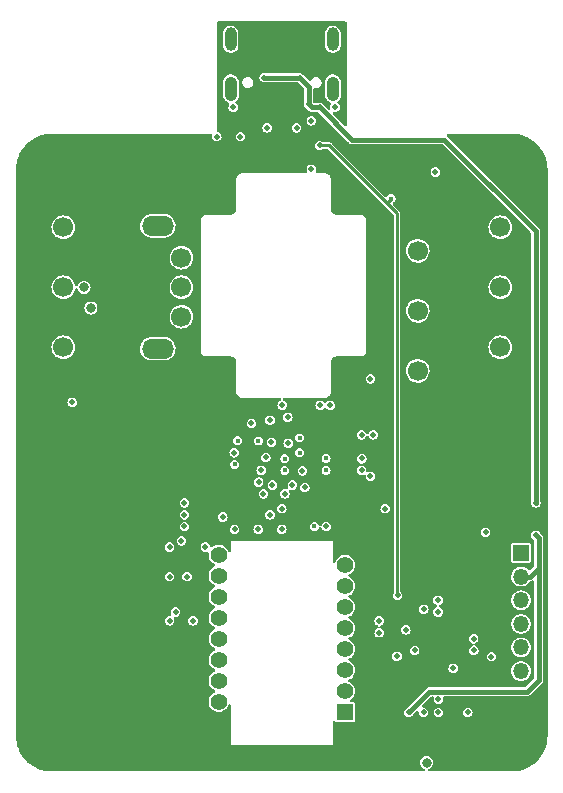
<source format=gbr>
%TF.GenerationSoftware,KiCad,Pcbnew,6.0.7+dfsg-1~bpo11+1*%
%TF.CreationDate,2022-10-07T10:39:21+00:00*%
%TF.ProjectId,redshift,72656473-6869-4667-942e-6b696361645f,0.2*%
%TF.SameCoordinates,Original*%
%TF.FileFunction,Copper,L3,Inr*%
%TF.FilePolarity,Positive*%
%FSLAX46Y46*%
G04 Gerber Fmt 4.6, Leading zero omitted, Abs format (unit mm)*
G04 Created by KiCad (PCBNEW 6.0.7+dfsg-1~bpo11+1) date 2022-10-07 10:39:21*
%MOMM*%
%LPD*%
G01*
G04 APERTURE LIST*
%TA.AperFunction,ComponentPad*%
%ADD10C,1.700000*%
%TD*%
%TA.AperFunction,ComponentPad*%
%ADD11O,2.700000X1.700000*%
%TD*%
%TA.AperFunction,ComponentPad*%
%ADD12O,1.050000X2.100000*%
%TD*%
%TA.AperFunction,ComponentPad*%
%ADD13O,1.000000X2.000000*%
%TD*%
%TA.AperFunction,ComponentPad*%
%ADD14R,1.350000X1.350000*%
%TD*%
%TA.AperFunction,ComponentPad*%
%ADD15O,1.350000X1.350000*%
%TD*%
%TA.AperFunction,ComponentPad*%
%ADD16R,1.400000X1.400000*%
%TD*%
%TA.AperFunction,ComponentPad*%
%ADD17C,1.400000*%
%TD*%
%TA.AperFunction,ViaPad*%
%ADD18C,0.450000*%
%TD*%
%TA.AperFunction,ViaPad*%
%ADD19C,0.500000*%
%TD*%
%TA.AperFunction,ViaPad*%
%ADD20C,0.800000*%
%TD*%
%TA.AperFunction,Conductor*%
%ADD21C,0.250000*%
%TD*%
%TA.AperFunction,Conductor*%
%ADD22C,0.450000*%
%TD*%
G04 APERTURE END LIST*
D10*
%TO.N,/ENC_A*%
%TO.C,ENC1*%
X129000000Y-80500000D03*
%TO.N,/ENC_B*%
X129000000Y-78000000D03*
%TO.N,GND*%
X129000000Y-75500000D03*
D11*
%TO.N,N/C*%
X127000000Y-72800000D03*
X127000000Y-83200000D03*
%TD*%
D12*
%TO.N,/SH*%
%TO.C,J1*%
X141820000Y-61180000D03*
D13*
X141820000Y-57000000D03*
X133180000Y-57000000D03*
D12*
X133180000Y-61180000D03*
%TD*%
D10*
%TO.N,GND*%
%TO.C,SW3*%
X149000000Y-74920000D03*
%TO.N,/SW3_M_NO*%
X149000000Y-80000000D03*
%TO.N,/SW3_M_NC*%
X149000000Y-85080000D03*
%TD*%
D14*
%TO.N,GND*%
%TO.C,J3*%
X157750000Y-100500000D03*
D15*
%TO.N,/DBG_VIN*%
X157750000Y-102500000D03*
%TO.N,/RESET*%
X157750000Y-104500000D03*
%TO.N,/SWDIO*%
X157750000Y-106500000D03*
%TO.N,/SWO*%
X157750000Y-108500000D03*
%TO.N,/SWCLK*%
X157750000Y-110500000D03*
%TD*%
D16*
%TO.N,N/C*%
%TO.C,U1*%
X142850000Y-113985000D03*
D17*
X142850000Y-112205000D03*
%TO.N,GND*%
X142850000Y-110425000D03*
%TO.N,Net-(C19-Pad1)*%
X142850000Y-108645000D03*
%TO.N,Net-(C21-Pad1)*%
X142850000Y-106865000D03*
%TO.N,unconnected-(U1-Pad6)*%
X142850000Y-105085000D03*
%TO.N,Net-(C17-Pad2)*%
X142850000Y-103305000D03*
%TO.N,GND*%
X142850000Y-101525000D03*
%TO.N,/SNSR_MTN*%
X132150000Y-100635000D03*
%TO.N,/FC6_SCK*%
X132150000Y-102415000D03*
%TO.N,/FC6_MOSI*%
X132150000Y-104195000D03*
%TO.N,/FC6_MISO*%
X132150000Y-105975000D03*
%TO.N,/FC6_CS1*%
X132150000Y-107755000D03*
%TO.N,/SNSR_RST*%
X132150000Y-109535000D03*
%TO.N,/SNSR_LED*%
X132150000Y-111315000D03*
%TO.N,N/C*%
X132150000Y-113095000D03*
%TD*%
D10*
%TO.N,GND*%
%TO.C,SW2*%
X156000000Y-72920000D03*
%TO.N,/SW2_R_NO*%
X156000000Y-78000000D03*
%TO.N,/SW2_R_NC*%
X156000000Y-83080000D03*
%TD*%
%TO.N,GND*%
%TO.C,SW1*%
X119000000Y-72920000D03*
%TO.N,/SW1_L_NO*%
X119000000Y-78000000D03*
%TO.N,/SW1_L_NC*%
X119000000Y-83080000D03*
%TD*%
D18*
%TO.N,+5V*%
X146750000Y-70500000D03*
D19*
X140700000Y-66000000D03*
X147300000Y-104100000D03*
%TO.N,+3V3*%
X138500000Y-88000000D03*
X146250000Y-94750000D03*
X131000000Y-89500000D03*
X145750000Y-104000000D03*
X138500000Y-98500000D03*
X145750000Y-103000000D03*
X142250000Y-92500000D03*
X123500000Y-87250000D03*
X146400000Y-67100000D03*
X134500000Y-98500000D03*
X146250000Y-95750000D03*
X142750000Y-91000000D03*
X131000000Y-91500000D03*
X136500000Y-98500000D03*
X125750000Y-111250000D03*
X139549011Y-97450989D03*
X142250000Y-93500000D03*
D20*
X153000000Y-118250000D03*
D19*
X131000000Y-90500000D03*
%TO.N,+1V8*%
X147250000Y-109250000D03*
%TO.N,/USB_D+*%
X136250000Y-64500000D03*
X138042518Y-91207482D03*
%TO.N,/USB_D-*%
X138000000Y-89000000D03*
X138750000Y-64500000D03*
%TO.N,/VBUS_*%
X136000000Y-60250000D03*
X159000000Y-96250000D03*
X140718767Y-62781233D03*
X139000000Y-60250000D03*
X139759355Y-62504544D03*
%TO.N,/USB1_LED*%
X136143360Y-92413402D03*
X119750000Y-87750000D03*
D18*
%TO.N,/FC6_CS1*%
X140250000Y-98250000D03*
D19*
%TO.N,/RESET*%
X136620878Y-91129122D03*
X150725500Y-104500000D03*
%TO.N,/FC6_SCK*%
X128000000Y-102500000D03*
X129475500Y-102500000D03*
X135750000Y-93500000D03*
%TO.N,/FC6_MOSI*%
X131024500Y-100000000D03*
X128000000Y-100000000D03*
%TO.N,/FC6_MISO*%
X137750000Y-95500000D03*
X129975500Y-106250000D03*
X128000000Y-106250000D03*
D18*
%TO.N,/SW1_L_NC*%
X135519107Y-91020248D03*
D19*
%TO.N,/SNSR_RST*%
X132500000Y-97450989D03*
X129000000Y-99475500D03*
X136500000Y-97274500D03*
%TO.N,/SW1_L_NO*%
X136500000Y-89250000D03*
%TO.N,GND*%
X136700989Y-94750000D03*
X144270000Y-92500000D03*
X142000000Y-62750000D03*
X145750000Y-107250000D03*
X144250000Y-90500000D03*
X128500000Y-105500000D03*
X146250000Y-96750000D03*
X134000000Y-65250000D03*
X139451727Y-94957641D03*
X134925500Y-89524020D03*
X150750000Y-114000000D03*
X140000000Y-68000000D03*
X141600989Y-88000000D03*
D20*
X149750000Y-118250000D03*
D19*
X145000000Y-85750000D03*
X133475011Y-92000000D03*
X137500000Y-98500000D03*
X148000000Y-107000000D03*
X140750000Y-88000000D03*
X153250000Y-114000000D03*
X150500000Y-68250000D03*
X135500000Y-98500000D03*
X149500000Y-114000000D03*
X148750000Y-108750000D03*
X140000000Y-63909500D03*
X145750000Y-106250000D03*
X145250000Y-90500000D03*
X132000000Y-65250000D03*
X149520000Y-105270000D03*
X137528381Y-87971619D03*
X144250000Y-93500000D03*
X133374500Y-62750000D03*
D18*
X141250000Y-92500000D03*
D19*
X133500000Y-98500000D03*
X129250000Y-96250000D03*
X154750000Y-98750000D03*
%TO.N,/SW4_NC*%
X135544503Y-94500000D03*
X129250000Y-97250000D03*
%TO.N,/SW4_NO*%
X135944011Y-95500000D03*
X129250000Y-98250000D03*
D18*
%TO.N,/SW2_R_NO*%
X137750000Y-92519503D03*
%TO.N,/SW2_R_NC*%
X137750000Y-93500000D03*
%TO.N,/SW3_M_NO*%
X139000000Y-90750000D03*
%TO.N,/SW3_M_NC*%
X139000000Y-92000000D03*
%TO.N,/ENC_B*%
X133500000Y-93000000D03*
D20*
X120750000Y-78000000D03*
%TO.N,/ENC_A*%
X121334080Y-79767133D03*
D18*
X133750000Y-91000000D03*
D19*
%TO.N,/SWO*%
X150750000Y-112874500D03*
X139250000Y-93548273D03*
X155250000Y-109274500D03*
D18*
%TO.N,/SWCLK*%
X141250000Y-93500000D03*
D19*
X153750000Y-108750000D03*
%TO.N,/SWDIO*%
X153750000Y-107750000D03*
X145000000Y-94000000D03*
%TO.N,/SNSR_MTN*%
X138397276Y-94749989D03*
%TO.N,/ISP*%
X141250000Y-98250000D03*
X150725500Y-105500000D03*
X152000000Y-110250000D03*
X137500000Y-96750000D03*
%TO.N,/DBG_VIN*%
X159000000Y-99000000D03*
X148250000Y-114000000D03*
%TD*%
D21*
%TO.N,+5V*%
X146750000Y-70500000D02*
X146375000Y-70875000D01*
X147250000Y-104050000D02*
X147250000Y-71750000D01*
X147250000Y-71750000D02*
X146375000Y-70875000D01*
X141500000Y-66000000D02*
X146375000Y-70875000D01*
X147300000Y-104100000D02*
X147250000Y-104050000D01*
X140700000Y-66000000D02*
X141500000Y-66000000D01*
D22*
%TO.N,/VBUS_*%
X140718767Y-62781233D02*
X140036044Y-62781233D01*
X140036044Y-62781233D02*
X139759355Y-62504544D01*
X139000000Y-60250000D02*
X139759355Y-61009355D01*
X139759355Y-61009355D02*
X139759355Y-62504544D01*
X136000000Y-60250000D02*
X139000000Y-60250000D01*
X159000000Y-96250000D02*
X159000000Y-73250000D01*
X159000000Y-73250000D02*
X151250000Y-65500000D01*
X143437534Y-65500000D02*
X140718767Y-62781233D01*
X151250000Y-65500000D02*
X143437534Y-65500000D01*
%TO.N,/DBG_VIN*%
X159250000Y-111250000D02*
X159250000Y-101750000D01*
X159250000Y-99250000D02*
X159000000Y-99000000D01*
X159250000Y-101750000D02*
X159250000Y-99250000D01*
X150000000Y-112250000D02*
X158250000Y-112250000D01*
X159250000Y-101750000D02*
X158500000Y-102500000D01*
X148250000Y-114000000D02*
X150000000Y-112250000D01*
X158500000Y-102500000D02*
X157750000Y-102500000D01*
X158250000Y-112250000D02*
X159250000Y-111250000D01*
%TD*%
%TA.AperFunction,Conductor*%
%TO.N,+3V3*%
G36*
X142941121Y-55521002D02*
G01*
X142987614Y-55574658D01*
X142999000Y-55627000D01*
X142999000Y-62986315D01*
X142997755Y-63000000D01*
X142994707Y-63000000D01*
X142996487Y-63027153D01*
X142999730Y-63076634D01*
X143000000Y-63084875D01*
X143000000Y-64227239D01*
X142979998Y-64295360D01*
X142926342Y-64341853D01*
X142856068Y-64351957D01*
X142791488Y-64322463D01*
X142784905Y-64316334D01*
X141827523Y-63358952D01*
X141793497Y-63296640D01*
X141798562Y-63225825D01*
X141841109Y-63168989D01*
X141907629Y-63144178D01*
X141936328Y-63145408D01*
X141990206Y-63153941D01*
X141990207Y-63153941D01*
X142000000Y-63155492D01*
X142009793Y-63153941D01*
X142115513Y-63137197D01*
X142115515Y-63137196D01*
X142125304Y-63135646D01*
X142238342Y-63078050D01*
X142328050Y-62988342D01*
X142385646Y-62875304D01*
X142395408Y-62813672D01*
X142403941Y-62759793D01*
X142405492Y-62750000D01*
X142385646Y-62624696D01*
X142328050Y-62511658D01*
X142238342Y-62421950D01*
X142240174Y-62420118D01*
X142205729Y-62375451D01*
X142199653Y-62304714D01*
X142232785Y-62241923D01*
X142240305Y-62234796D01*
X142325681Y-62160317D01*
X142419693Y-62026552D01*
X142479083Y-61874224D01*
X142495500Y-61749527D01*
X142495500Y-60614004D01*
X142480819Y-60492687D01*
X142423027Y-60339745D01*
X142382759Y-60281155D01*
X142334723Y-60211262D01*
X142334722Y-60211261D01*
X142330421Y-60205003D01*
X142208348Y-60096240D01*
X142201638Y-60092687D01*
X142070566Y-60023288D01*
X142070564Y-60023287D01*
X142063855Y-60019735D01*
X142003787Y-60004647D01*
X141912655Y-59981756D01*
X141912651Y-59981756D01*
X141905284Y-59979905D01*
X141897685Y-59979865D01*
X141897683Y-59979865D01*
X141829653Y-59979509D01*
X141741790Y-59979049D01*
X141734410Y-59980821D01*
X141734408Y-59980821D01*
X141590189Y-60015444D01*
X141590185Y-60015445D01*
X141582810Y-60017216D01*
X141437524Y-60092204D01*
X141431802Y-60097196D01*
X141431800Y-60097197D01*
X141320044Y-60194688D01*
X141320041Y-60194691D01*
X141314319Y-60199683D01*
X141220307Y-60333448D01*
X141160917Y-60485776D01*
X141144500Y-60610473D01*
X141144500Y-61745996D01*
X141159181Y-61867313D01*
X141216973Y-62020255D01*
X141309579Y-62154997D01*
X141315249Y-62160048D01*
X141315250Y-62160050D01*
X141370615Y-62209378D01*
X141431652Y-62263760D01*
X141438361Y-62267312D01*
X141438362Y-62267313D01*
X141569434Y-62336712D01*
X141569436Y-62336713D01*
X141576145Y-62340265D01*
X141583508Y-62342114D01*
X141583512Y-62342116D01*
X141585142Y-62342525D01*
X141586200Y-62343147D01*
X141590602Y-62344837D01*
X141590320Y-62345571D01*
X141646338Y-62378518D01*
X141678360Y-62441883D01*
X141671040Y-62512502D01*
X141666715Y-62521932D01*
X141614354Y-62624696D01*
X141594508Y-62750000D01*
X141596059Y-62759793D01*
X141596059Y-62759794D01*
X141604592Y-62813672D01*
X141595492Y-62884083D01*
X141549770Y-62938397D01*
X141481941Y-62959369D01*
X141413542Y-62940341D01*
X141391048Y-62922477D01*
X141097659Y-62629088D01*
X141074487Y-62597196D01*
X141046817Y-62542891D01*
X140957109Y-62453183D01*
X140844071Y-62395587D01*
X140834282Y-62394037D01*
X140834280Y-62394036D01*
X140728560Y-62377292D01*
X140718767Y-62375741D01*
X140708974Y-62377292D01*
X140696675Y-62379240D01*
X140593463Y-62395587D01*
X140585390Y-62399700D01*
X140547300Y-62405733D01*
X140260855Y-62405733D01*
X140192734Y-62385731D01*
X140146241Y-62332075D01*
X140134855Y-62279733D01*
X140134855Y-61268678D01*
X140154857Y-61200557D01*
X140208513Y-61154064D01*
X140280240Y-61144178D01*
X140312948Y-61149271D01*
X140352956Y-61155500D01*
X140424145Y-61155500D01*
X140463589Y-61149851D01*
X140515943Y-61142354D01*
X140515946Y-61142353D01*
X140524829Y-61141081D01*
X140648820Y-61084706D01*
X140752004Y-60995796D01*
X140826087Y-60881501D01*
X140865113Y-60751006D01*
X140865945Y-60614804D01*
X140839383Y-60521864D01*
X140830983Y-60492473D01*
X140830982Y-60492471D01*
X140828516Y-60483842D01*
X140755835Y-60368650D01*
X140723107Y-60339745D01*
X140660473Y-60284429D01*
X140653745Y-60278487D01*
X140645622Y-60274673D01*
X140645620Y-60274672D01*
X140572211Y-60240207D01*
X140530452Y-60220601D01*
X140521588Y-60219221D01*
X140521585Y-60219220D01*
X140458103Y-60209336D01*
X140427044Y-60204500D01*
X140355855Y-60204500D01*
X140316411Y-60210149D01*
X140264057Y-60217646D01*
X140264054Y-60217647D01*
X140255171Y-60218919D01*
X140131180Y-60275294D01*
X140027996Y-60364204D01*
X140023112Y-60371739D01*
X139962176Y-60465750D01*
X139908339Y-60512034D01*
X139838027Y-60521864D01*
X139773561Y-60492119D01*
X139767349Y-60486312D01*
X139378892Y-60097855D01*
X139355720Y-60065963D01*
X139328050Y-60011658D01*
X139238342Y-59921950D01*
X139125304Y-59864354D01*
X139115515Y-59862804D01*
X139115513Y-59862803D01*
X139009793Y-59846059D01*
X139000000Y-59844508D01*
X138874696Y-59864354D01*
X138866623Y-59868467D01*
X138828533Y-59874500D01*
X136171467Y-59874500D01*
X136133377Y-59868467D01*
X136125304Y-59864354D01*
X136000000Y-59844508D01*
X135990207Y-59846059D01*
X135884487Y-59862803D01*
X135884485Y-59862804D01*
X135874696Y-59864354D01*
X135761658Y-59921950D01*
X135671950Y-60011658D01*
X135614354Y-60124696D01*
X135594508Y-60250000D01*
X135596059Y-60259793D01*
X135612359Y-60362706D01*
X135614354Y-60375304D01*
X135671950Y-60488342D01*
X135761658Y-60578050D01*
X135874696Y-60635646D01*
X135884485Y-60637196D01*
X135884487Y-60637197D01*
X135990207Y-60653941D01*
X136000000Y-60655492D01*
X136125304Y-60635646D01*
X136133377Y-60631533D01*
X136171467Y-60625500D01*
X138792273Y-60625500D01*
X138860394Y-60645502D01*
X138881368Y-60662405D01*
X139346950Y-61127987D01*
X139380976Y-61190299D01*
X139383855Y-61217082D01*
X139383855Y-62333077D01*
X139377822Y-62371167D01*
X139373709Y-62379240D01*
X139353863Y-62504544D01*
X139355414Y-62514337D01*
X139361336Y-62551724D01*
X139373709Y-62629848D01*
X139431305Y-62742886D01*
X139521013Y-62832594D01*
X139575318Y-62860264D01*
X139607210Y-62883436D01*
X139732696Y-63008922D01*
X139747421Y-63027153D01*
X139748822Y-63028693D01*
X139754472Y-63037443D01*
X139762650Y-63043890D01*
X139780509Y-63057969D01*
X139784876Y-63061850D01*
X139784942Y-63061772D01*
X139788900Y-63065126D01*
X139792582Y-63068808D01*
X139796813Y-63071831D01*
X139796816Y-63071834D01*
X139801635Y-63075277D01*
X139808096Y-63079894D01*
X139812825Y-63083445D01*
X139852644Y-63114836D01*
X139861193Y-63117838D01*
X139868563Y-63123105D01*
X139917122Y-63137627D01*
X139922763Y-63139460D01*
X139939701Y-63145408D01*
X139970592Y-63156256D01*
X139976099Y-63156733D01*
X139978806Y-63156733D01*
X139981378Y-63156844D01*
X139981538Y-63156892D01*
X139981532Y-63157036D01*
X139982150Y-63157075D01*
X139988330Y-63158923D01*
X140041599Y-63156830D01*
X140046545Y-63156733D01*
X140511040Y-63156733D01*
X140579161Y-63176735D01*
X140600135Y-63193638D01*
X143134186Y-65727689D01*
X143148911Y-65745920D01*
X143150312Y-65747460D01*
X143155962Y-65756210D01*
X143164140Y-65762657D01*
X143181999Y-65776736D01*
X143186366Y-65780617D01*
X143186432Y-65780539D01*
X143190390Y-65783893D01*
X143194072Y-65787575D01*
X143198303Y-65790598D01*
X143198306Y-65790601D01*
X143203125Y-65794044D01*
X143209586Y-65798661D01*
X143214315Y-65802212D01*
X143254134Y-65833603D01*
X143262683Y-65836605D01*
X143270053Y-65841872D01*
X143318612Y-65856394D01*
X143324253Y-65858227D01*
X143364598Y-65872395D01*
X143372082Y-65875023D01*
X143377589Y-65875500D01*
X143380296Y-65875500D01*
X143382868Y-65875611D01*
X143383028Y-65875659D01*
X143383022Y-65875803D01*
X143383640Y-65875842D01*
X143389820Y-65877690D01*
X143443089Y-65875597D01*
X143448035Y-65875500D01*
X151042273Y-65875500D01*
X151110394Y-65895502D01*
X151131368Y-65912405D01*
X158587595Y-73368632D01*
X158621621Y-73430944D01*
X158624500Y-73457727D01*
X158624500Y-96078533D01*
X158618467Y-96116623D01*
X158614354Y-96124696D01*
X158594508Y-96250000D01*
X158596059Y-96259793D01*
X158612620Y-96364354D01*
X158614354Y-96375304D01*
X158671950Y-96488342D01*
X158761658Y-96578050D01*
X158874696Y-96635646D01*
X158884485Y-96637196D01*
X158884487Y-96637197D01*
X158990207Y-96653941D01*
X159000000Y-96655492D01*
X159009793Y-96653941D01*
X159115513Y-96637197D01*
X159115515Y-96637196D01*
X159125304Y-96635646D01*
X159238342Y-96578050D01*
X159328050Y-96488342D01*
X159385646Y-96375304D01*
X159387381Y-96364354D01*
X159403941Y-96259793D01*
X159405492Y-96250000D01*
X159385646Y-96124696D01*
X159381533Y-96116623D01*
X159375500Y-96078533D01*
X159375500Y-73303497D01*
X159377979Y-73280209D01*
X159378078Y-73278111D01*
X159380269Y-73267934D01*
X159376373Y-73235016D01*
X159376029Y-73229179D01*
X159375928Y-73229187D01*
X159375500Y-73224008D01*
X159375500Y-73218807D01*
X159372372Y-73200013D01*
X159371535Y-73194137D01*
X159366800Y-73154133D01*
X159365576Y-73143790D01*
X159361654Y-73135623D01*
X159360167Y-73126687D01*
X159355223Y-73117525D01*
X159355222Y-73117521D01*
X159336094Y-73082071D01*
X159333398Y-73076780D01*
X159314897Y-73038251D01*
X159314896Y-73038250D01*
X159311463Y-73031100D01*
X159307906Y-73026869D01*
X159305974Y-73024937D01*
X159304255Y-73023063D01*
X159304181Y-73022926D01*
X159304291Y-73022826D01*
X159303868Y-73022346D01*
X159300806Y-73016671D01*
X159261632Y-72980459D01*
X159258067Y-72977030D01*
X151553348Y-65272311D01*
X151538623Y-65254080D01*
X151537222Y-65252540D01*
X151531572Y-65243790D01*
X151508942Y-65225950D01*
X151467829Y-65168069D01*
X151464535Y-65097149D01*
X151500106Y-65035706D01*
X151563249Y-65003249D01*
X151586948Y-65001000D01*
X156996710Y-65001000D01*
X157003305Y-65001173D01*
X157266322Y-65014958D01*
X157266791Y-65014983D01*
X157308840Y-65017344D01*
X157321486Y-65018697D01*
X157353265Y-65023730D01*
X157518893Y-65049963D01*
X157520170Y-65050173D01*
X157629945Y-65068826D01*
X157641449Y-65071338D01*
X157758932Y-65102817D01*
X157821271Y-65119521D01*
X157823503Y-65120142D01*
X157943493Y-65154711D01*
X157953763Y-65158154D01*
X158122270Y-65222838D01*
X158125299Y-65224046D01*
X158164316Y-65240207D01*
X158245795Y-65273957D01*
X158254780Y-65278099D01*
X158413041Y-65358737D01*
X158416786Y-65360726D01*
X158533315Y-65425129D01*
X158540992Y-65429735D01*
X158688581Y-65525581D01*
X158692869Y-65528492D01*
X158802697Y-65606419D01*
X158809079Y-65611260D01*
X158945199Y-65721489D01*
X158949863Y-65725457D01*
X158968898Y-65742467D01*
X159050758Y-65815622D01*
X159055875Y-65820461D01*
X159179539Y-65944125D01*
X159184378Y-65949242D01*
X159220987Y-65990207D01*
X159274543Y-66050137D01*
X159278511Y-66054801D01*
X159388740Y-66190921D01*
X159393581Y-66197303D01*
X159471508Y-66307131D01*
X159474419Y-66311419D01*
X159570265Y-66459008D01*
X159574871Y-66466685D01*
X159639274Y-66583214D01*
X159641263Y-66586959D01*
X159721901Y-66745220D01*
X159726043Y-66754205D01*
X159775947Y-66874683D01*
X159777169Y-66877747D01*
X159841845Y-67046235D01*
X159845289Y-67056507D01*
X159879858Y-67176497D01*
X159880490Y-67178768D01*
X159928662Y-67358551D01*
X159931174Y-67370055D01*
X159949827Y-67479830D01*
X159950037Y-67481107D01*
X159967998Y-67594508D01*
X159981303Y-67678514D01*
X159982656Y-67691159D01*
X159985023Y-67733306D01*
X159985048Y-67733777D01*
X159998827Y-67996696D01*
X159999000Y-68003290D01*
X159999000Y-115996710D01*
X159998827Y-116003304D01*
X159985048Y-116266223D01*
X159985023Y-116266694D01*
X159982656Y-116308841D01*
X159981303Y-116321486D01*
X159950037Y-116518893D01*
X159949827Y-116520170D01*
X159931174Y-116629945D01*
X159928662Y-116641449D01*
X159880490Y-116821232D01*
X159879858Y-116823503D01*
X159845289Y-116943493D01*
X159841845Y-116953765D01*
X159777169Y-117122253D01*
X159775947Y-117125317D01*
X159726043Y-117245795D01*
X159721901Y-117254780D01*
X159641263Y-117413041D01*
X159639274Y-117416786D01*
X159574871Y-117533315D01*
X159570265Y-117540992D01*
X159474419Y-117688581D01*
X159471508Y-117692869D01*
X159393581Y-117802697D01*
X159388740Y-117809079D01*
X159278511Y-117945199D01*
X159274543Y-117949863D01*
X159184378Y-118050758D01*
X159179539Y-118055875D01*
X159055875Y-118179539D01*
X159050758Y-118184378D01*
X158968898Y-118257533D01*
X158949863Y-118274543D01*
X158945199Y-118278511D01*
X158809079Y-118388740D01*
X158802697Y-118393581D01*
X158692869Y-118471508D01*
X158688581Y-118474419D01*
X158540992Y-118570265D01*
X158533315Y-118574871D01*
X158416786Y-118639274D01*
X158413041Y-118641263D01*
X158254780Y-118721901D01*
X158245795Y-118726043D01*
X158226530Y-118734023D01*
X158125299Y-118775954D01*
X158122270Y-118777162D01*
X157953765Y-118841845D01*
X157943493Y-118845289D01*
X157823503Y-118879858D01*
X157821271Y-118880479D01*
X157758932Y-118897183D01*
X157641449Y-118928662D01*
X157629945Y-118931174D01*
X157520170Y-118949827D01*
X157518893Y-118950037D01*
X157353265Y-118976270D01*
X157321486Y-118981303D01*
X157308840Y-118982656D01*
X157266791Y-118985017D01*
X157266322Y-118985042D01*
X157003305Y-118998827D01*
X156996710Y-118999000D01*
X150013724Y-118999000D01*
X149945603Y-118978998D01*
X149899110Y-118925342D01*
X149889006Y-118855068D01*
X149918500Y-118790488D01*
X149965507Y-118756591D01*
X150019993Y-118734023D01*
X150019998Y-118734020D01*
X150027625Y-118730861D01*
X150142621Y-118642621D01*
X150230861Y-118527625D01*
X150286330Y-118393709D01*
X150305250Y-118250000D01*
X150286330Y-118106291D01*
X150230861Y-117972375D01*
X150142621Y-117857379D01*
X150027625Y-117769139D01*
X149893709Y-117713670D01*
X149750000Y-117694750D01*
X149606291Y-117713670D01*
X149472375Y-117769139D01*
X149357379Y-117857379D01*
X149269139Y-117972375D01*
X149213670Y-118106291D01*
X149194750Y-118250000D01*
X149213670Y-118393709D01*
X149269139Y-118527625D01*
X149357379Y-118642621D01*
X149472375Y-118730861D01*
X149480002Y-118734020D01*
X149480007Y-118734023D01*
X149534493Y-118756591D01*
X149589774Y-118801139D01*
X149612196Y-118868502D01*
X149594638Y-118937293D01*
X149542677Y-118985672D01*
X149486276Y-118999000D01*
X118003290Y-118999000D01*
X117996695Y-118998827D01*
X117733678Y-118985042D01*
X117733209Y-118985017D01*
X117691160Y-118982656D01*
X117678514Y-118981303D01*
X117646735Y-118976270D01*
X117481107Y-118950037D01*
X117479830Y-118949827D01*
X117370055Y-118931174D01*
X117358551Y-118928662D01*
X117241068Y-118897183D01*
X117178729Y-118880479D01*
X117176497Y-118879858D01*
X117056507Y-118845289D01*
X117046235Y-118841845D01*
X116877730Y-118777162D01*
X116874701Y-118775954D01*
X116773470Y-118734023D01*
X116754205Y-118726043D01*
X116745220Y-118721901D01*
X116586959Y-118641263D01*
X116583214Y-118639274D01*
X116466685Y-118574871D01*
X116459008Y-118570265D01*
X116311419Y-118474419D01*
X116307131Y-118471508D01*
X116197303Y-118393581D01*
X116190921Y-118388740D01*
X116054801Y-118278511D01*
X116050137Y-118274543D01*
X116031102Y-118257533D01*
X115949242Y-118184378D01*
X115944125Y-118179539D01*
X115820461Y-118055875D01*
X115815622Y-118050758D01*
X115725457Y-117949863D01*
X115721489Y-117945199D01*
X115611260Y-117809079D01*
X115606419Y-117802697D01*
X115528492Y-117692869D01*
X115525581Y-117688581D01*
X115429735Y-117540992D01*
X115425129Y-117533315D01*
X115360726Y-117416786D01*
X115358737Y-117413041D01*
X115278099Y-117254780D01*
X115273957Y-117245795D01*
X115224053Y-117125317D01*
X115222831Y-117122253D01*
X115158155Y-116953765D01*
X115154711Y-116943493D01*
X115120142Y-116823503D01*
X115119510Y-116821232D01*
X115071338Y-116641449D01*
X115068826Y-116629945D01*
X115050173Y-116520170D01*
X115049963Y-116518893D01*
X115018697Y-116321486D01*
X115017344Y-116308841D01*
X115014977Y-116266694D01*
X115014952Y-116266223D01*
X115001173Y-116003304D01*
X115001000Y-115996710D01*
X115001000Y-106250000D01*
X127594508Y-106250000D01*
X127596059Y-106259793D01*
X127611523Y-106357427D01*
X127614354Y-106375304D01*
X127671950Y-106488342D01*
X127761658Y-106578050D01*
X127874696Y-106635646D01*
X127884485Y-106637196D01*
X127884487Y-106637197D01*
X127990207Y-106653941D01*
X128000000Y-106655492D01*
X128009793Y-106653941D01*
X128115513Y-106637197D01*
X128115515Y-106637196D01*
X128125304Y-106635646D01*
X128238342Y-106578050D01*
X128328050Y-106488342D01*
X128385646Y-106375304D01*
X128388478Y-106357427D01*
X128403941Y-106259793D01*
X128405492Y-106250000D01*
X129570008Y-106250000D01*
X129571559Y-106259793D01*
X129587023Y-106357427D01*
X129589854Y-106375304D01*
X129647450Y-106488342D01*
X129737158Y-106578050D01*
X129850196Y-106635646D01*
X129859985Y-106637196D01*
X129859987Y-106637197D01*
X129965707Y-106653941D01*
X129975500Y-106655492D01*
X129985293Y-106653941D01*
X130091013Y-106637197D01*
X130091015Y-106637196D01*
X130100804Y-106635646D01*
X130213842Y-106578050D01*
X130303550Y-106488342D01*
X130361146Y-106375304D01*
X130363978Y-106357427D01*
X130379441Y-106259793D01*
X130380992Y-106250000D01*
X130361146Y-106124696D01*
X130303550Y-106011658D01*
X130213842Y-105921950D01*
X130100804Y-105864354D01*
X130091015Y-105862804D01*
X130091013Y-105862803D01*
X129985293Y-105846059D01*
X129975500Y-105844508D01*
X129965707Y-105846059D01*
X129859987Y-105862803D01*
X129859985Y-105862804D01*
X129850196Y-105864354D01*
X129737158Y-105921950D01*
X129647450Y-106011658D01*
X129589854Y-106124696D01*
X129570008Y-106250000D01*
X128405492Y-106250000D01*
X128385646Y-106124696D01*
X128381144Y-106115860D01*
X128366380Y-106086883D01*
X128353276Y-106017107D01*
X128379976Y-105951322D01*
X128438004Y-105910416D01*
X128480289Y-105906783D01*
X128480289Y-105903941D01*
X128490207Y-105903941D01*
X128500000Y-105905492D01*
X128509793Y-105903941D01*
X128615513Y-105887197D01*
X128615515Y-105887196D01*
X128625304Y-105885646D01*
X128738342Y-105828050D01*
X128828050Y-105738342D01*
X128885646Y-105625304D01*
X128891608Y-105587665D01*
X128903941Y-105509793D01*
X128905492Y-105500000D01*
X128903941Y-105490207D01*
X128887197Y-105384487D01*
X128887196Y-105384485D01*
X128885646Y-105374696D01*
X128828050Y-105261658D01*
X128738342Y-105171950D01*
X128625304Y-105114354D01*
X128615515Y-105112804D01*
X128615513Y-105112803D01*
X128509793Y-105096059D01*
X128500000Y-105094508D01*
X128490207Y-105096059D01*
X128384487Y-105112803D01*
X128384485Y-105112804D01*
X128374696Y-105114354D01*
X128261658Y-105171950D01*
X128171950Y-105261658D01*
X128114354Y-105374696D01*
X128112804Y-105384485D01*
X128112803Y-105384487D01*
X128096059Y-105490207D01*
X128094508Y-105500000D01*
X128096059Y-105509793D01*
X128108393Y-105587665D01*
X128114354Y-105625304D01*
X128118855Y-105634137D01*
X128118856Y-105634140D01*
X128133620Y-105663117D01*
X128146724Y-105732893D01*
X128120024Y-105798678D01*
X128061996Y-105839584D01*
X128019711Y-105843217D01*
X128019711Y-105846059D01*
X128009793Y-105846059D01*
X128000000Y-105844508D01*
X127990207Y-105846059D01*
X127884487Y-105862803D01*
X127884485Y-105862804D01*
X127874696Y-105864354D01*
X127761658Y-105921950D01*
X127671950Y-106011658D01*
X127614354Y-106124696D01*
X127594508Y-106250000D01*
X115001000Y-106250000D01*
X115001000Y-102500000D01*
X127594508Y-102500000D01*
X127596059Y-102509793D01*
X127611794Y-102609139D01*
X127614354Y-102625304D01*
X127671950Y-102738342D01*
X127761658Y-102828050D01*
X127874696Y-102885646D01*
X127884485Y-102887196D01*
X127884487Y-102887197D01*
X127990207Y-102903941D01*
X128000000Y-102905492D01*
X128009793Y-102903941D01*
X128115513Y-102887197D01*
X128115515Y-102887196D01*
X128125304Y-102885646D01*
X128238342Y-102828050D01*
X128328050Y-102738342D01*
X128385646Y-102625304D01*
X128388207Y-102609139D01*
X128403941Y-102509793D01*
X128405492Y-102500000D01*
X129070008Y-102500000D01*
X129071559Y-102509793D01*
X129087294Y-102609139D01*
X129089854Y-102625304D01*
X129147450Y-102738342D01*
X129237158Y-102828050D01*
X129350196Y-102885646D01*
X129359985Y-102887196D01*
X129359987Y-102887197D01*
X129465707Y-102903941D01*
X129475500Y-102905492D01*
X129485293Y-102903941D01*
X129591013Y-102887197D01*
X129591015Y-102887196D01*
X129600804Y-102885646D01*
X129713842Y-102828050D01*
X129803550Y-102738342D01*
X129861146Y-102625304D01*
X129863707Y-102609139D01*
X129879441Y-102509793D01*
X129880992Y-102500000D01*
X129867720Y-102416200D01*
X129862697Y-102384487D01*
X129862696Y-102384485D01*
X129861146Y-102374696D01*
X129803550Y-102261658D01*
X129713842Y-102171950D01*
X129600804Y-102114354D01*
X129591015Y-102112804D01*
X129591013Y-102112803D01*
X129485293Y-102096059D01*
X129475500Y-102094508D01*
X129465707Y-102096059D01*
X129359987Y-102112803D01*
X129359985Y-102112804D01*
X129350196Y-102114354D01*
X129237158Y-102171950D01*
X129147450Y-102261658D01*
X129089854Y-102374696D01*
X129088304Y-102384485D01*
X129088303Y-102384487D01*
X129083280Y-102416200D01*
X129070008Y-102500000D01*
X128405492Y-102500000D01*
X128392220Y-102416200D01*
X128387197Y-102384487D01*
X128387196Y-102384485D01*
X128385646Y-102374696D01*
X128328050Y-102261658D01*
X128238342Y-102171950D01*
X128125304Y-102114354D01*
X128115515Y-102112804D01*
X128115513Y-102112803D01*
X128009793Y-102096059D01*
X128000000Y-102094508D01*
X127990207Y-102096059D01*
X127884487Y-102112803D01*
X127884485Y-102112804D01*
X127874696Y-102114354D01*
X127761658Y-102171950D01*
X127671950Y-102261658D01*
X127614354Y-102374696D01*
X127612804Y-102384485D01*
X127612803Y-102384487D01*
X127607780Y-102416200D01*
X127594508Y-102500000D01*
X115001000Y-102500000D01*
X115001000Y-100000000D01*
X127594508Y-100000000D01*
X127614354Y-100125304D01*
X127671950Y-100238342D01*
X127761658Y-100328050D01*
X127874696Y-100385646D01*
X127884485Y-100387196D01*
X127884487Y-100387197D01*
X127990207Y-100403941D01*
X128000000Y-100405492D01*
X128009793Y-100403941D01*
X128115513Y-100387197D01*
X128115515Y-100387196D01*
X128125304Y-100385646D01*
X128238342Y-100328050D01*
X128328050Y-100238342D01*
X128385646Y-100125304D01*
X128405492Y-100000000D01*
X130619008Y-100000000D01*
X130638854Y-100125304D01*
X130696450Y-100238342D01*
X130786158Y-100328050D01*
X130899196Y-100385646D01*
X130908985Y-100387196D01*
X130908987Y-100387197D01*
X131014707Y-100403941D01*
X131024500Y-100405492D01*
X131146211Y-100386215D01*
X131146214Y-100386215D01*
X131149804Y-100385646D01*
X131149878Y-100386110D01*
X131213700Y-100384289D01*
X131274496Y-100420953D01*
X131305819Y-100484666D01*
X131306974Y-100519317D01*
X131294815Y-100635000D01*
X131295505Y-100641565D01*
X131302874Y-100711671D01*
X131313503Y-100812803D01*
X131368750Y-100982835D01*
X131458141Y-101137665D01*
X131462559Y-101142572D01*
X131462560Y-101142573D01*
X131553924Y-101244042D01*
X131577770Y-101270526D01*
X131583109Y-101274405D01*
X131683298Y-101347197D01*
X131722407Y-101375612D01*
X131728433Y-101378295D01*
X131728440Y-101378299D01*
X131799403Y-101409893D01*
X131853499Y-101455873D01*
X131874149Y-101523800D01*
X131854797Y-101592108D01*
X131799404Y-101640107D01*
X131728438Y-101671703D01*
X131728436Y-101671704D01*
X131722408Y-101674388D01*
X131577770Y-101779474D01*
X131573357Y-101784376D01*
X131573355Y-101784377D01*
X131519384Y-101844318D01*
X131458141Y-101912335D01*
X131368750Y-102067165D01*
X131313503Y-102237197D01*
X131312813Y-102243760D01*
X131312813Y-102243761D01*
X131302081Y-102345873D01*
X131294815Y-102415000D01*
X131295505Y-102421565D01*
X131302874Y-102491671D01*
X131313503Y-102592803D01*
X131315543Y-102599080D01*
X131315543Y-102599082D01*
X131337155Y-102665595D01*
X131368750Y-102762835D01*
X131372053Y-102768557D01*
X131372054Y-102768558D01*
X131426649Y-102863120D01*
X131458141Y-102917665D01*
X131462559Y-102922572D01*
X131462560Y-102922573D01*
X131516223Y-102982171D01*
X131577770Y-103050526D01*
X131583109Y-103054405D01*
X131683298Y-103127197D01*
X131722407Y-103155612D01*
X131728433Y-103158295D01*
X131728440Y-103158299D01*
X131799403Y-103189893D01*
X131853499Y-103235873D01*
X131874149Y-103303800D01*
X131854797Y-103372108D01*
X131799404Y-103420107D01*
X131728438Y-103451703D01*
X131728436Y-103451704D01*
X131722408Y-103454388D01*
X131577770Y-103559474D01*
X131458141Y-103692335D01*
X131454838Y-103698056D01*
X131398283Y-103796013D01*
X131368750Y-103847165D01*
X131364041Y-103861658D01*
X131330183Y-103965863D01*
X131313503Y-104017197D01*
X131312813Y-104023760D01*
X131312813Y-104023761D01*
X131297238Y-104171950D01*
X131294815Y-104195000D01*
X131295505Y-104201565D01*
X131312774Y-104365863D01*
X131313503Y-104372803D01*
X131368750Y-104542835D01*
X131458141Y-104697665D01*
X131462559Y-104702572D01*
X131462560Y-104702573D01*
X131501080Y-104745353D01*
X131577770Y-104830526D01*
X131583109Y-104834405D01*
X131683298Y-104907197D01*
X131722407Y-104935612D01*
X131728433Y-104938295D01*
X131728440Y-104938299D01*
X131799403Y-104969893D01*
X131853499Y-105015873D01*
X131874149Y-105083800D01*
X131854797Y-105152108D01*
X131799404Y-105200107D01*
X131728438Y-105231703D01*
X131728436Y-105231704D01*
X131722408Y-105234388D01*
X131717067Y-105238268D01*
X131717066Y-105238269D01*
X131650356Y-105286737D01*
X131577770Y-105339474D01*
X131458141Y-105472335D01*
X131454838Y-105478056D01*
X131385560Y-105598050D01*
X131368750Y-105627165D01*
X131313503Y-105797197D01*
X131312813Y-105803760D01*
X131312813Y-105803761D01*
X131302284Y-105903941D01*
X131294815Y-105975000D01*
X131295505Y-105981565D01*
X131302874Y-106051671D01*
X131313503Y-106152803D01*
X131368750Y-106322835D01*
X131458141Y-106477665D01*
X131462559Y-106482572D01*
X131462560Y-106482573D01*
X131542216Y-106571039D01*
X131577770Y-106610526D01*
X131583109Y-106614405D01*
X131683298Y-106687197D01*
X131722407Y-106715612D01*
X131728433Y-106718295D01*
X131728440Y-106718299D01*
X131799403Y-106749893D01*
X131853499Y-106795873D01*
X131874149Y-106863800D01*
X131854797Y-106932108D01*
X131799404Y-106980107D01*
X131728438Y-107011703D01*
X131728436Y-107011704D01*
X131722408Y-107014388D01*
X131577770Y-107119474D01*
X131573357Y-107124376D01*
X131573355Y-107124377D01*
X131462560Y-107247427D01*
X131458141Y-107252335D01*
X131454838Y-107258056D01*
X131380279Y-107387197D01*
X131368750Y-107407165D01*
X131313503Y-107577197D01*
X131312813Y-107583760D01*
X131312813Y-107583761D01*
X131302081Y-107685873D01*
X131294815Y-107755000D01*
X131295505Y-107761565D01*
X131307460Y-107875304D01*
X131313503Y-107932803D01*
X131368750Y-108102835D01*
X131372053Y-108108557D01*
X131372054Y-108108558D01*
X131391555Y-108142335D01*
X131458141Y-108257665D01*
X131462559Y-108262572D01*
X131462560Y-108262573D01*
X131554205Y-108364354D01*
X131577770Y-108390526D01*
X131583109Y-108394405D01*
X131683298Y-108467197D01*
X131722407Y-108495612D01*
X131728433Y-108498295D01*
X131728440Y-108498299D01*
X131799403Y-108529893D01*
X131853499Y-108575873D01*
X131874149Y-108643800D01*
X131854797Y-108712108D01*
X131799404Y-108760107D01*
X131728438Y-108791703D01*
X131728436Y-108791704D01*
X131722408Y-108794388D01*
X131717067Y-108798268D01*
X131717066Y-108798269D01*
X131596846Y-108885614D01*
X131577770Y-108899474D01*
X131573357Y-108904376D01*
X131573355Y-108904377D01*
X131493739Y-108992799D01*
X131458141Y-109032335D01*
X131454838Y-109038056D01*
X131385019Y-109158987D01*
X131368750Y-109187165D01*
X131357585Y-109221527D01*
X131335525Y-109289422D01*
X131313503Y-109357197D01*
X131312813Y-109363760D01*
X131312813Y-109363761D01*
X131302081Y-109465873D01*
X131294815Y-109535000D01*
X131295505Y-109541565D01*
X131302874Y-109611671D01*
X131313503Y-109712803D01*
X131368750Y-109882835D01*
X131458141Y-110037665D01*
X131462559Y-110042572D01*
X131462560Y-110042573D01*
X131565298Y-110156674D01*
X131577770Y-110170526D01*
X131583109Y-110174405D01*
X131683298Y-110247197D01*
X131722407Y-110275612D01*
X131728433Y-110278295D01*
X131728440Y-110278299D01*
X131799403Y-110309893D01*
X131853499Y-110355873D01*
X131874149Y-110423800D01*
X131854797Y-110492108D01*
X131799404Y-110540107D01*
X131728438Y-110571703D01*
X131728436Y-110571704D01*
X131722408Y-110574388D01*
X131577770Y-110679474D01*
X131458141Y-110812335D01*
X131368750Y-110967165D01*
X131313503Y-111137197D01*
X131312813Y-111143760D01*
X131312813Y-111143761D01*
X131302753Y-111239473D01*
X131294815Y-111315000D01*
X131295505Y-111321565D01*
X131311688Y-111475530D01*
X131313503Y-111492803D01*
X131315543Y-111499080D01*
X131315543Y-111499082D01*
X131316220Y-111501165D01*
X131368750Y-111662835D01*
X131458141Y-111817665D01*
X131462559Y-111822572D01*
X131462560Y-111822573D01*
X131570178Y-111942094D01*
X131577770Y-111950526D01*
X131583109Y-111954405D01*
X131683298Y-112027197D01*
X131722407Y-112055612D01*
X131728433Y-112058295D01*
X131728440Y-112058299D01*
X131799403Y-112089893D01*
X131853499Y-112135873D01*
X131874149Y-112203800D01*
X131854797Y-112272108D01*
X131799404Y-112320107D01*
X131728438Y-112351703D01*
X131728436Y-112351704D01*
X131722408Y-112354388D01*
X131577770Y-112459474D01*
X131573357Y-112464376D01*
X131573355Y-112464377D01*
X131489890Y-112557074D01*
X131458141Y-112592335D01*
X131454838Y-112598056D01*
X131426878Y-112646485D01*
X131368750Y-112747165D01*
X131313503Y-112917197D01*
X131312813Y-112923760D01*
X131312813Y-112923761D01*
X131301277Y-113033523D01*
X131294815Y-113095000D01*
X131295505Y-113101565D01*
X131299885Y-113143233D01*
X131313503Y-113272803D01*
X131368750Y-113442835D01*
X131458141Y-113597665D01*
X131462559Y-113602572D01*
X131462560Y-113602573D01*
X131531341Y-113678961D01*
X131577770Y-113730526D01*
X131583109Y-113734405D01*
X131632777Y-113770491D01*
X131722407Y-113835612D01*
X131728435Y-113838296D01*
X131728437Y-113838297D01*
X131879702Y-113905644D01*
X131885733Y-113908329D01*
X131973171Y-113926915D01*
X132054152Y-113944128D01*
X132054156Y-113944128D01*
X132060609Y-113945500D01*
X132239391Y-113945500D01*
X132245844Y-113944128D01*
X132245848Y-113944128D01*
X132326829Y-113926915D01*
X132414267Y-113908329D01*
X132420298Y-113905644D01*
X132571563Y-113838297D01*
X132571565Y-113838296D01*
X132577593Y-113835612D01*
X132667224Y-113770491D01*
X132716891Y-113734405D01*
X132722230Y-113730526D01*
X132768660Y-113678961D01*
X132837440Y-113602573D01*
X132837441Y-113602572D01*
X132841859Y-113597665D01*
X132931250Y-113442835D01*
X132953167Y-113375382D01*
X132993241Y-113316776D01*
X133058637Y-113289139D01*
X133128594Y-113301246D01*
X133180900Y-113349252D01*
X133199000Y-113414318D01*
X133199000Y-116764802D01*
X133198918Y-116765000D01*
X133199000Y-116765198D01*
X133199235Y-116765765D01*
X133200000Y-116766082D01*
X133200198Y-116766000D01*
X141799802Y-116766000D01*
X141800000Y-116766082D01*
X141800765Y-116765765D01*
X141801000Y-116765198D01*
X141801082Y-116765000D01*
X141801000Y-116764802D01*
X141801000Y-114848941D01*
X141821002Y-114780820D01*
X141874658Y-114734327D01*
X141944932Y-114724223D01*
X142009512Y-114753717D01*
X142031763Y-114778938D01*
X142041496Y-114793504D01*
X142051815Y-114800399D01*
X142080958Y-114819872D01*
X142080960Y-114819873D01*
X142091278Y-114826767D01*
X142135180Y-114835500D01*
X143564820Y-114835500D01*
X143608722Y-114826767D01*
X143619040Y-114819873D01*
X143619042Y-114819872D01*
X143648185Y-114800399D01*
X143658504Y-114793504D01*
X143668235Y-114778941D01*
X143684872Y-114754042D01*
X143684873Y-114754040D01*
X143691767Y-114743722D01*
X143700500Y-114699820D01*
X143700500Y-114000000D01*
X147844508Y-114000000D01*
X147864354Y-114125304D01*
X147921950Y-114238342D01*
X148011658Y-114328050D01*
X148124696Y-114385646D01*
X148134485Y-114387196D01*
X148134487Y-114387197D01*
X148240207Y-114403941D01*
X148250000Y-114405492D01*
X148259793Y-114403941D01*
X148365513Y-114387197D01*
X148365515Y-114387196D01*
X148375304Y-114385646D01*
X148488342Y-114328050D01*
X148578050Y-114238342D01*
X148605720Y-114184038D01*
X148628891Y-114152147D01*
X148880964Y-113900074D01*
X148943276Y-113866048D01*
X149014091Y-113871113D01*
X149070927Y-113913660D01*
X149095738Y-113980180D01*
X149096059Y-113989169D01*
X149096059Y-113990207D01*
X149094508Y-114000000D01*
X149114354Y-114125304D01*
X149171950Y-114238342D01*
X149261658Y-114328050D01*
X149374696Y-114385646D01*
X149384485Y-114387196D01*
X149384487Y-114387197D01*
X149490207Y-114403941D01*
X149500000Y-114405492D01*
X149509793Y-114403941D01*
X149615513Y-114387197D01*
X149615515Y-114387196D01*
X149625304Y-114385646D01*
X149738342Y-114328050D01*
X149828050Y-114238342D01*
X149885646Y-114125304D01*
X149905492Y-114000000D01*
X150344508Y-114000000D01*
X150364354Y-114125304D01*
X150421950Y-114238342D01*
X150511658Y-114328050D01*
X150624696Y-114385646D01*
X150634485Y-114387196D01*
X150634487Y-114387197D01*
X150740207Y-114403941D01*
X150750000Y-114405492D01*
X150759793Y-114403941D01*
X150865513Y-114387197D01*
X150865515Y-114387196D01*
X150875304Y-114385646D01*
X150988342Y-114328050D01*
X151078050Y-114238342D01*
X151135646Y-114125304D01*
X151155492Y-114000000D01*
X152844508Y-114000000D01*
X152864354Y-114125304D01*
X152921950Y-114238342D01*
X153011658Y-114328050D01*
X153124696Y-114385646D01*
X153134485Y-114387196D01*
X153134487Y-114387197D01*
X153240207Y-114403941D01*
X153250000Y-114405492D01*
X153259793Y-114403941D01*
X153365513Y-114387197D01*
X153365515Y-114387196D01*
X153375304Y-114385646D01*
X153488342Y-114328050D01*
X153578050Y-114238342D01*
X153635646Y-114125304D01*
X153655492Y-114000000D01*
X153640548Y-113905644D01*
X153637197Y-113884487D01*
X153637196Y-113884485D01*
X153635646Y-113874696D01*
X153578050Y-113761658D01*
X153488342Y-113671950D01*
X153375304Y-113614354D01*
X153365515Y-113612804D01*
X153365513Y-113612803D01*
X153259793Y-113596059D01*
X153250000Y-113594508D01*
X153240207Y-113596059D01*
X153134487Y-113612803D01*
X153134485Y-113612804D01*
X153124696Y-113614354D01*
X153011658Y-113671950D01*
X152921950Y-113761658D01*
X152864354Y-113874696D01*
X152862804Y-113884485D01*
X152862803Y-113884487D01*
X152859452Y-113905644D01*
X152844508Y-114000000D01*
X151155492Y-114000000D01*
X151140548Y-113905644D01*
X151137197Y-113884487D01*
X151137196Y-113884485D01*
X151135646Y-113874696D01*
X151078050Y-113761658D01*
X150988342Y-113671950D01*
X150875304Y-113614354D01*
X150865515Y-113612804D01*
X150865513Y-113612803D01*
X150759793Y-113596059D01*
X150750000Y-113594508D01*
X150740207Y-113596059D01*
X150634487Y-113612803D01*
X150634485Y-113612804D01*
X150624696Y-113614354D01*
X150511658Y-113671950D01*
X150421950Y-113761658D01*
X150364354Y-113874696D01*
X150362804Y-113884485D01*
X150362803Y-113884487D01*
X150359452Y-113905644D01*
X150344508Y-114000000D01*
X149905492Y-114000000D01*
X149890548Y-113905644D01*
X149887197Y-113884487D01*
X149887196Y-113884485D01*
X149885646Y-113874696D01*
X149828050Y-113761658D01*
X149738342Y-113671950D01*
X149625304Y-113614354D01*
X149615515Y-113612804D01*
X149615513Y-113612803D01*
X149509793Y-113596059D01*
X149500000Y-113594508D01*
X149490207Y-113596059D01*
X149489169Y-113596059D01*
X149421048Y-113576057D01*
X149374555Y-113522401D01*
X149364451Y-113452127D01*
X149393945Y-113387547D01*
X149400074Y-113380964D01*
X150118633Y-112662405D01*
X150180945Y-112628379D01*
X150207728Y-112625500D01*
X150236418Y-112625500D01*
X150304539Y-112645502D01*
X150351032Y-112699158D01*
X150360867Y-112771210D01*
X150346059Y-112864706D01*
X150344508Y-112874500D01*
X150364354Y-112999804D01*
X150421950Y-113112842D01*
X150511658Y-113202550D01*
X150624696Y-113260146D01*
X150634485Y-113261696D01*
X150634487Y-113261697D01*
X150740207Y-113278441D01*
X150750000Y-113279992D01*
X150759793Y-113278441D01*
X150865513Y-113261697D01*
X150865515Y-113261696D01*
X150875304Y-113260146D01*
X150988342Y-113202550D01*
X151078050Y-113112842D01*
X151135646Y-112999804D01*
X151155492Y-112874500D01*
X151153941Y-112864706D01*
X151139133Y-112771210D01*
X151148233Y-112700799D01*
X151193955Y-112646485D01*
X151263582Y-112625500D01*
X158196504Y-112625500D01*
X158219801Y-112627979D01*
X158221886Y-112628077D01*
X158232066Y-112630269D01*
X158264984Y-112626373D01*
X158270821Y-112626029D01*
X158270813Y-112625928D01*
X158275992Y-112625500D01*
X158281193Y-112625500D01*
X158286321Y-112624646D01*
X158286327Y-112624646D01*
X158299987Y-112622372D01*
X158305863Y-112621535D01*
X158310952Y-112620933D01*
X158356210Y-112615576D01*
X158364377Y-112611654D01*
X158373313Y-112610167D01*
X158382475Y-112605223D01*
X158382479Y-112605222D01*
X158417929Y-112586094D01*
X158423220Y-112583398D01*
X158461749Y-112564897D01*
X158461750Y-112564896D01*
X158468900Y-112561463D01*
X158473131Y-112557906D01*
X158475063Y-112555974D01*
X158476937Y-112554255D01*
X158477074Y-112554181D01*
X158477174Y-112554291D01*
X158477654Y-112553868D01*
X158483329Y-112550806D01*
X158519540Y-112511634D01*
X158522969Y-112508069D01*
X159477692Y-111553346D01*
X159495909Y-111538633D01*
X159497460Y-111537222D01*
X159506210Y-111531572D01*
X159512658Y-111523392D01*
X159512661Y-111523390D01*
X159526734Y-111505539D01*
X159530621Y-111501165D01*
X159530543Y-111501099D01*
X159533898Y-111497140D01*
X159537576Y-111493462D01*
X159540595Y-111489238D01*
X159540602Y-111489229D01*
X159548679Y-111477926D01*
X159552243Y-111473180D01*
X159577154Y-111441580D01*
X159583603Y-111433400D01*
X159586605Y-111424852D01*
X159591872Y-111417481D01*
X159606396Y-111368917D01*
X159608231Y-111363270D01*
X159622395Y-111322936D01*
X159622395Y-111322935D01*
X159625023Y-111315452D01*
X159625500Y-111309945D01*
X159625500Y-111307238D01*
X159625611Y-111304668D01*
X159625659Y-111304506D01*
X159625804Y-111304512D01*
X159625843Y-111303892D01*
X159627691Y-111297713D01*
X159625597Y-111244419D01*
X159625500Y-111239473D01*
X159625500Y-101809333D01*
X159625842Y-101803892D01*
X159627690Y-101797714D01*
X159625597Y-101744445D01*
X159625500Y-101739499D01*
X159625500Y-99303496D01*
X159627979Y-99280208D01*
X159628078Y-99278110D01*
X159630269Y-99267933D01*
X159626373Y-99235015D01*
X159626029Y-99229179D01*
X159625928Y-99229187D01*
X159625500Y-99224008D01*
X159625500Y-99218807D01*
X159622371Y-99200007D01*
X159621534Y-99194130D01*
X159616800Y-99154134D01*
X159615576Y-99143790D01*
X159611654Y-99135623D01*
X159610167Y-99126687D01*
X159605223Y-99117525D01*
X159605222Y-99117521D01*
X159586094Y-99082071D01*
X159583398Y-99076780D01*
X159564897Y-99038251D01*
X159564896Y-99038250D01*
X159561463Y-99031100D01*
X159557906Y-99026869D01*
X159555974Y-99024937D01*
X159554255Y-99023063D01*
X159554181Y-99022926D01*
X159554291Y-99022826D01*
X159553868Y-99022346D01*
X159550806Y-99016671D01*
X159532772Y-99000000D01*
X159511633Y-98980460D01*
X159508067Y-98977030D01*
X159378892Y-98847855D01*
X159355720Y-98815963D01*
X159328050Y-98761658D01*
X159238342Y-98671950D01*
X159125304Y-98614354D01*
X159115515Y-98612804D01*
X159115513Y-98612803D01*
X159009793Y-98596059D01*
X159000000Y-98594508D01*
X158990207Y-98596059D01*
X158884487Y-98612803D01*
X158884485Y-98612804D01*
X158874696Y-98614354D01*
X158761658Y-98671950D01*
X158671950Y-98761658D01*
X158614354Y-98874696D01*
X158612804Y-98884485D01*
X158612803Y-98884487D01*
X158612374Y-98887197D01*
X158594508Y-99000000D01*
X158596059Y-99009793D01*
X158608494Y-99088303D01*
X158614354Y-99125304D01*
X158671950Y-99238342D01*
X158761658Y-99328050D01*
X158805704Y-99350493D01*
X158857318Y-99399240D01*
X158874500Y-99462759D01*
X158874500Y-101542273D01*
X158854498Y-101610394D01*
X158837595Y-101631368D01*
X158532148Y-101936815D01*
X158469836Y-101970841D01*
X158399021Y-101965776D01*
X158349417Y-101932030D01*
X158309832Y-101888066D01*
X158309831Y-101888065D01*
X158305410Y-101883155D01*
X158198365Y-101805382D01*
X158170366Y-101785039D01*
X158170365Y-101785038D01*
X158165024Y-101781158D01*
X158158996Y-101778474D01*
X158158994Y-101778473D01*
X158012530Y-101713263D01*
X158012529Y-101713263D01*
X158006499Y-101710578D01*
X157921632Y-101692539D01*
X157843221Y-101675872D01*
X157843217Y-101675872D01*
X157836764Y-101674500D01*
X157663236Y-101674500D01*
X157656783Y-101675872D01*
X157656779Y-101675872D01*
X157578369Y-101692539D01*
X157493501Y-101710578D01*
X157487472Y-101713262D01*
X157487470Y-101713263D01*
X157341007Y-101778473D01*
X157341005Y-101778474D01*
X157334977Y-101781158D01*
X157329636Y-101785038D01*
X157329635Y-101785039D01*
X157217445Y-101866550D01*
X157194590Y-101883155D01*
X157190169Y-101888065D01*
X157190168Y-101888066D01*
X157105158Y-101982480D01*
X157078478Y-102012111D01*
X156991714Y-102162389D01*
X156969448Y-102230918D01*
X156958176Y-102265612D01*
X156938092Y-102327424D01*
X156919953Y-102500000D01*
X156938092Y-102672576D01*
X156991714Y-102837611D01*
X157078478Y-102987889D01*
X157194590Y-103116845D01*
X157334976Y-103218842D01*
X157341004Y-103221526D01*
X157341006Y-103221527D01*
X157439771Y-103265500D01*
X157493501Y-103289422D01*
X157572436Y-103306200D01*
X157656779Y-103324128D01*
X157656783Y-103324128D01*
X157663236Y-103325500D01*
X157836764Y-103325500D01*
X157843217Y-103324128D01*
X157843221Y-103324128D01*
X157927564Y-103306200D01*
X158006499Y-103289422D01*
X158060229Y-103265500D01*
X158158994Y-103221527D01*
X158158996Y-103221526D01*
X158165024Y-103218842D01*
X158305410Y-103116845D01*
X158421522Y-102987889D01*
X158451904Y-102935267D01*
X158503288Y-102886274D01*
X158540332Y-102873979D01*
X158550022Y-102872366D01*
X158555863Y-102871535D01*
X158560952Y-102870933D01*
X158606210Y-102865576D01*
X158614377Y-102861654D01*
X158623313Y-102860167D01*
X158632475Y-102855223D01*
X158632479Y-102855222D01*
X158667929Y-102836094D01*
X158673218Y-102833399D01*
X158693957Y-102823440D01*
X158764023Y-102811983D01*
X158829160Y-102840225D01*
X158868689Y-102899200D01*
X158874500Y-102937023D01*
X158874500Y-111042273D01*
X158854498Y-111110394D01*
X158837595Y-111131368D01*
X158131368Y-111837595D01*
X158069056Y-111871621D01*
X158042273Y-111874500D01*
X150053496Y-111874500D01*
X150030199Y-111872021D01*
X150028114Y-111871923D01*
X150017934Y-111869731D01*
X149985014Y-111873627D01*
X149979179Y-111873971D01*
X149979187Y-111874072D01*
X149974009Y-111874500D01*
X149968807Y-111874500D01*
X149950013Y-111877628D01*
X149944146Y-111878463D01*
X149930668Y-111880058D01*
X149893791Y-111884423D01*
X149885622Y-111888346D01*
X149876687Y-111889833D01*
X149832064Y-111913911D01*
X149826801Y-111916592D01*
X149810087Y-111924618D01*
X149781100Y-111938537D01*
X149776869Y-111942094D01*
X149774937Y-111944026D01*
X149773063Y-111945745D01*
X149772926Y-111945819D01*
X149772826Y-111945709D01*
X149772346Y-111946132D01*
X149766671Y-111949194D01*
X149759602Y-111956841D01*
X149759601Y-111956842D01*
X149730460Y-111988367D01*
X149727030Y-111991933D01*
X148097855Y-113621108D01*
X148065963Y-113644280D01*
X148011658Y-113671950D01*
X147921950Y-113761658D01*
X147864354Y-113874696D01*
X147862804Y-113884485D01*
X147862803Y-113884487D01*
X147859452Y-113905644D01*
X147844508Y-114000000D01*
X143700500Y-114000000D01*
X143700500Y-113270180D01*
X143691767Y-113226278D01*
X143684873Y-113215960D01*
X143684872Y-113215958D01*
X143665399Y-113186815D01*
X143658504Y-113176496D01*
X143625429Y-113154396D01*
X143619042Y-113150128D01*
X143619040Y-113150127D01*
X143608722Y-113143233D01*
X143564820Y-113134500D01*
X143405398Y-113134500D01*
X143337277Y-113114498D01*
X143290784Y-113060842D01*
X143280680Y-112990568D01*
X143310174Y-112925988D01*
X143331337Y-112906564D01*
X143361991Y-112884293D01*
X143422230Y-112840526D01*
X143541859Y-112707665D01*
X143588793Y-112626373D01*
X143627946Y-112558558D01*
X143627947Y-112558557D01*
X143631250Y-112552835D01*
X143686497Y-112382803D01*
X143697127Y-112281671D01*
X143704495Y-112211565D01*
X143705185Y-112205000D01*
X143697919Y-112135873D01*
X143687187Y-112033761D01*
X143687187Y-112033760D01*
X143686497Y-112027197D01*
X143657690Y-111938537D01*
X143643471Y-111894777D01*
X143631250Y-111857165D01*
X143541859Y-111702335D01*
X143422230Y-111569474D01*
X143370063Y-111531572D01*
X143282935Y-111468269D01*
X143282933Y-111468268D01*
X143277593Y-111464388D01*
X143271567Y-111461705D01*
X143271560Y-111461701D01*
X143200597Y-111430107D01*
X143146501Y-111384127D01*
X143125851Y-111316200D01*
X143145203Y-111247892D01*
X143200597Y-111199893D01*
X143271560Y-111168299D01*
X143271567Y-111168295D01*
X143277593Y-111165612D01*
X143316703Y-111137197D01*
X143416891Y-111064405D01*
X143422230Y-111060526D01*
X143492782Y-110982171D01*
X143537440Y-110932573D01*
X143537441Y-110932572D01*
X143541859Y-110927665D01*
X143631250Y-110772835D01*
X143686497Y-110602803D01*
X143697127Y-110501671D01*
X143704495Y-110431565D01*
X143705185Y-110425000D01*
X143697919Y-110355873D01*
X143687187Y-110253761D01*
X143687187Y-110253760D01*
X143686792Y-110250000D01*
X151594508Y-110250000D01*
X151596059Y-110259793D01*
X151610082Y-110348329D01*
X151614354Y-110375304D01*
X151671950Y-110488342D01*
X151761658Y-110578050D01*
X151874696Y-110635646D01*
X151884485Y-110637196D01*
X151884487Y-110637197D01*
X151990207Y-110653941D01*
X152000000Y-110655492D01*
X152009793Y-110653941D01*
X152115513Y-110637197D01*
X152115515Y-110637196D01*
X152125304Y-110635646D01*
X152238342Y-110578050D01*
X152316392Y-110500000D01*
X156919953Y-110500000D01*
X156938092Y-110672576D01*
X156991714Y-110837611D01*
X157078478Y-110987889D01*
X157082899Y-110992799D01*
X157188782Y-111110394D01*
X157194590Y-111116845D01*
X157334976Y-111218842D01*
X157341004Y-111221526D01*
X157341006Y-111221527D01*
X157487470Y-111286737D01*
X157493501Y-111289422D01*
X157566974Y-111305039D01*
X157656779Y-111324128D01*
X157656783Y-111324128D01*
X157663236Y-111325500D01*
X157836764Y-111325500D01*
X157843217Y-111324128D01*
X157843221Y-111324128D01*
X157933026Y-111305039D01*
X158006499Y-111289422D01*
X158012530Y-111286737D01*
X158158994Y-111221527D01*
X158158996Y-111221526D01*
X158165024Y-111218842D01*
X158305410Y-111116845D01*
X158311219Y-111110394D01*
X158417101Y-110992799D01*
X158421522Y-110987889D01*
X158508286Y-110837611D01*
X158561908Y-110672576D01*
X158580047Y-110500000D01*
X158579218Y-110492108D01*
X158567869Y-110384137D01*
X158561908Y-110327424D01*
X158508286Y-110162389D01*
X158421522Y-110012111D01*
X158305410Y-109883155D01*
X158176470Y-109789474D01*
X158170366Y-109785039D01*
X158170365Y-109785038D01*
X158165024Y-109781158D01*
X158158996Y-109778474D01*
X158158994Y-109778473D01*
X158012530Y-109713263D01*
X158012529Y-109713263D01*
X158006499Y-109710578D01*
X157901543Y-109688269D01*
X157843221Y-109675872D01*
X157843217Y-109675872D01*
X157836764Y-109674500D01*
X157663236Y-109674500D01*
X157656783Y-109675872D01*
X157656779Y-109675872D01*
X157598457Y-109688269D01*
X157493501Y-109710578D01*
X157487472Y-109713262D01*
X157487470Y-109713263D01*
X157341007Y-109778473D01*
X157341005Y-109778474D01*
X157334977Y-109781158D01*
X157329636Y-109785038D01*
X157329635Y-109785039D01*
X157234281Y-109854318D01*
X157194590Y-109883155D01*
X157078478Y-110012111D01*
X156991714Y-110162389D01*
X156938092Y-110327424D01*
X156932131Y-110384137D01*
X156920783Y-110492108D01*
X156919953Y-110500000D01*
X152316392Y-110500000D01*
X152328050Y-110488342D01*
X152385646Y-110375304D01*
X152389919Y-110348329D01*
X152403941Y-110259793D01*
X152405492Y-110250000D01*
X152400543Y-110218754D01*
X152387197Y-110134487D01*
X152387196Y-110134485D01*
X152385646Y-110124696D01*
X152328050Y-110011658D01*
X152238342Y-109921950D01*
X152125304Y-109864354D01*
X152115515Y-109862804D01*
X152115513Y-109862803D01*
X152009793Y-109846059D01*
X152000000Y-109844508D01*
X151990207Y-109846059D01*
X151884487Y-109862803D01*
X151884485Y-109862804D01*
X151874696Y-109864354D01*
X151761658Y-109921950D01*
X151671950Y-110011658D01*
X151614354Y-110124696D01*
X151612804Y-110134485D01*
X151612803Y-110134487D01*
X151599457Y-110218754D01*
X151594508Y-110250000D01*
X143686792Y-110250000D01*
X143686497Y-110247197D01*
X143631250Y-110077165D01*
X143541859Y-109922335D01*
X143493705Y-109868855D01*
X143426645Y-109794377D01*
X143426643Y-109794376D01*
X143422230Y-109789474D01*
X143317336Y-109713263D01*
X143282935Y-109688269D01*
X143282933Y-109688268D01*
X143277593Y-109684388D01*
X143271567Y-109681705D01*
X143271560Y-109681701D01*
X143200597Y-109650107D01*
X143146501Y-109604127D01*
X143125851Y-109536200D01*
X143145203Y-109467892D01*
X143200597Y-109419893D01*
X143271560Y-109388299D01*
X143271567Y-109388295D01*
X143277593Y-109385612D01*
X143316703Y-109357197D01*
X143416891Y-109284405D01*
X143422230Y-109280526D01*
X143449716Y-109250000D01*
X146844508Y-109250000D01*
X146846059Y-109259793D01*
X146860492Y-109350918D01*
X146864354Y-109375304D01*
X146921950Y-109488342D01*
X147011658Y-109578050D01*
X147124696Y-109635646D01*
X147134485Y-109637196D01*
X147134487Y-109637197D01*
X147240207Y-109653941D01*
X147250000Y-109655492D01*
X147259793Y-109653941D01*
X147365513Y-109637197D01*
X147365515Y-109637196D01*
X147375304Y-109635646D01*
X147488342Y-109578050D01*
X147578050Y-109488342D01*
X147635646Y-109375304D01*
X147639509Y-109350918D01*
X147651612Y-109274500D01*
X154844508Y-109274500D01*
X154846059Y-109284293D01*
X154861873Y-109384137D01*
X154864354Y-109399804D01*
X154921950Y-109512842D01*
X155011658Y-109602550D01*
X155124696Y-109660146D01*
X155134485Y-109661696D01*
X155134487Y-109661697D01*
X155240207Y-109678441D01*
X155250000Y-109679992D01*
X155259793Y-109678441D01*
X155365513Y-109661697D01*
X155365515Y-109661696D01*
X155375304Y-109660146D01*
X155488342Y-109602550D01*
X155578050Y-109512842D01*
X155635646Y-109399804D01*
X155638128Y-109384137D01*
X155653941Y-109284293D01*
X155655492Y-109274500D01*
X155635646Y-109149196D01*
X155578050Y-109036158D01*
X155488342Y-108946450D01*
X155375304Y-108888854D01*
X155365515Y-108887304D01*
X155365513Y-108887303D01*
X155259793Y-108870559D01*
X155250000Y-108869008D01*
X155240207Y-108870559D01*
X155134487Y-108887303D01*
X155134485Y-108887304D01*
X155124696Y-108888854D01*
X155011658Y-108946450D01*
X154921950Y-109036158D01*
X154864354Y-109149196D01*
X154844508Y-109274500D01*
X147651612Y-109274500D01*
X147653941Y-109259793D01*
X147655492Y-109250000D01*
X147650057Y-109215682D01*
X147637197Y-109134487D01*
X147637196Y-109134485D01*
X147635646Y-109124696D01*
X147578050Y-109011658D01*
X147488342Y-108921950D01*
X147375304Y-108864354D01*
X147365515Y-108862804D01*
X147365513Y-108862803D01*
X147259793Y-108846059D01*
X147250000Y-108844508D01*
X147240207Y-108846059D01*
X147134487Y-108862803D01*
X147134485Y-108862804D01*
X147124696Y-108864354D01*
X147011658Y-108921950D01*
X146921950Y-109011658D01*
X146864354Y-109124696D01*
X146862804Y-109134485D01*
X146862803Y-109134487D01*
X146849943Y-109215682D01*
X146844508Y-109250000D01*
X143449716Y-109250000D01*
X143541859Y-109147665D01*
X143605142Y-109038056D01*
X143627946Y-108998558D01*
X143627947Y-108998557D01*
X143631250Y-108992835D01*
X143686497Y-108822803D01*
X143694149Y-108750000D01*
X148344508Y-108750000D01*
X148346059Y-108759793D01*
X148362620Y-108864354D01*
X148364354Y-108875304D01*
X148421950Y-108988342D01*
X148511658Y-109078050D01*
X148624696Y-109135646D01*
X148634485Y-109137196D01*
X148634487Y-109137197D01*
X148740207Y-109153941D01*
X148750000Y-109155492D01*
X148759793Y-109153941D01*
X148865513Y-109137197D01*
X148865515Y-109137196D01*
X148875304Y-109135646D01*
X148988342Y-109078050D01*
X149078050Y-108988342D01*
X149135646Y-108875304D01*
X149137381Y-108864354D01*
X149153941Y-108759793D01*
X149155492Y-108750000D01*
X153344508Y-108750000D01*
X153346059Y-108759793D01*
X153362620Y-108864354D01*
X153364354Y-108875304D01*
X153421950Y-108988342D01*
X153511658Y-109078050D01*
X153624696Y-109135646D01*
X153634485Y-109137196D01*
X153634487Y-109137197D01*
X153740207Y-109153941D01*
X153750000Y-109155492D01*
X153759793Y-109153941D01*
X153865513Y-109137197D01*
X153865515Y-109137196D01*
X153875304Y-109135646D01*
X153988342Y-109078050D01*
X154078050Y-108988342D01*
X154135646Y-108875304D01*
X154137381Y-108864354D01*
X154153941Y-108759793D01*
X154155492Y-108750000D01*
X154145118Y-108684500D01*
X154137197Y-108634487D01*
X154137196Y-108634485D01*
X154135646Y-108624696D01*
X154078050Y-108511658D01*
X154066392Y-108500000D01*
X156919953Y-108500000D01*
X156938092Y-108672576D01*
X156940132Y-108678855D01*
X156940133Y-108678859D01*
X156960066Y-108740207D01*
X156991714Y-108837611D01*
X157078478Y-108987889D01*
X157194590Y-109116845D01*
X157334976Y-109218842D01*
X157341004Y-109221526D01*
X157341006Y-109221527D01*
X157487470Y-109286737D01*
X157493501Y-109289422D01*
X157578369Y-109307461D01*
X157656779Y-109324128D01*
X157656783Y-109324128D01*
X157663236Y-109325500D01*
X157836764Y-109325500D01*
X157843217Y-109324128D01*
X157843221Y-109324128D01*
X157921631Y-109307461D01*
X158006499Y-109289422D01*
X158012530Y-109286737D01*
X158158994Y-109221527D01*
X158158996Y-109221526D01*
X158165024Y-109218842D01*
X158305410Y-109116845D01*
X158421522Y-108987889D01*
X158508286Y-108837611D01*
X158539934Y-108740207D01*
X158559867Y-108678859D01*
X158559868Y-108678855D01*
X158561908Y-108672576D01*
X158580047Y-108500000D01*
X158561908Y-108327424D01*
X158554816Y-108305595D01*
X158535807Y-108247092D01*
X158508286Y-108162389D01*
X158421522Y-108012111D01*
X158305410Y-107883155D01*
X158165024Y-107781158D01*
X158158996Y-107778474D01*
X158158994Y-107778473D01*
X158012530Y-107713263D01*
X158012529Y-107713263D01*
X158006499Y-107710578D01*
X157921631Y-107692539D01*
X157843221Y-107675872D01*
X157843217Y-107675872D01*
X157836764Y-107674500D01*
X157663236Y-107674500D01*
X157656783Y-107675872D01*
X157656779Y-107675872D01*
X157578369Y-107692539D01*
X157493501Y-107710578D01*
X157487472Y-107713262D01*
X157487470Y-107713263D01*
X157341007Y-107778473D01*
X157341005Y-107778474D01*
X157334977Y-107781158D01*
X157329636Y-107785038D01*
X157329635Y-107785039D01*
X157265452Y-107831671D01*
X157194590Y-107883155D01*
X157078478Y-108012111D01*
X156991714Y-108162389D01*
X156964193Y-108247092D01*
X156945185Y-108305595D01*
X156938092Y-108327424D01*
X156919953Y-108500000D01*
X154066392Y-108500000D01*
X153988342Y-108421950D01*
X153875304Y-108364354D01*
X153876294Y-108362412D01*
X153828542Y-108329759D01*
X153800905Y-108264362D01*
X153813012Y-108194405D01*
X153861019Y-108142100D01*
X153875068Y-108135683D01*
X153875304Y-108135646D01*
X153988342Y-108078050D01*
X154078050Y-107988342D01*
X154135646Y-107875304D01*
X154144072Y-107822108D01*
X154153941Y-107759793D01*
X154155492Y-107750000D01*
X154150028Y-107715500D01*
X154137197Y-107634487D01*
X154137196Y-107634485D01*
X154135646Y-107624696D01*
X154078050Y-107511658D01*
X153988342Y-107421950D01*
X153875304Y-107364354D01*
X153865515Y-107362804D01*
X153865513Y-107362803D01*
X153759793Y-107346059D01*
X153750000Y-107344508D01*
X153740207Y-107346059D01*
X153634487Y-107362803D01*
X153634485Y-107362804D01*
X153624696Y-107364354D01*
X153511658Y-107421950D01*
X153421950Y-107511658D01*
X153364354Y-107624696D01*
X153362804Y-107634485D01*
X153362803Y-107634487D01*
X153349972Y-107715500D01*
X153344508Y-107750000D01*
X153346059Y-107759793D01*
X153355929Y-107822108D01*
X153364354Y-107875304D01*
X153421950Y-107988342D01*
X153511658Y-108078050D01*
X153623367Y-108134969D01*
X153624696Y-108135646D01*
X153623706Y-108137588D01*
X153671458Y-108170241D01*
X153699095Y-108235638D01*
X153686988Y-108305595D01*
X153638981Y-108357900D01*
X153624932Y-108364317D01*
X153624696Y-108364354D01*
X153511658Y-108421950D01*
X153421950Y-108511658D01*
X153364354Y-108624696D01*
X153362804Y-108634485D01*
X153362803Y-108634487D01*
X153354882Y-108684500D01*
X153344508Y-108750000D01*
X149155492Y-108750000D01*
X149145118Y-108684500D01*
X149137197Y-108634487D01*
X149137196Y-108634485D01*
X149135646Y-108624696D01*
X149078050Y-108511658D01*
X148988342Y-108421950D01*
X148875304Y-108364354D01*
X148865515Y-108362804D01*
X148865513Y-108362803D01*
X148759793Y-108346059D01*
X148750000Y-108344508D01*
X148740207Y-108346059D01*
X148634487Y-108362803D01*
X148634485Y-108362804D01*
X148624696Y-108364354D01*
X148511658Y-108421950D01*
X148421950Y-108511658D01*
X148364354Y-108624696D01*
X148362804Y-108634485D01*
X148362803Y-108634487D01*
X148354882Y-108684500D01*
X148344508Y-108750000D01*
X143694149Y-108750000D01*
X143697127Y-108721671D01*
X143704495Y-108651565D01*
X143705185Y-108645000D01*
X143697919Y-108575873D01*
X143687187Y-108473761D01*
X143687187Y-108473760D01*
X143686497Y-108467197D01*
X143631250Y-108297165D01*
X143595728Y-108235638D01*
X143545162Y-108148056D01*
X143541859Y-108142335D01*
X143488028Y-108082550D01*
X143426645Y-108014377D01*
X143426643Y-108014376D01*
X143422230Y-108009474D01*
X143325345Y-107939082D01*
X143282935Y-107908269D01*
X143282933Y-107908268D01*
X143277593Y-107904388D01*
X143271567Y-107901705D01*
X143271560Y-107901701D01*
X143200597Y-107870107D01*
X143146501Y-107824127D01*
X143125851Y-107756200D01*
X143145203Y-107687892D01*
X143200597Y-107639893D01*
X143271560Y-107608299D01*
X143271567Y-107608295D01*
X143277593Y-107605612D01*
X143315529Y-107578050D01*
X143416891Y-107504405D01*
X143422230Y-107500526D01*
X143492981Y-107421950D01*
X143537440Y-107372573D01*
X143537441Y-107372572D01*
X143541859Y-107367665D01*
X143566995Y-107324128D01*
X143609793Y-107250000D01*
X145344508Y-107250000D01*
X145346059Y-107259793D01*
X145362620Y-107364354D01*
X145364354Y-107375304D01*
X145421950Y-107488342D01*
X145511658Y-107578050D01*
X145624696Y-107635646D01*
X145634485Y-107637196D01*
X145634487Y-107637197D01*
X145740207Y-107653941D01*
X145750000Y-107655492D01*
X145759793Y-107653941D01*
X145865513Y-107637197D01*
X145865515Y-107637196D01*
X145875304Y-107635646D01*
X145988342Y-107578050D01*
X146078050Y-107488342D01*
X146135646Y-107375304D01*
X146137381Y-107364354D01*
X146153941Y-107259793D01*
X146155492Y-107250000D01*
X146150512Y-107218558D01*
X146137197Y-107134487D01*
X146137196Y-107134485D01*
X146135646Y-107124696D01*
X146078050Y-107011658D01*
X146066392Y-107000000D01*
X147594508Y-107000000D01*
X147596059Y-107009793D01*
X147603948Y-107059600D01*
X147614354Y-107125304D01*
X147671950Y-107238342D01*
X147761658Y-107328050D01*
X147874696Y-107385646D01*
X147884485Y-107387196D01*
X147884487Y-107387197D01*
X147990207Y-107403941D01*
X148000000Y-107405492D01*
X148009793Y-107403941D01*
X148115513Y-107387197D01*
X148115515Y-107387196D01*
X148125304Y-107385646D01*
X148238342Y-107328050D01*
X148328050Y-107238342D01*
X148385646Y-107125304D01*
X148396053Y-107059600D01*
X148403941Y-107009793D01*
X148405492Y-107000000D01*
X148393130Y-106921950D01*
X148387197Y-106884487D01*
X148387196Y-106884485D01*
X148385646Y-106874696D01*
X148328050Y-106761658D01*
X148238342Y-106671950D01*
X148125304Y-106614354D01*
X148115515Y-106612804D01*
X148115513Y-106612803D01*
X148009793Y-106596059D01*
X148000000Y-106594508D01*
X147990207Y-106596059D01*
X147884487Y-106612803D01*
X147884485Y-106612804D01*
X147874696Y-106614354D01*
X147761658Y-106671950D01*
X147671950Y-106761658D01*
X147614354Y-106874696D01*
X147612804Y-106884485D01*
X147612803Y-106884487D01*
X147606870Y-106921950D01*
X147594508Y-107000000D01*
X146066392Y-107000000D01*
X145988342Y-106921950D01*
X145875304Y-106864354D01*
X145876294Y-106862412D01*
X145828542Y-106829759D01*
X145800905Y-106764362D01*
X145813012Y-106694405D01*
X145861019Y-106642100D01*
X145875068Y-106635683D01*
X145875304Y-106635646D01*
X145988342Y-106578050D01*
X146066392Y-106500000D01*
X156919953Y-106500000D01*
X156938092Y-106672576D01*
X156940132Y-106678855D01*
X156940133Y-106678859D01*
X156950814Y-106711731D01*
X156991714Y-106837611D01*
X157078478Y-106987889D01*
X157194590Y-107116845D01*
X157218872Y-107134487D01*
X157318058Y-107206550D01*
X157334976Y-107218842D01*
X157341004Y-107221526D01*
X157341006Y-107221527D01*
X157426953Y-107259793D01*
X157493501Y-107289422D01*
X157578369Y-107307461D01*
X157656779Y-107324128D01*
X157656783Y-107324128D01*
X157663236Y-107325500D01*
X157836764Y-107325500D01*
X157843217Y-107324128D01*
X157843221Y-107324128D01*
X157921632Y-107307461D01*
X158006499Y-107289422D01*
X158073047Y-107259793D01*
X158158994Y-107221527D01*
X158158996Y-107221526D01*
X158165024Y-107218842D01*
X158181943Y-107206550D01*
X158281128Y-107134487D01*
X158305410Y-107116845D01*
X158421522Y-106987889D01*
X158508286Y-106837611D01*
X158549186Y-106711731D01*
X158559867Y-106678859D01*
X158559868Y-106678855D01*
X158561908Y-106672576D01*
X158580047Y-106500000D01*
X158561908Y-106327424D01*
X158551152Y-106294318D01*
X158528822Y-106225595D01*
X158508286Y-106162389D01*
X158421522Y-106012111D01*
X158366788Y-105951322D01*
X158309832Y-105888066D01*
X158309831Y-105888065D01*
X158305410Y-105883155D01*
X158187100Y-105797197D01*
X158170366Y-105785039D01*
X158170365Y-105785038D01*
X158165024Y-105781158D01*
X158158996Y-105778474D01*
X158158994Y-105778473D01*
X158012530Y-105713263D01*
X158012529Y-105713263D01*
X158006499Y-105710578D01*
X157921632Y-105692539D01*
X157843221Y-105675872D01*
X157843217Y-105675872D01*
X157836764Y-105674500D01*
X157663236Y-105674500D01*
X157656783Y-105675872D01*
X157656779Y-105675872D01*
X157578368Y-105692539D01*
X157493501Y-105710578D01*
X157487472Y-105713262D01*
X157487470Y-105713263D01*
X157341007Y-105778473D01*
X157341005Y-105778474D01*
X157334977Y-105781158D01*
X157329636Y-105785038D01*
X157329635Y-105785039D01*
X157270436Y-105828050D01*
X157194590Y-105883155D01*
X157190169Y-105888065D01*
X157190168Y-105888066D01*
X157133212Y-105951322D01*
X157078478Y-106012111D01*
X156991714Y-106162389D01*
X156971178Y-106225595D01*
X156948849Y-106294318D01*
X156938092Y-106327424D01*
X156919953Y-106500000D01*
X146066392Y-106500000D01*
X146078050Y-106488342D01*
X146135646Y-106375304D01*
X146138478Y-106357427D01*
X146153941Y-106259793D01*
X146155492Y-106250000D01*
X146135646Y-106124696D01*
X146078050Y-106011658D01*
X145988342Y-105921950D01*
X145875304Y-105864354D01*
X145865515Y-105862804D01*
X145865513Y-105862803D01*
X145759793Y-105846059D01*
X145750000Y-105844508D01*
X145740207Y-105846059D01*
X145634487Y-105862803D01*
X145634485Y-105862804D01*
X145624696Y-105864354D01*
X145511658Y-105921950D01*
X145421950Y-106011658D01*
X145364354Y-106124696D01*
X145344508Y-106250000D01*
X145346059Y-106259793D01*
X145361523Y-106357427D01*
X145364354Y-106375304D01*
X145421950Y-106488342D01*
X145511658Y-106578050D01*
X145591742Y-106618855D01*
X145624696Y-106635646D01*
X145623706Y-106637588D01*
X145671458Y-106670241D01*
X145699095Y-106735638D01*
X145686988Y-106805595D01*
X145638981Y-106857900D01*
X145624932Y-106864317D01*
X145624696Y-106864354D01*
X145511658Y-106921950D01*
X145421950Y-107011658D01*
X145364354Y-107124696D01*
X145362804Y-107134485D01*
X145362803Y-107134487D01*
X145349488Y-107218558D01*
X145344508Y-107250000D01*
X143609793Y-107250000D01*
X143627946Y-107218558D01*
X143627947Y-107218557D01*
X143631250Y-107212835D01*
X143686497Y-107042803D01*
X143689771Y-107011658D01*
X143704495Y-106871565D01*
X143705185Y-106865000D01*
X143697919Y-106795873D01*
X143687187Y-106693761D01*
X143687187Y-106693760D01*
X143686497Y-106687197D01*
X143676196Y-106655492D01*
X143633292Y-106523450D01*
X143631250Y-106517165D01*
X143617550Y-106493435D01*
X143545162Y-106368056D01*
X143541859Y-106362335D01*
X143480616Y-106294318D01*
X143426645Y-106234377D01*
X143426643Y-106234376D01*
X143422230Y-106229474D01*
X143338540Y-106168669D01*
X143282935Y-106128269D01*
X143282933Y-106128268D01*
X143277593Y-106124388D01*
X143271567Y-106121705D01*
X143271560Y-106121701D01*
X143200597Y-106090107D01*
X143146501Y-106044127D01*
X143125851Y-105976200D01*
X143145203Y-105907892D01*
X143200597Y-105859893D01*
X143271560Y-105828299D01*
X143271567Y-105828295D01*
X143277593Y-105825612D01*
X143316703Y-105797197D01*
X143416891Y-105724405D01*
X143422230Y-105720526D01*
X143431188Y-105710578D01*
X143537440Y-105592573D01*
X143537441Y-105592572D01*
X143541859Y-105587665D01*
X143631250Y-105432835D01*
X143684159Y-105270000D01*
X149114508Y-105270000D01*
X149134354Y-105395304D01*
X149191950Y-105508342D01*
X149281658Y-105598050D01*
X149394696Y-105655646D01*
X149404485Y-105657196D01*
X149404487Y-105657197D01*
X149510207Y-105673941D01*
X149520000Y-105675492D01*
X149529793Y-105673941D01*
X149635513Y-105657197D01*
X149635515Y-105657196D01*
X149645304Y-105655646D01*
X149758342Y-105598050D01*
X149848050Y-105508342D01*
X149852300Y-105500000D01*
X150320008Y-105500000D01*
X150321559Y-105509793D01*
X150333893Y-105587665D01*
X150339854Y-105625304D01*
X150397450Y-105738342D01*
X150487158Y-105828050D01*
X150600196Y-105885646D01*
X150609985Y-105887196D01*
X150609987Y-105887197D01*
X150715707Y-105903941D01*
X150725500Y-105905492D01*
X150735293Y-105903941D01*
X150841013Y-105887197D01*
X150841015Y-105887196D01*
X150850804Y-105885646D01*
X150963842Y-105828050D01*
X151053550Y-105738342D01*
X151111146Y-105625304D01*
X151117108Y-105587665D01*
X151129441Y-105509793D01*
X151130992Y-105500000D01*
X151129441Y-105490207D01*
X151112697Y-105384487D01*
X151112696Y-105384485D01*
X151111146Y-105374696D01*
X151053550Y-105261658D01*
X150963842Y-105171950D01*
X150850804Y-105114354D01*
X150851794Y-105112412D01*
X150804042Y-105079759D01*
X150776405Y-105014362D01*
X150788512Y-104944405D01*
X150836519Y-104892100D01*
X150850568Y-104885683D01*
X150850804Y-104885646D01*
X150963842Y-104828050D01*
X151053550Y-104738342D01*
X151111146Y-104625304D01*
X151117046Y-104588056D01*
X151129441Y-104509793D01*
X151130992Y-104500000D01*
X156919953Y-104500000D01*
X156938092Y-104672576D01*
X156940132Y-104678855D01*
X156940133Y-104678859D01*
X156947838Y-104702573D01*
X156991714Y-104837611D01*
X157078478Y-104987889D01*
X157194590Y-105116845D01*
X157270435Y-105171950D01*
X157309190Y-105200107D01*
X157334976Y-105218842D01*
X157341004Y-105221526D01*
X157341006Y-105221527D01*
X157450981Y-105270491D01*
X157493501Y-105289422D01*
X157578368Y-105307461D01*
X157656779Y-105324128D01*
X157656783Y-105324128D01*
X157663236Y-105325500D01*
X157836764Y-105325500D01*
X157843217Y-105324128D01*
X157843221Y-105324128D01*
X157921632Y-105307461D01*
X158006499Y-105289422D01*
X158049019Y-105270491D01*
X158158994Y-105221527D01*
X158158996Y-105221526D01*
X158165024Y-105218842D01*
X158190811Y-105200107D01*
X158229565Y-105171950D01*
X158305410Y-105116845D01*
X158421522Y-104987889D01*
X158508286Y-104837611D01*
X158552162Y-104702573D01*
X158559867Y-104678859D01*
X158559868Y-104678855D01*
X158561908Y-104672576D01*
X158580047Y-104500000D01*
X158561908Y-104327424D01*
X158556282Y-104310107D01*
X158528728Y-104225304D01*
X158508286Y-104162389D01*
X158421522Y-104012111D01*
X158360560Y-103944405D01*
X158309832Y-103888066D01*
X158309831Y-103888065D01*
X158305410Y-103883155D01*
X158165024Y-103781158D01*
X158158996Y-103778474D01*
X158158994Y-103778473D01*
X158012530Y-103713263D01*
X158012529Y-103713263D01*
X158006499Y-103710578D01*
X157920672Y-103692335D01*
X157843221Y-103675872D01*
X157843217Y-103675872D01*
X157836764Y-103674500D01*
X157663236Y-103674500D01*
X157656783Y-103675872D01*
X157656779Y-103675872D01*
X157579328Y-103692335D01*
X157493501Y-103710578D01*
X157487472Y-103713262D01*
X157487470Y-103713263D01*
X157341007Y-103778473D01*
X157341005Y-103778474D01*
X157334977Y-103781158D01*
X157329636Y-103785038D01*
X157329635Y-103785039D01*
X157204876Y-103875682D01*
X157194590Y-103883155D01*
X157190169Y-103888065D01*
X157190168Y-103888066D01*
X157139440Y-103944405D01*
X157078478Y-104012111D01*
X156991714Y-104162389D01*
X156971272Y-104225304D01*
X156943719Y-104310107D01*
X156938092Y-104327424D01*
X156919953Y-104500000D01*
X151130992Y-104500000D01*
X151122990Y-104449474D01*
X151112697Y-104384487D01*
X151112696Y-104384485D01*
X151111146Y-104374696D01*
X151053550Y-104261658D01*
X150963842Y-104171950D01*
X150850804Y-104114354D01*
X150841015Y-104112804D01*
X150841013Y-104112803D01*
X150735293Y-104096059D01*
X150725500Y-104094508D01*
X150715707Y-104096059D01*
X150609987Y-104112803D01*
X150609985Y-104112804D01*
X150600196Y-104114354D01*
X150487158Y-104171950D01*
X150397450Y-104261658D01*
X150339854Y-104374696D01*
X150338304Y-104384485D01*
X150338303Y-104384487D01*
X150328010Y-104449474D01*
X150320008Y-104500000D01*
X150321559Y-104509793D01*
X150333955Y-104588056D01*
X150339854Y-104625304D01*
X150397450Y-104738342D01*
X150487158Y-104828050D01*
X150556191Y-104863224D01*
X150600196Y-104885646D01*
X150599206Y-104887588D01*
X150646958Y-104920241D01*
X150674595Y-104985638D01*
X150662488Y-105055595D01*
X150614481Y-105107900D01*
X150600432Y-105114317D01*
X150600196Y-105114354D01*
X150487158Y-105171950D01*
X150397450Y-105261658D01*
X150339854Y-105374696D01*
X150338304Y-105384485D01*
X150338303Y-105384487D01*
X150321559Y-105490207D01*
X150320008Y-105500000D01*
X149852300Y-105500000D01*
X149905646Y-105395304D01*
X149925492Y-105270000D01*
X149923941Y-105260207D01*
X149907197Y-105154487D01*
X149907196Y-105154485D01*
X149905646Y-105144696D01*
X149848050Y-105031658D01*
X149758342Y-104941950D01*
X149645304Y-104884354D01*
X149635515Y-104882804D01*
X149635513Y-104882803D01*
X149529793Y-104866059D01*
X149520000Y-104864508D01*
X149510207Y-104866059D01*
X149404487Y-104882803D01*
X149404485Y-104882804D01*
X149394696Y-104884354D01*
X149281658Y-104941950D01*
X149191950Y-105031658D01*
X149134354Y-105144696D01*
X149132804Y-105154485D01*
X149132803Y-105154487D01*
X149116059Y-105260207D01*
X149114508Y-105270000D01*
X143684159Y-105270000D01*
X143686497Y-105262803D01*
X143691526Y-105214961D01*
X143704495Y-105091565D01*
X143705185Y-105085000D01*
X143700507Y-105040491D01*
X143687187Y-104913761D01*
X143687187Y-104913760D01*
X143686497Y-104907197D01*
X143673131Y-104866059D01*
X143633292Y-104743450D01*
X143631250Y-104737165D01*
X143541859Y-104582335D01*
X143472669Y-104505492D01*
X143426645Y-104454377D01*
X143426643Y-104454376D01*
X143422230Y-104449474D01*
X143319308Y-104374696D01*
X143282935Y-104348269D01*
X143282933Y-104348268D01*
X143277593Y-104344388D01*
X143271567Y-104341705D01*
X143271560Y-104341701D01*
X143200597Y-104310107D01*
X143146501Y-104264127D01*
X143125851Y-104196200D01*
X143145203Y-104127892D01*
X143200597Y-104079893D01*
X143271560Y-104048299D01*
X143271567Y-104048295D01*
X143277593Y-104045612D01*
X143316703Y-104017197D01*
X143416891Y-103944405D01*
X143422230Y-103940526D01*
X143469466Y-103888066D01*
X143537440Y-103812573D01*
X143537441Y-103812572D01*
X143541859Y-103807665D01*
X143631250Y-103652835D01*
X143686497Y-103482803D01*
X143697127Y-103381671D01*
X143704495Y-103311565D01*
X143705185Y-103305000D01*
X143697919Y-103235873D01*
X143687187Y-103133761D01*
X143687187Y-103133760D01*
X143686497Y-103127197D01*
X143683134Y-103116845D01*
X143633292Y-102963450D01*
X143631250Y-102957165D01*
X143583222Y-102873977D01*
X143545162Y-102808056D01*
X143541859Y-102802335D01*
X143445558Y-102695382D01*
X143426645Y-102674377D01*
X143426643Y-102674376D01*
X143422230Y-102669474D01*
X143325345Y-102599082D01*
X143282935Y-102568269D01*
X143282933Y-102568268D01*
X143277593Y-102564388D01*
X143271567Y-102561705D01*
X143271560Y-102561701D01*
X143200597Y-102530107D01*
X143146501Y-102484127D01*
X143125851Y-102416200D01*
X143145203Y-102347892D01*
X143200597Y-102299893D01*
X143271560Y-102268299D01*
X143271567Y-102268295D01*
X143277593Y-102265612D01*
X143316703Y-102237197D01*
X143416891Y-102164405D01*
X143422230Y-102160526D01*
X143541859Y-102027665D01*
X143611278Y-101907427D01*
X143627946Y-101878558D01*
X143627947Y-101878557D01*
X143631250Y-101872835D01*
X143686497Y-101702803D01*
X143697127Y-101601671D01*
X143704495Y-101531565D01*
X143705185Y-101525000D01*
X143697919Y-101455873D01*
X143687187Y-101353761D01*
X143687187Y-101353760D01*
X143686497Y-101347197D01*
X143631250Y-101177165D01*
X143541859Y-101022335D01*
X143422230Y-100889474D01*
X143325345Y-100819082D01*
X143282935Y-100788269D01*
X143282933Y-100788268D01*
X143277593Y-100784388D01*
X143271565Y-100781704D01*
X143271563Y-100781703D01*
X143120298Y-100714356D01*
X143120297Y-100714356D01*
X143114267Y-100711671D01*
X143026829Y-100693085D01*
X142945848Y-100675872D01*
X142945844Y-100675872D01*
X142939391Y-100674500D01*
X142760609Y-100674500D01*
X142754156Y-100675872D01*
X142754152Y-100675872D01*
X142673171Y-100693085D01*
X142585733Y-100711671D01*
X142579703Y-100714356D01*
X142579702Y-100714356D01*
X142428438Y-100781703D01*
X142428436Y-100781704D01*
X142422408Y-100784388D01*
X142277770Y-100889474D01*
X142158141Y-101022335D01*
X142068750Y-101177165D01*
X142064638Y-101189820D01*
X142046833Y-101244618D01*
X142006759Y-101303224D01*
X141941363Y-101330861D01*
X141871406Y-101318754D01*
X141819100Y-101270748D01*
X141801000Y-101205682D01*
X141801000Y-99505198D01*
X141801082Y-99505000D01*
X141800765Y-99504235D01*
X141800198Y-99504000D01*
X141800000Y-99503918D01*
X141799802Y-99504000D01*
X133200198Y-99504000D01*
X133200000Y-99503918D01*
X133199802Y-99504000D01*
X133199235Y-99504235D01*
X133198918Y-99505000D01*
X133199000Y-99505198D01*
X133199000Y-100315682D01*
X133178998Y-100383803D01*
X133125342Y-100430296D01*
X133055068Y-100440400D01*
X132990488Y-100410906D01*
X132953167Y-100354618D01*
X132933292Y-100293450D01*
X132931250Y-100287165D01*
X132841859Y-100132335D01*
X132835528Y-100125304D01*
X132726645Y-100004377D01*
X132726643Y-100004376D01*
X132722230Y-99999474D01*
X132577593Y-99894388D01*
X132571565Y-99891704D01*
X132571563Y-99891703D01*
X132420298Y-99824356D01*
X132420297Y-99824356D01*
X132414267Y-99821671D01*
X132326829Y-99803085D01*
X132245848Y-99785872D01*
X132245844Y-99785872D01*
X132239391Y-99784500D01*
X132060609Y-99784500D01*
X132054156Y-99785872D01*
X132054152Y-99785872D01*
X131973171Y-99803085D01*
X131885733Y-99821671D01*
X131879703Y-99824356D01*
X131879702Y-99824356D01*
X131728438Y-99891703D01*
X131728436Y-99891704D01*
X131722408Y-99894388D01*
X131717067Y-99898268D01*
X131717066Y-99898269D01*
X131611513Y-99974958D01*
X131544645Y-99998817D01*
X131475494Y-99982736D01*
X131426013Y-99931822D01*
X131413004Y-99892734D01*
X131411699Y-99884493D01*
X131411696Y-99884485D01*
X131410146Y-99874696D01*
X131352550Y-99761658D01*
X131262842Y-99671950D01*
X131149804Y-99614354D01*
X131140015Y-99612804D01*
X131140013Y-99612803D01*
X131034293Y-99596059D01*
X131024500Y-99594508D01*
X131014707Y-99596059D01*
X130908987Y-99612803D01*
X130908985Y-99612804D01*
X130899196Y-99614354D01*
X130786158Y-99671950D01*
X130696450Y-99761658D01*
X130638854Y-99874696D01*
X130619008Y-100000000D01*
X128405492Y-100000000D01*
X128385646Y-99874696D01*
X128328050Y-99761658D01*
X128238342Y-99671950D01*
X128125304Y-99614354D01*
X128115515Y-99612804D01*
X128115513Y-99612803D01*
X128009793Y-99596059D01*
X128000000Y-99594508D01*
X127990207Y-99596059D01*
X127884487Y-99612803D01*
X127884485Y-99612804D01*
X127874696Y-99614354D01*
X127761658Y-99671950D01*
X127671950Y-99761658D01*
X127614354Y-99874696D01*
X127594508Y-100000000D01*
X115001000Y-100000000D01*
X115001000Y-99475500D01*
X128594508Y-99475500D01*
X128596059Y-99485293D01*
X128600336Y-99512294D01*
X128614354Y-99600804D01*
X128671950Y-99713842D01*
X128761658Y-99803550D01*
X128874696Y-99861146D01*
X128884485Y-99862696D01*
X128884487Y-99862697D01*
X128990207Y-99879441D01*
X129000000Y-99880992D01*
X129009793Y-99879441D01*
X129115513Y-99862697D01*
X129115515Y-99862696D01*
X129125304Y-99861146D01*
X129238342Y-99803550D01*
X129328050Y-99713842D01*
X129385646Y-99600804D01*
X129399665Y-99512294D01*
X129403941Y-99485293D01*
X129405492Y-99475500D01*
X129385646Y-99350196D01*
X129328050Y-99237158D01*
X129238342Y-99147450D01*
X129125304Y-99089854D01*
X129115515Y-99088304D01*
X129115513Y-99088303D01*
X129009793Y-99071559D01*
X129000000Y-99070008D01*
X128990207Y-99071559D01*
X128884487Y-99088303D01*
X128884485Y-99088304D01*
X128874696Y-99089854D01*
X128761658Y-99147450D01*
X128671950Y-99237158D01*
X128614354Y-99350196D01*
X128594508Y-99475500D01*
X115001000Y-99475500D01*
X115001000Y-98250000D01*
X128844508Y-98250000D01*
X128846059Y-98259793D01*
X128862620Y-98364354D01*
X128864354Y-98375304D01*
X128921950Y-98488342D01*
X129011658Y-98578050D01*
X129124696Y-98635646D01*
X129134485Y-98637196D01*
X129134487Y-98637197D01*
X129240207Y-98653941D01*
X129250000Y-98655492D01*
X129259793Y-98653941D01*
X129365513Y-98637197D01*
X129365515Y-98637196D01*
X129375304Y-98635646D01*
X129488342Y-98578050D01*
X129566392Y-98500000D01*
X133094508Y-98500000D01*
X133096059Y-98509793D01*
X133112620Y-98614354D01*
X133114354Y-98625304D01*
X133171950Y-98738342D01*
X133261658Y-98828050D01*
X133374696Y-98885646D01*
X133384485Y-98887196D01*
X133384487Y-98887197D01*
X133490207Y-98903941D01*
X133500000Y-98905492D01*
X133509793Y-98903941D01*
X133615513Y-98887197D01*
X133615515Y-98887196D01*
X133625304Y-98885646D01*
X133738342Y-98828050D01*
X133828050Y-98738342D01*
X133885646Y-98625304D01*
X133887381Y-98614354D01*
X133903941Y-98509793D01*
X133905492Y-98500000D01*
X135094508Y-98500000D01*
X135096059Y-98509793D01*
X135112620Y-98614354D01*
X135114354Y-98625304D01*
X135171950Y-98738342D01*
X135261658Y-98828050D01*
X135374696Y-98885646D01*
X135384485Y-98887196D01*
X135384487Y-98887197D01*
X135490207Y-98903941D01*
X135500000Y-98905492D01*
X135509793Y-98903941D01*
X135615513Y-98887197D01*
X135615515Y-98887196D01*
X135625304Y-98885646D01*
X135738342Y-98828050D01*
X135828050Y-98738342D01*
X135885646Y-98625304D01*
X135887381Y-98614354D01*
X135903941Y-98509793D01*
X135905492Y-98500000D01*
X137094508Y-98500000D01*
X137096059Y-98509793D01*
X137112620Y-98614354D01*
X137114354Y-98625304D01*
X137171950Y-98738342D01*
X137261658Y-98828050D01*
X137374696Y-98885646D01*
X137384485Y-98887196D01*
X137384487Y-98887197D01*
X137490207Y-98903941D01*
X137500000Y-98905492D01*
X137509793Y-98903941D01*
X137615513Y-98887197D01*
X137615515Y-98887196D01*
X137625304Y-98885646D01*
X137738342Y-98828050D01*
X137828050Y-98738342D01*
X137885646Y-98625304D01*
X137887381Y-98614354D01*
X137903941Y-98509793D01*
X137905492Y-98500000D01*
X137901289Y-98473465D01*
X137887197Y-98384487D01*
X137887196Y-98384485D01*
X137885646Y-98374696D01*
X137828050Y-98261658D01*
X137816392Y-98250000D01*
X139869819Y-98250000D01*
X139888426Y-98367482D01*
X139942427Y-98473465D01*
X140026535Y-98557573D01*
X140132518Y-98611574D01*
X140250000Y-98630181D01*
X140367482Y-98611574D01*
X140473465Y-98557573D01*
X140557573Y-98473465D01*
X140611574Y-98367482D01*
X140613125Y-98357689D01*
X140616190Y-98348256D01*
X140617806Y-98348781D01*
X140643302Y-98294990D01*
X140703568Y-98257460D01*
X140774557Y-98258469D01*
X140833732Y-98297697D01*
X140861792Y-98359134D01*
X140862802Y-98365508D01*
X140864354Y-98375304D01*
X140921950Y-98488342D01*
X141011658Y-98578050D01*
X141124696Y-98635646D01*
X141134485Y-98637196D01*
X141134487Y-98637197D01*
X141240207Y-98653941D01*
X141250000Y-98655492D01*
X141259793Y-98653941D01*
X141365513Y-98637197D01*
X141365515Y-98637196D01*
X141375304Y-98635646D01*
X141488342Y-98578050D01*
X141578050Y-98488342D01*
X141635646Y-98375304D01*
X141637381Y-98364354D01*
X141653941Y-98259793D01*
X141655492Y-98250000D01*
X141643130Y-98171950D01*
X141637197Y-98134487D01*
X141637196Y-98134485D01*
X141635646Y-98124696D01*
X141578050Y-98011658D01*
X141488342Y-97921950D01*
X141375304Y-97864354D01*
X141365515Y-97862804D01*
X141365513Y-97862803D01*
X141259793Y-97846059D01*
X141250000Y-97844508D01*
X141240207Y-97846059D01*
X141134487Y-97862803D01*
X141134485Y-97862804D01*
X141124696Y-97864354D01*
X141011658Y-97921950D01*
X140921950Y-98011658D01*
X140864354Y-98124696D01*
X140862803Y-98134489D01*
X140862802Y-98134492D01*
X140861792Y-98140866D01*
X140831378Y-98205018D01*
X140771109Y-98242543D01*
X140700120Y-98241528D01*
X140640949Y-98202294D01*
X140617650Y-98151270D01*
X140616190Y-98151744D01*
X140613125Y-98142310D01*
X140611574Y-98132518D01*
X140557573Y-98026535D01*
X140473465Y-97942427D01*
X140367482Y-97888426D01*
X140250000Y-97869819D01*
X140132518Y-97888426D01*
X140026535Y-97942427D01*
X139942427Y-98026535D01*
X139888426Y-98132518D01*
X139869819Y-98250000D01*
X137816392Y-98250000D01*
X137738342Y-98171950D01*
X137625304Y-98114354D01*
X137615515Y-98112804D01*
X137615513Y-98112803D01*
X137509793Y-98096059D01*
X137500000Y-98094508D01*
X137490207Y-98096059D01*
X137384487Y-98112803D01*
X137384485Y-98112804D01*
X137374696Y-98114354D01*
X137261658Y-98171950D01*
X137171950Y-98261658D01*
X137114354Y-98374696D01*
X137112804Y-98384485D01*
X137112803Y-98384487D01*
X137098711Y-98473465D01*
X137094508Y-98500000D01*
X135905492Y-98500000D01*
X135901289Y-98473465D01*
X135887197Y-98384487D01*
X135887196Y-98384485D01*
X135885646Y-98374696D01*
X135828050Y-98261658D01*
X135738342Y-98171950D01*
X135625304Y-98114354D01*
X135615515Y-98112804D01*
X135615513Y-98112803D01*
X135509793Y-98096059D01*
X135500000Y-98094508D01*
X135490207Y-98096059D01*
X135384487Y-98112803D01*
X135384485Y-98112804D01*
X135374696Y-98114354D01*
X135261658Y-98171950D01*
X135171950Y-98261658D01*
X135114354Y-98374696D01*
X135112804Y-98384485D01*
X135112803Y-98384487D01*
X135098711Y-98473465D01*
X135094508Y-98500000D01*
X133905492Y-98500000D01*
X133901289Y-98473465D01*
X133887197Y-98384487D01*
X133887196Y-98384485D01*
X133885646Y-98374696D01*
X133828050Y-98261658D01*
X133738342Y-98171950D01*
X133625304Y-98114354D01*
X133615515Y-98112804D01*
X133615513Y-98112803D01*
X133509793Y-98096059D01*
X133500000Y-98094508D01*
X133490207Y-98096059D01*
X133384487Y-98112803D01*
X133384485Y-98112804D01*
X133374696Y-98114354D01*
X133261658Y-98171950D01*
X133171950Y-98261658D01*
X133114354Y-98374696D01*
X133112804Y-98384485D01*
X133112803Y-98384487D01*
X133098711Y-98473465D01*
X133094508Y-98500000D01*
X129566392Y-98500000D01*
X129578050Y-98488342D01*
X129635646Y-98375304D01*
X129637381Y-98364354D01*
X129653941Y-98259793D01*
X129655492Y-98250000D01*
X129643130Y-98171950D01*
X129637197Y-98134487D01*
X129637196Y-98134485D01*
X129635646Y-98124696D01*
X129578050Y-98011658D01*
X129488342Y-97921950D01*
X129375304Y-97864354D01*
X129376294Y-97862412D01*
X129328542Y-97829759D01*
X129300905Y-97764362D01*
X129313012Y-97694405D01*
X129361019Y-97642100D01*
X129375068Y-97635683D01*
X129375304Y-97635646D01*
X129488342Y-97578050D01*
X129578050Y-97488342D01*
X129597082Y-97450989D01*
X132094508Y-97450989D01*
X132114354Y-97576293D01*
X132171950Y-97689331D01*
X132261658Y-97779039D01*
X132374696Y-97836635D01*
X132384485Y-97838185D01*
X132384487Y-97838186D01*
X132490207Y-97854930D01*
X132500000Y-97856481D01*
X132509793Y-97854930D01*
X132615513Y-97838186D01*
X132615515Y-97838185D01*
X132625304Y-97836635D01*
X132738342Y-97779039D01*
X132828050Y-97689331D01*
X132885646Y-97576293D01*
X132905492Y-97450989D01*
X132897385Y-97399804D01*
X132887197Y-97335476D01*
X132887196Y-97335474D01*
X132885646Y-97325685D01*
X132859566Y-97274500D01*
X136094508Y-97274500D01*
X136096059Y-97284293D01*
X136111873Y-97384137D01*
X136114354Y-97399804D01*
X136171950Y-97512842D01*
X136261658Y-97602550D01*
X136374696Y-97660146D01*
X136384485Y-97661696D01*
X136384487Y-97661697D01*
X136490207Y-97678441D01*
X136500000Y-97679992D01*
X136509793Y-97678441D01*
X136615513Y-97661697D01*
X136615515Y-97661696D01*
X136625304Y-97660146D01*
X136738342Y-97602550D01*
X136828050Y-97512842D01*
X136885646Y-97399804D01*
X136888128Y-97384137D01*
X136903941Y-97284293D01*
X136905492Y-97274500D01*
X136885646Y-97149196D01*
X136828050Y-97036158D01*
X136738342Y-96946450D01*
X136625304Y-96888854D01*
X136615515Y-96887304D01*
X136615513Y-96887303D01*
X136509793Y-96870559D01*
X136500000Y-96869008D01*
X136490207Y-96870559D01*
X136384487Y-96887303D01*
X136384485Y-96887304D01*
X136374696Y-96888854D01*
X136261658Y-96946450D01*
X136171950Y-97036158D01*
X136114354Y-97149196D01*
X136094508Y-97274500D01*
X132859566Y-97274500D01*
X132828050Y-97212647D01*
X132738342Y-97122939D01*
X132625304Y-97065343D01*
X132615515Y-97063793D01*
X132615513Y-97063792D01*
X132509793Y-97047048D01*
X132500000Y-97045497D01*
X132490207Y-97047048D01*
X132384487Y-97063792D01*
X132384485Y-97063793D01*
X132374696Y-97065343D01*
X132261658Y-97122939D01*
X132171950Y-97212647D01*
X132114354Y-97325685D01*
X132112804Y-97335474D01*
X132112803Y-97335476D01*
X132102615Y-97399804D01*
X132094508Y-97450989D01*
X129597082Y-97450989D01*
X129635646Y-97375304D01*
X129655492Y-97250000D01*
X129640278Y-97153941D01*
X129637197Y-97134487D01*
X129637196Y-97134485D01*
X129635646Y-97124696D01*
X129578050Y-97011658D01*
X129488342Y-96921950D01*
X129375304Y-96864354D01*
X129376294Y-96862412D01*
X129328542Y-96829759D01*
X129300905Y-96764362D01*
X129303391Y-96750000D01*
X137094508Y-96750000D01*
X137096059Y-96759793D01*
X137112620Y-96864354D01*
X137114354Y-96875304D01*
X137171950Y-96988342D01*
X137261658Y-97078050D01*
X137374696Y-97135646D01*
X137384485Y-97137196D01*
X137384487Y-97137197D01*
X137490207Y-97153941D01*
X137500000Y-97155492D01*
X137509793Y-97153941D01*
X137615513Y-97137197D01*
X137615515Y-97137196D01*
X137625304Y-97135646D01*
X137738342Y-97078050D01*
X137828050Y-96988342D01*
X137885646Y-96875304D01*
X137887381Y-96864354D01*
X137903941Y-96759793D01*
X137905492Y-96750000D01*
X145844508Y-96750000D01*
X145846059Y-96759793D01*
X145862620Y-96864354D01*
X145864354Y-96875304D01*
X145921950Y-96988342D01*
X146011658Y-97078050D01*
X146124696Y-97135646D01*
X146134485Y-97137196D01*
X146134487Y-97137197D01*
X146240207Y-97153941D01*
X146250000Y-97155492D01*
X146259793Y-97153941D01*
X146365513Y-97137197D01*
X146365515Y-97137196D01*
X146375304Y-97135646D01*
X146488342Y-97078050D01*
X146578050Y-96988342D01*
X146635646Y-96875304D01*
X146637381Y-96864354D01*
X146653941Y-96759793D01*
X146655492Y-96750000D01*
X146640278Y-96653941D01*
X146637197Y-96634487D01*
X146637196Y-96634485D01*
X146635646Y-96624696D01*
X146578050Y-96511658D01*
X146488342Y-96421950D01*
X146375304Y-96364354D01*
X146365515Y-96362804D01*
X146365513Y-96362803D01*
X146259793Y-96346059D01*
X146250000Y-96344508D01*
X146240207Y-96346059D01*
X146134487Y-96362803D01*
X146134485Y-96362804D01*
X146124696Y-96364354D01*
X146011658Y-96421950D01*
X145921950Y-96511658D01*
X145864354Y-96624696D01*
X145862804Y-96634485D01*
X145862803Y-96634487D01*
X145859722Y-96653941D01*
X145844508Y-96750000D01*
X137905492Y-96750000D01*
X137890278Y-96653941D01*
X137887197Y-96634487D01*
X137887196Y-96634485D01*
X137885646Y-96624696D01*
X137828050Y-96511658D01*
X137738342Y-96421950D01*
X137625304Y-96364354D01*
X137615515Y-96362804D01*
X137615513Y-96362803D01*
X137509793Y-96346059D01*
X137500000Y-96344508D01*
X137490207Y-96346059D01*
X137384487Y-96362803D01*
X137384485Y-96362804D01*
X137374696Y-96364354D01*
X137261658Y-96421950D01*
X137171950Y-96511658D01*
X137114354Y-96624696D01*
X137112804Y-96634485D01*
X137112803Y-96634487D01*
X137109722Y-96653941D01*
X137094508Y-96750000D01*
X129303391Y-96750000D01*
X129313012Y-96694405D01*
X129361019Y-96642100D01*
X129375068Y-96635683D01*
X129375304Y-96635646D01*
X129488342Y-96578050D01*
X129578050Y-96488342D01*
X129635646Y-96375304D01*
X129637381Y-96364354D01*
X129653941Y-96259793D01*
X129655492Y-96250000D01*
X129635646Y-96124696D01*
X129578050Y-96011658D01*
X129488342Y-95921950D01*
X129375304Y-95864354D01*
X129365515Y-95862804D01*
X129365513Y-95862803D01*
X129259793Y-95846059D01*
X129250000Y-95844508D01*
X129240207Y-95846059D01*
X129134487Y-95862803D01*
X129134485Y-95862804D01*
X129124696Y-95864354D01*
X129011658Y-95921950D01*
X128921950Y-96011658D01*
X128864354Y-96124696D01*
X128844508Y-96250000D01*
X128846059Y-96259793D01*
X128862620Y-96364354D01*
X128864354Y-96375304D01*
X128921950Y-96488342D01*
X129011658Y-96578050D01*
X129085870Y-96615863D01*
X129124696Y-96635646D01*
X129123706Y-96637588D01*
X129171458Y-96670241D01*
X129199095Y-96735638D01*
X129186988Y-96805595D01*
X129138981Y-96857900D01*
X129124932Y-96864317D01*
X129124696Y-96864354D01*
X129011658Y-96921950D01*
X128921950Y-97011658D01*
X128864354Y-97124696D01*
X128862804Y-97134485D01*
X128862803Y-97134487D01*
X128859722Y-97153941D01*
X128844508Y-97250000D01*
X128864354Y-97375304D01*
X128921950Y-97488342D01*
X129011658Y-97578050D01*
X129123367Y-97634969D01*
X129124696Y-97635646D01*
X129123706Y-97637588D01*
X129171458Y-97670241D01*
X129199095Y-97735638D01*
X129186988Y-97805595D01*
X129138981Y-97857900D01*
X129124932Y-97864317D01*
X129124696Y-97864354D01*
X129011658Y-97921950D01*
X128921950Y-98011658D01*
X128864354Y-98124696D01*
X128862804Y-98134485D01*
X128862803Y-98134487D01*
X128856870Y-98171950D01*
X128844508Y-98250000D01*
X115001000Y-98250000D01*
X115001000Y-95500000D01*
X135538519Y-95500000D01*
X135558365Y-95625304D01*
X135615961Y-95738342D01*
X135705669Y-95828050D01*
X135818707Y-95885646D01*
X135828496Y-95887196D01*
X135828498Y-95887197D01*
X135934218Y-95903941D01*
X135944011Y-95905492D01*
X135953804Y-95903941D01*
X136059524Y-95887197D01*
X136059526Y-95887196D01*
X136069315Y-95885646D01*
X136182353Y-95828050D01*
X136272061Y-95738342D01*
X136329657Y-95625304D01*
X136349503Y-95500000D01*
X137344508Y-95500000D01*
X137364354Y-95625304D01*
X137421950Y-95738342D01*
X137511658Y-95828050D01*
X137624696Y-95885646D01*
X137634485Y-95887196D01*
X137634487Y-95887197D01*
X137740207Y-95903941D01*
X137750000Y-95905492D01*
X137759793Y-95903941D01*
X137865513Y-95887197D01*
X137865515Y-95887196D01*
X137875304Y-95885646D01*
X137988342Y-95828050D01*
X138078050Y-95738342D01*
X138135646Y-95625304D01*
X138155492Y-95500000D01*
X138135646Y-95374696D01*
X138099376Y-95303512D01*
X138086272Y-95233735D01*
X138112972Y-95167950D01*
X138171000Y-95127044D01*
X138241931Y-95124004D01*
X138253610Y-95128360D01*
X138253705Y-95128069D01*
X138263138Y-95131134D01*
X138271972Y-95135635D01*
X138281761Y-95137185D01*
X138281763Y-95137186D01*
X138387483Y-95153930D01*
X138397276Y-95155481D01*
X138407069Y-95153930D01*
X138512789Y-95137186D01*
X138512791Y-95137185D01*
X138522580Y-95135635D01*
X138635618Y-95078039D01*
X138725326Y-94988331D01*
X138740963Y-94957641D01*
X139046235Y-94957641D01*
X139047786Y-94967434D01*
X139064194Y-95071028D01*
X139066081Y-95082945D01*
X139123677Y-95195983D01*
X139213385Y-95285691D01*
X139326423Y-95343287D01*
X139336212Y-95344837D01*
X139336214Y-95344838D01*
X139441934Y-95361582D01*
X139451727Y-95363133D01*
X139461520Y-95361582D01*
X139567240Y-95344838D01*
X139567242Y-95344837D01*
X139577031Y-95343287D01*
X139690069Y-95285691D01*
X139779777Y-95195983D01*
X139837373Y-95082945D01*
X139839261Y-95071028D01*
X139855668Y-94967434D01*
X139857219Y-94957641D01*
X139855451Y-94946477D01*
X139838924Y-94842128D01*
X139838923Y-94842126D01*
X139837373Y-94832337D01*
X139779777Y-94719299D01*
X139690069Y-94629591D01*
X139577031Y-94571995D01*
X139567242Y-94570445D01*
X139567240Y-94570444D01*
X139461520Y-94553700D01*
X139451727Y-94552149D01*
X139441934Y-94553700D01*
X139336214Y-94570444D01*
X139336212Y-94570445D01*
X139326423Y-94571995D01*
X139213385Y-94629591D01*
X139123677Y-94719299D01*
X139066081Y-94832337D01*
X139064531Y-94842126D01*
X139064530Y-94842128D01*
X139048003Y-94946477D01*
X139046235Y-94957641D01*
X138740963Y-94957641D01*
X138782922Y-94875293D01*
X138789726Y-94832337D01*
X138801217Y-94759782D01*
X138802768Y-94749989D01*
X138796797Y-94712288D01*
X138784473Y-94634476D01*
X138784472Y-94634474D01*
X138782922Y-94624685D01*
X138725326Y-94511647D01*
X138635618Y-94421939D01*
X138522580Y-94364343D01*
X138512791Y-94362793D01*
X138512789Y-94362792D01*
X138407069Y-94346048D01*
X138397276Y-94344497D01*
X138387483Y-94346048D01*
X138281763Y-94362792D01*
X138281761Y-94362793D01*
X138271972Y-94364343D01*
X138158934Y-94421939D01*
X138069226Y-94511647D01*
X138011630Y-94624685D01*
X138010080Y-94634474D01*
X138010079Y-94634476D01*
X137997755Y-94712288D01*
X137991784Y-94749989D01*
X137993335Y-94759782D01*
X138004827Y-94832337D01*
X138011630Y-94875293D01*
X138026227Y-94903941D01*
X138047900Y-94946477D01*
X138061004Y-95016254D01*
X138034304Y-95082039D01*
X137976276Y-95122945D01*
X137905345Y-95125985D01*
X137893666Y-95121629D01*
X137893571Y-95121920D01*
X137884137Y-95118854D01*
X137875304Y-95114354D01*
X137865515Y-95112804D01*
X137865513Y-95112803D01*
X137759793Y-95096059D01*
X137750000Y-95094508D01*
X137740207Y-95096059D01*
X137634487Y-95112803D01*
X137634485Y-95112804D01*
X137624696Y-95114354D01*
X137511658Y-95171950D01*
X137421950Y-95261658D01*
X137364354Y-95374696D01*
X137344508Y-95500000D01*
X136349503Y-95500000D01*
X136329657Y-95374696D01*
X136272061Y-95261658D01*
X136182353Y-95171950D01*
X136069315Y-95114354D01*
X136059526Y-95112804D01*
X136059524Y-95112803D01*
X135953804Y-95096059D01*
X135944011Y-95094508D01*
X135934218Y-95096059D01*
X135828498Y-95112803D01*
X135828496Y-95112804D01*
X135818707Y-95114354D01*
X135705669Y-95171950D01*
X135615961Y-95261658D01*
X135558365Y-95374696D01*
X135538519Y-95500000D01*
X115001000Y-95500000D01*
X115001000Y-94500000D01*
X135139011Y-94500000D01*
X135140562Y-94509793D01*
X135151127Y-94576496D01*
X135158857Y-94625304D01*
X135216453Y-94738342D01*
X135306161Y-94828050D01*
X135419199Y-94885646D01*
X135428988Y-94887196D01*
X135428990Y-94887197D01*
X135534710Y-94903941D01*
X135544503Y-94905492D01*
X135554296Y-94903941D01*
X135660016Y-94887197D01*
X135660018Y-94887196D01*
X135669807Y-94885646D01*
X135782845Y-94828050D01*
X135860895Y-94750000D01*
X136295497Y-94750000D01*
X136297048Y-94759793D01*
X136313791Y-94865502D01*
X136315343Y-94875304D01*
X136372939Y-94988342D01*
X136462647Y-95078050D01*
X136575685Y-95135646D01*
X136585474Y-95137196D01*
X136585476Y-95137197D01*
X136691196Y-95153941D01*
X136700989Y-95155492D01*
X136710782Y-95153941D01*
X136816502Y-95137197D01*
X136816504Y-95137196D01*
X136826293Y-95135646D01*
X136939331Y-95078050D01*
X137029039Y-94988342D01*
X137086635Y-94875304D01*
X137088188Y-94865502D01*
X137104930Y-94759793D01*
X137106481Y-94750000D01*
X137103236Y-94729509D01*
X137088186Y-94634487D01*
X137088185Y-94634485D01*
X137086635Y-94624696D01*
X137029039Y-94511658D01*
X136939331Y-94421950D01*
X136826293Y-94364354D01*
X136816504Y-94362804D01*
X136816502Y-94362803D01*
X136710782Y-94346059D01*
X136700989Y-94344508D01*
X136691196Y-94346059D01*
X136585476Y-94362803D01*
X136585474Y-94362804D01*
X136575685Y-94364354D01*
X136462647Y-94421950D01*
X136372939Y-94511658D01*
X136315343Y-94624696D01*
X136313793Y-94634485D01*
X136313792Y-94634487D01*
X136298742Y-94729509D01*
X136295497Y-94750000D01*
X135860895Y-94750000D01*
X135872553Y-94738342D01*
X135930149Y-94625304D01*
X135937880Y-94576496D01*
X135948444Y-94509793D01*
X135949995Y-94500000D01*
X135937633Y-94421950D01*
X135931700Y-94384487D01*
X135931699Y-94384485D01*
X135930149Y-94374696D01*
X135872553Y-94261658D01*
X135782845Y-94171950D01*
X135774014Y-94167450D01*
X135774008Y-94167446D01*
X135721636Y-94140761D01*
X135670021Y-94092013D01*
X135652955Y-94023098D01*
X135675856Y-93955897D01*
X135731454Y-93911745D01*
X135759128Y-93904046D01*
X135814059Y-93895346D01*
X135865512Y-93887197D01*
X135865513Y-93887197D01*
X135875304Y-93885646D01*
X135988342Y-93828050D01*
X136078050Y-93738342D01*
X136135646Y-93625304D01*
X136137381Y-93614354D01*
X136153941Y-93509793D01*
X136155492Y-93500000D01*
X137369819Y-93500000D01*
X137388426Y-93617482D01*
X137392927Y-93626315D01*
X137392927Y-93626316D01*
X137412019Y-93663786D01*
X137442427Y-93723465D01*
X137526535Y-93807573D01*
X137632518Y-93861574D01*
X137750000Y-93880181D01*
X137867482Y-93861574D01*
X137973465Y-93807573D01*
X138057573Y-93723465D01*
X138087981Y-93663786D01*
X138107073Y-93626316D01*
X138107073Y-93626315D01*
X138111574Y-93617482D01*
X138122535Y-93548273D01*
X138844508Y-93548273D01*
X138846059Y-93558066D01*
X138856869Y-93626316D01*
X138864354Y-93673577D01*
X138921950Y-93786615D01*
X139011658Y-93876323D01*
X139124696Y-93933919D01*
X139134485Y-93935469D01*
X139134487Y-93935470D01*
X139240207Y-93952214D01*
X139250000Y-93953765D01*
X139259793Y-93952214D01*
X139365513Y-93935470D01*
X139365515Y-93935469D01*
X139375304Y-93933919D01*
X139488342Y-93876323D01*
X139578050Y-93786615D01*
X139635646Y-93673577D01*
X139643132Y-93626316D01*
X139653941Y-93558066D01*
X139655492Y-93548273D01*
X139650968Y-93519711D01*
X139647846Y-93500000D01*
X140869819Y-93500000D01*
X140888426Y-93617482D01*
X140892927Y-93626315D01*
X140892927Y-93626316D01*
X140912019Y-93663786D01*
X140942427Y-93723465D01*
X141026535Y-93807573D01*
X141132518Y-93861574D01*
X141250000Y-93880181D01*
X141367482Y-93861574D01*
X141473465Y-93807573D01*
X141557573Y-93723465D01*
X141587981Y-93663786D01*
X141607073Y-93626316D01*
X141607073Y-93626315D01*
X141611574Y-93617482D01*
X141630181Y-93500000D01*
X143844508Y-93500000D01*
X143846059Y-93509793D01*
X143862620Y-93614354D01*
X143864354Y-93625304D01*
X143921950Y-93738342D01*
X144011658Y-93828050D01*
X144124696Y-93885646D01*
X144134485Y-93887196D01*
X144134487Y-93887197D01*
X144240207Y-93903941D01*
X144250000Y-93905492D01*
X144259793Y-93903941D01*
X144365513Y-93887197D01*
X144365515Y-93887196D01*
X144375304Y-93885646D01*
X144389074Y-93878630D01*
X144413117Y-93866380D01*
X144482893Y-93853276D01*
X144548678Y-93879976D01*
X144589584Y-93938004D01*
X144593217Y-93980289D01*
X144596059Y-93980289D01*
X144596059Y-93990207D01*
X144594508Y-94000000D01*
X144596059Y-94009793D01*
X144612620Y-94114354D01*
X144614354Y-94125304D01*
X144671950Y-94238342D01*
X144761658Y-94328050D01*
X144874696Y-94385646D01*
X144884485Y-94387196D01*
X144884487Y-94387197D01*
X144990207Y-94403941D01*
X145000000Y-94405492D01*
X145009793Y-94403941D01*
X145115513Y-94387197D01*
X145115515Y-94387196D01*
X145125304Y-94385646D01*
X145238342Y-94328050D01*
X145328050Y-94238342D01*
X145385646Y-94125304D01*
X145387381Y-94114354D01*
X145403941Y-94009793D01*
X145405492Y-94000000D01*
X145387626Y-93887197D01*
X145387197Y-93884487D01*
X145387196Y-93884485D01*
X145385646Y-93874696D01*
X145328050Y-93761658D01*
X145238342Y-93671950D01*
X145125304Y-93614354D01*
X145115515Y-93612804D01*
X145115513Y-93612803D01*
X145009793Y-93596059D01*
X145000000Y-93594508D01*
X144990207Y-93596059D01*
X144884487Y-93612803D01*
X144884485Y-93612804D01*
X144874696Y-93614354D01*
X144865861Y-93618856D01*
X144865860Y-93618856D01*
X144836883Y-93633620D01*
X144767107Y-93646724D01*
X144701322Y-93620024D01*
X144660416Y-93561996D01*
X144656783Y-93519711D01*
X144653941Y-93519711D01*
X144653941Y-93509793D01*
X144655492Y-93500000D01*
X144653941Y-93490207D01*
X144637197Y-93384487D01*
X144637196Y-93384485D01*
X144635646Y-93374696D01*
X144578050Y-93261658D01*
X144488342Y-93171950D01*
X144479511Y-93167450D01*
X144479505Y-93167446D01*
X144378090Y-93115772D01*
X144326475Y-93067024D01*
X144309409Y-92998109D01*
X144332310Y-92930908D01*
X144387811Y-92886833D01*
X144395304Y-92885646D01*
X144415117Y-92875551D01*
X144421753Y-92872170D01*
X144508342Y-92828050D01*
X144598050Y-92738342D01*
X144655646Y-92625304D01*
X144657872Y-92611254D01*
X144673941Y-92509793D01*
X144675492Y-92500000D01*
X144673941Y-92490207D01*
X144657197Y-92384487D01*
X144657196Y-92384485D01*
X144655646Y-92374696D01*
X144598050Y-92261658D01*
X144508342Y-92171950D01*
X144395304Y-92114354D01*
X144385515Y-92112804D01*
X144385513Y-92112803D01*
X144279793Y-92096059D01*
X144270000Y-92094508D01*
X144260207Y-92096059D01*
X144154487Y-92112803D01*
X144154485Y-92112804D01*
X144144696Y-92114354D01*
X144031658Y-92171950D01*
X143941950Y-92261658D01*
X143884354Y-92374696D01*
X143882804Y-92384485D01*
X143882803Y-92384487D01*
X143866059Y-92490207D01*
X143864508Y-92500000D01*
X143866059Y-92509793D01*
X143882129Y-92611254D01*
X143884354Y-92625304D01*
X143941950Y-92738342D01*
X144031658Y-92828050D01*
X144040489Y-92832550D01*
X144040495Y-92832554D01*
X144141910Y-92884228D01*
X144193525Y-92932976D01*
X144210591Y-93001891D01*
X144187690Y-93069092D01*
X144132189Y-93113167D01*
X144124696Y-93114354D01*
X144115865Y-93118854D01*
X144115864Y-93118854D01*
X144101219Y-93126316D01*
X144011658Y-93171950D01*
X143921950Y-93261658D01*
X143864354Y-93374696D01*
X143862804Y-93384485D01*
X143862803Y-93384487D01*
X143846059Y-93490207D01*
X143844508Y-93500000D01*
X141630181Y-93500000D01*
X141611574Y-93382518D01*
X141557573Y-93276535D01*
X141473465Y-93192427D01*
X141367482Y-93138426D01*
X141279233Y-93124449D01*
X141250546Y-93110850D01*
X141220767Y-93124449D01*
X141132518Y-93138426D01*
X141026535Y-93192427D01*
X140942427Y-93276535D01*
X140888426Y-93382518D01*
X140869819Y-93500000D01*
X139647846Y-93500000D01*
X139637197Y-93432760D01*
X139637196Y-93432758D01*
X139635646Y-93422969D01*
X139578050Y-93309931D01*
X139488342Y-93220223D01*
X139375304Y-93162627D01*
X139365515Y-93161077D01*
X139365513Y-93161076D01*
X139259793Y-93144332D01*
X139250000Y-93142781D01*
X139240207Y-93144332D01*
X139134487Y-93161076D01*
X139134485Y-93161077D01*
X139124696Y-93162627D01*
X139011658Y-93220223D01*
X138921950Y-93309931D01*
X138864354Y-93422969D01*
X138862804Y-93432758D01*
X138862803Y-93432760D01*
X138849032Y-93519711D01*
X138844508Y-93548273D01*
X138122535Y-93548273D01*
X138130181Y-93500000D01*
X138111574Y-93382518D01*
X138057573Y-93276535D01*
X137973465Y-93192427D01*
X137867482Y-93138426D01*
X137840805Y-93134201D01*
X137776651Y-93103790D01*
X137750276Y-93061434D01*
X137720630Y-93106146D01*
X137659195Y-93134201D01*
X137632518Y-93138426D01*
X137526535Y-93192427D01*
X137442427Y-93276535D01*
X137388426Y-93382518D01*
X137369819Y-93500000D01*
X136155492Y-93500000D01*
X136153941Y-93490207D01*
X136137197Y-93384487D01*
X136137196Y-93384485D01*
X136135646Y-93374696D01*
X136078050Y-93261658D01*
X135988342Y-93171950D01*
X135875304Y-93114354D01*
X135865515Y-93112804D01*
X135865513Y-93112803D01*
X135759793Y-93096059D01*
X135750000Y-93094508D01*
X135740207Y-93096059D01*
X135634487Y-93112803D01*
X135634485Y-93112804D01*
X135624696Y-93114354D01*
X135511658Y-93171950D01*
X135421950Y-93261658D01*
X135364354Y-93374696D01*
X135362804Y-93384485D01*
X135362803Y-93384487D01*
X135346059Y-93490207D01*
X135344508Y-93500000D01*
X135346059Y-93509793D01*
X135362620Y-93614354D01*
X135364354Y-93625304D01*
X135421950Y-93738342D01*
X135511658Y-93828050D01*
X135520489Y-93832550D01*
X135520495Y-93832554D01*
X135572867Y-93859239D01*
X135624482Y-93907987D01*
X135641548Y-93976902D01*
X135618647Y-94044103D01*
X135563049Y-94088255D01*
X135535375Y-94095954D01*
X135480444Y-94104654D01*
X135428991Y-94112803D01*
X135428990Y-94112803D01*
X135419199Y-94114354D01*
X135306161Y-94171950D01*
X135216453Y-94261658D01*
X135158857Y-94374696D01*
X135157307Y-94384485D01*
X135157306Y-94384487D01*
X135151373Y-94421950D01*
X135139011Y-94500000D01*
X115001000Y-94500000D01*
X115001000Y-92000000D01*
X133069519Y-92000000D01*
X133071070Y-92009793D01*
X133087631Y-92114354D01*
X133089365Y-92125304D01*
X133146961Y-92238342D01*
X133236669Y-92328050D01*
X133349707Y-92385646D01*
X133359496Y-92387196D01*
X133359498Y-92387197D01*
X133379798Y-92390412D01*
X133443951Y-92420825D01*
X133481478Y-92481093D01*
X133480464Y-92552082D01*
X133441231Y-92611254D01*
X133399023Y-92634694D01*
X133392310Y-92636875D01*
X133382518Y-92638426D01*
X133276535Y-92692427D01*
X133192427Y-92776535D01*
X133138426Y-92882518D01*
X133119819Y-93000000D01*
X133138426Y-93117482D01*
X133142927Y-93126315D01*
X133142927Y-93126316D01*
X133163722Y-93167128D01*
X133192427Y-93223465D01*
X133276535Y-93307573D01*
X133382518Y-93361574D01*
X133500000Y-93380181D01*
X133617482Y-93361574D01*
X133723465Y-93307573D01*
X133807573Y-93223465D01*
X133836278Y-93167128D01*
X133857073Y-93126316D01*
X133857073Y-93126315D01*
X133861574Y-93117482D01*
X133880181Y-93000000D01*
X133861574Y-92882518D01*
X133807573Y-92776535D01*
X133723465Y-92692427D01*
X133617482Y-92638426D01*
X133596646Y-92635126D01*
X133532492Y-92604715D01*
X133494964Y-92544448D01*
X133495976Y-92473458D01*
X133535208Y-92414286D01*
X133537143Y-92413402D01*
X135737868Y-92413402D01*
X135739419Y-92423195D01*
X135754673Y-92519503D01*
X135757714Y-92538706D01*
X135815310Y-92651744D01*
X135905018Y-92741452D01*
X136018056Y-92799048D01*
X136027845Y-92800598D01*
X136027847Y-92800599D01*
X136133567Y-92817343D01*
X136143360Y-92818894D01*
X136153153Y-92817343D01*
X136258873Y-92800599D01*
X136258875Y-92800598D01*
X136268664Y-92799048D01*
X136381702Y-92741452D01*
X136471410Y-92651744D01*
X136529006Y-92538706D01*
X136532048Y-92519503D01*
X137369819Y-92519503D01*
X137388426Y-92636985D01*
X137442427Y-92742968D01*
X137526535Y-92827076D01*
X137537286Y-92832554D01*
X137621673Y-92875551D01*
X137632518Y-92881077D01*
X137642313Y-92882628D01*
X137642315Y-92882629D01*
X137659200Y-92885304D01*
X137723352Y-92915717D01*
X137749723Y-92958071D01*
X137779367Y-92913361D01*
X137840800Y-92885304D01*
X137857685Y-92882629D01*
X137857687Y-92882628D01*
X137867482Y-92881077D01*
X137878328Y-92875551D01*
X137962714Y-92832554D01*
X137973465Y-92827076D01*
X138057573Y-92742968D01*
X138111574Y-92636985D01*
X138130181Y-92519503D01*
X138127092Y-92500000D01*
X140869819Y-92500000D01*
X140888426Y-92617482D01*
X140942427Y-92723465D01*
X141026535Y-92807573D01*
X141132518Y-92861574D01*
X141142311Y-92863125D01*
X141220767Y-92875551D01*
X141249454Y-92889150D01*
X141279233Y-92875551D01*
X141357689Y-92863125D01*
X141367482Y-92861574D01*
X141473465Y-92807573D01*
X141557573Y-92723465D01*
X141611574Y-92617482D01*
X141630181Y-92500000D01*
X141627187Y-92481093D01*
X141613125Y-92392311D01*
X141611574Y-92382518D01*
X141557573Y-92276535D01*
X141473465Y-92192427D01*
X141367482Y-92138426D01*
X141250000Y-92119819D01*
X141132518Y-92138426D01*
X141026535Y-92192427D01*
X140942427Y-92276535D01*
X140888426Y-92382518D01*
X140886875Y-92392311D01*
X140872814Y-92481093D01*
X140869819Y-92500000D01*
X138127092Y-92500000D01*
X138111574Y-92402021D01*
X138105583Y-92390262D01*
X138062073Y-92304870D01*
X138057573Y-92296038D01*
X137973465Y-92211930D01*
X137867482Y-92157929D01*
X137808741Y-92148626D01*
X137759793Y-92140873D01*
X137750000Y-92139322D01*
X137740207Y-92140873D01*
X137691259Y-92148626D01*
X137632518Y-92157929D01*
X137526535Y-92211930D01*
X137442427Y-92296038D01*
X137437927Y-92304870D01*
X137394418Y-92390262D01*
X137388426Y-92402021D01*
X137369819Y-92519503D01*
X136532048Y-92519503D01*
X136547301Y-92423195D01*
X136548852Y-92413402D01*
X136540643Y-92361574D01*
X136530557Y-92297889D01*
X136530556Y-92297887D01*
X136529006Y-92288098D01*
X136471410Y-92175060D01*
X136381702Y-92085352D01*
X136268664Y-92027756D01*
X136258875Y-92026206D01*
X136258873Y-92026205D01*
X136153153Y-92009461D01*
X136143360Y-92007910D01*
X136133567Y-92009461D01*
X136027847Y-92026205D01*
X136027845Y-92026206D01*
X136018056Y-92027756D01*
X135905018Y-92085352D01*
X135815310Y-92175060D01*
X135757714Y-92288098D01*
X135756164Y-92297887D01*
X135756163Y-92297889D01*
X135746077Y-92361574D01*
X135737868Y-92413402D01*
X133537143Y-92413402D01*
X133581958Y-92392932D01*
X133581090Y-92390262D01*
X133590523Y-92387197D01*
X133600315Y-92385646D01*
X133713353Y-92328050D01*
X133803061Y-92238342D01*
X133860657Y-92125304D01*
X133862392Y-92114354D01*
X133878952Y-92009793D01*
X133880503Y-92000000D01*
X138619819Y-92000000D01*
X138638426Y-92117482D01*
X138692427Y-92223465D01*
X138776535Y-92307573D01*
X138882518Y-92361574D01*
X139000000Y-92380181D01*
X139117482Y-92361574D01*
X139223465Y-92307573D01*
X139307573Y-92223465D01*
X139361574Y-92117482D01*
X139380181Y-92000000D01*
X139361574Y-91882518D01*
X139307573Y-91776535D01*
X139223465Y-91692427D01*
X139117482Y-91638426D01*
X139000000Y-91619819D01*
X138882518Y-91638426D01*
X138776535Y-91692427D01*
X138692427Y-91776535D01*
X138638426Y-91882518D01*
X138619819Y-92000000D01*
X133880503Y-92000000D01*
X133860657Y-91874696D01*
X133803061Y-91761658D01*
X133713353Y-91671950D01*
X133600315Y-91614354D01*
X133590526Y-91612804D01*
X133590524Y-91612803D01*
X133484804Y-91596059D01*
X133475011Y-91594508D01*
X133465218Y-91596059D01*
X133359498Y-91612803D01*
X133359496Y-91612804D01*
X133349707Y-91614354D01*
X133236669Y-91671950D01*
X133146961Y-91761658D01*
X133089365Y-91874696D01*
X133069519Y-92000000D01*
X115001000Y-92000000D01*
X115001000Y-91000000D01*
X133369819Y-91000000D01*
X133388426Y-91117482D01*
X133442427Y-91223465D01*
X133526535Y-91307573D01*
X133632518Y-91361574D01*
X133750000Y-91380181D01*
X133867482Y-91361574D01*
X133973465Y-91307573D01*
X134057573Y-91223465D01*
X134111574Y-91117482D01*
X134126974Y-91020248D01*
X135138926Y-91020248D01*
X135157533Y-91137730D01*
X135211534Y-91243713D01*
X135295642Y-91327821D01*
X135322722Y-91341619D01*
X135387206Y-91374475D01*
X135401625Y-91381822D01*
X135519107Y-91400429D01*
X135636589Y-91381822D01*
X135651009Y-91374475D01*
X135715492Y-91341619D01*
X135742572Y-91327821D01*
X135826680Y-91243713D01*
X135880681Y-91137730D01*
X135882044Y-91129122D01*
X136215386Y-91129122D01*
X136216937Y-91138915D01*
X136231439Y-91230476D01*
X136235232Y-91254426D01*
X136292828Y-91367464D01*
X136382536Y-91457172D01*
X136495574Y-91514768D01*
X136505363Y-91516318D01*
X136505365Y-91516319D01*
X136611085Y-91533063D01*
X136620878Y-91534614D01*
X136630671Y-91533063D01*
X136736391Y-91516319D01*
X136736393Y-91516318D01*
X136746182Y-91514768D01*
X136859220Y-91457172D01*
X136948928Y-91367464D01*
X137006524Y-91254426D01*
X137010318Y-91230476D01*
X137013960Y-91207482D01*
X137637026Y-91207482D01*
X137638577Y-91217275D01*
X137652879Y-91307573D01*
X137656872Y-91332786D01*
X137714468Y-91445824D01*
X137804176Y-91535532D01*
X137917214Y-91593128D01*
X137927003Y-91594678D01*
X137927005Y-91594679D01*
X138032725Y-91611423D01*
X138042518Y-91612974D01*
X138052311Y-91611423D01*
X138158031Y-91594679D01*
X138158033Y-91594678D01*
X138167822Y-91593128D01*
X138280860Y-91535532D01*
X138370568Y-91445824D01*
X138428164Y-91332786D01*
X138432158Y-91307573D01*
X138446459Y-91217275D01*
X138448010Y-91207482D01*
X138437150Y-91138915D01*
X138429715Y-91091969D01*
X138429714Y-91091967D01*
X138428164Y-91082178D01*
X138370568Y-90969140D01*
X138280860Y-90879432D01*
X138167822Y-90821836D01*
X138158033Y-90820286D01*
X138158031Y-90820285D01*
X138052311Y-90803541D01*
X138042518Y-90801990D01*
X138032725Y-90803541D01*
X137927005Y-90820285D01*
X137927003Y-90820286D01*
X137917214Y-90821836D01*
X137804176Y-90879432D01*
X137714468Y-90969140D01*
X137656872Y-91082178D01*
X137655322Y-91091967D01*
X137655321Y-91091969D01*
X137647886Y-91138915D01*
X137637026Y-91207482D01*
X137013960Y-91207482D01*
X137024819Y-91138915D01*
X137026370Y-91129122D01*
X137015038Y-91057573D01*
X137008075Y-91013609D01*
X137008074Y-91013607D01*
X137006524Y-91003818D01*
X136948928Y-90890780D01*
X136859220Y-90801072D01*
X136758986Y-90750000D01*
X138619819Y-90750000D01*
X138638426Y-90867482D01*
X138642927Y-90876315D01*
X138642927Y-90876316D01*
X138656404Y-90902766D01*
X138692427Y-90973465D01*
X138776535Y-91057573D01*
X138882518Y-91111574D01*
X139000000Y-91130181D01*
X139117482Y-91111574D01*
X139223465Y-91057573D01*
X139307573Y-90973465D01*
X139343596Y-90902766D01*
X139357073Y-90876316D01*
X139357073Y-90876315D01*
X139361574Y-90867482D01*
X139380181Y-90750000D01*
X139361574Y-90632518D01*
X139307573Y-90526535D01*
X139281038Y-90500000D01*
X143844508Y-90500000D01*
X143846059Y-90509793D01*
X143862092Y-90611019D01*
X143864354Y-90625304D01*
X143921950Y-90738342D01*
X144011658Y-90828050D01*
X144124696Y-90885646D01*
X144134485Y-90887196D01*
X144134487Y-90887197D01*
X144240207Y-90903941D01*
X144250000Y-90905492D01*
X144259793Y-90903941D01*
X144365513Y-90887197D01*
X144365515Y-90887196D01*
X144375304Y-90885646D01*
X144488342Y-90828050D01*
X144578050Y-90738342D01*
X144635646Y-90625304D01*
X144637588Y-90626294D01*
X144670241Y-90578542D01*
X144735638Y-90550905D01*
X144805595Y-90563012D01*
X144857900Y-90611019D01*
X144864317Y-90625068D01*
X144864354Y-90625304D01*
X144921950Y-90738342D01*
X145011658Y-90828050D01*
X145124696Y-90885646D01*
X145134485Y-90887196D01*
X145134487Y-90887197D01*
X145240207Y-90903941D01*
X145250000Y-90905492D01*
X145259793Y-90903941D01*
X145365513Y-90887197D01*
X145365515Y-90887196D01*
X145375304Y-90885646D01*
X145488342Y-90828050D01*
X145578050Y-90738342D01*
X145635646Y-90625304D01*
X145637909Y-90611019D01*
X145653941Y-90509793D01*
X145655492Y-90500000D01*
X145647430Y-90449095D01*
X145637197Y-90384487D01*
X145637196Y-90384485D01*
X145635646Y-90374696D01*
X145578050Y-90261658D01*
X145488342Y-90171950D01*
X145375304Y-90114354D01*
X145365515Y-90112804D01*
X145365513Y-90112803D01*
X145259793Y-90096059D01*
X145250000Y-90094508D01*
X145240207Y-90096059D01*
X145134487Y-90112803D01*
X145134485Y-90112804D01*
X145124696Y-90114354D01*
X145011658Y-90171950D01*
X144921950Y-90261658D01*
X144864354Y-90374696D01*
X144862412Y-90373706D01*
X144829759Y-90421458D01*
X144764362Y-90449095D01*
X144694405Y-90436988D01*
X144642100Y-90388981D01*
X144635683Y-90374932D01*
X144635646Y-90374696D01*
X144578050Y-90261658D01*
X144488342Y-90171950D01*
X144375304Y-90114354D01*
X144365515Y-90112804D01*
X144365513Y-90112803D01*
X144259793Y-90096059D01*
X144250000Y-90094508D01*
X144240207Y-90096059D01*
X144134487Y-90112803D01*
X144134485Y-90112804D01*
X144124696Y-90114354D01*
X144011658Y-90171950D01*
X143921950Y-90261658D01*
X143864354Y-90374696D01*
X143862804Y-90384485D01*
X143862803Y-90384487D01*
X143852570Y-90449095D01*
X143844508Y-90500000D01*
X139281038Y-90500000D01*
X139223465Y-90442427D01*
X139117482Y-90388426D01*
X139000000Y-90369819D01*
X138882518Y-90388426D01*
X138776535Y-90442427D01*
X138692427Y-90526535D01*
X138638426Y-90632518D01*
X138619819Y-90750000D01*
X136758986Y-90750000D01*
X136746182Y-90743476D01*
X136736393Y-90741926D01*
X136736391Y-90741925D01*
X136630671Y-90725181D01*
X136620878Y-90723630D01*
X136611085Y-90725181D01*
X136505365Y-90741925D01*
X136505363Y-90741926D01*
X136495574Y-90743476D01*
X136382536Y-90801072D01*
X136292828Y-90890780D01*
X136235232Y-91003818D01*
X136233682Y-91013607D01*
X136233681Y-91013609D01*
X136226718Y-91057573D01*
X136215386Y-91129122D01*
X135882044Y-91129122D01*
X135899288Y-91020248D01*
X135880681Y-90902766D01*
X135826680Y-90796783D01*
X135742572Y-90712675D01*
X135636589Y-90658674D01*
X135519107Y-90640067D01*
X135401625Y-90658674D01*
X135295642Y-90712675D01*
X135211534Y-90796783D01*
X135157533Y-90902766D01*
X135138926Y-91020248D01*
X134126974Y-91020248D01*
X134130181Y-91000000D01*
X134111574Y-90882518D01*
X134057573Y-90776535D01*
X133973465Y-90692427D01*
X133867482Y-90638426D01*
X133750000Y-90619819D01*
X133632518Y-90638426D01*
X133526535Y-90692427D01*
X133442427Y-90776535D01*
X133388426Y-90882518D01*
X133369819Y-91000000D01*
X115001000Y-91000000D01*
X115001000Y-89524020D01*
X134520008Y-89524020D01*
X134521559Y-89533813D01*
X134537688Y-89635646D01*
X134539854Y-89649324D01*
X134597450Y-89762362D01*
X134687158Y-89852070D01*
X134800196Y-89909666D01*
X134809985Y-89911216D01*
X134809987Y-89911217D01*
X134915707Y-89927961D01*
X134925500Y-89929512D01*
X134935293Y-89927961D01*
X135041013Y-89911217D01*
X135041015Y-89911216D01*
X135050804Y-89909666D01*
X135163842Y-89852070D01*
X135253550Y-89762362D01*
X135311146Y-89649324D01*
X135313313Y-89635646D01*
X135329441Y-89533813D01*
X135330992Y-89524020D01*
X135311146Y-89398716D01*
X135253550Y-89285678D01*
X135217872Y-89250000D01*
X136094508Y-89250000D01*
X136096059Y-89259793D01*
X136107583Y-89332550D01*
X136114354Y-89375304D01*
X136171950Y-89488342D01*
X136261658Y-89578050D01*
X136374696Y-89635646D01*
X136384485Y-89637196D01*
X136384487Y-89637197D01*
X136490207Y-89653941D01*
X136500000Y-89655492D01*
X136509793Y-89653941D01*
X136615513Y-89637197D01*
X136615515Y-89637196D01*
X136625304Y-89635646D01*
X136738342Y-89578050D01*
X136828050Y-89488342D01*
X136885646Y-89375304D01*
X136892418Y-89332550D01*
X136903941Y-89259793D01*
X136905492Y-89250000D01*
X136888525Y-89142875D01*
X136887197Y-89134487D01*
X136887196Y-89134485D01*
X136885646Y-89124696D01*
X136828050Y-89011658D01*
X136816392Y-89000000D01*
X137594508Y-89000000D01*
X137614354Y-89125304D01*
X137671950Y-89238342D01*
X137761658Y-89328050D01*
X137874696Y-89385646D01*
X137884485Y-89387196D01*
X137884487Y-89387197D01*
X137990207Y-89403941D01*
X138000000Y-89405492D01*
X138009793Y-89403941D01*
X138115513Y-89387197D01*
X138115515Y-89387196D01*
X138125304Y-89385646D01*
X138238342Y-89328050D01*
X138328050Y-89238342D01*
X138385646Y-89125304D01*
X138405492Y-89000000D01*
X138393130Y-88921950D01*
X138387197Y-88884487D01*
X138387196Y-88884485D01*
X138385646Y-88874696D01*
X138328050Y-88761658D01*
X138238342Y-88671950D01*
X138125304Y-88614354D01*
X138115515Y-88612804D01*
X138115513Y-88612803D01*
X138009793Y-88596059D01*
X138000000Y-88594508D01*
X137990207Y-88596059D01*
X137884487Y-88612803D01*
X137884485Y-88612804D01*
X137874696Y-88614354D01*
X137761658Y-88671950D01*
X137671950Y-88761658D01*
X137614354Y-88874696D01*
X137612804Y-88884485D01*
X137612803Y-88884487D01*
X137606870Y-88921950D01*
X137594508Y-89000000D01*
X136816392Y-89000000D01*
X136738342Y-88921950D01*
X136625304Y-88864354D01*
X136615515Y-88862804D01*
X136615513Y-88862803D01*
X136509793Y-88846059D01*
X136500000Y-88844508D01*
X136490207Y-88846059D01*
X136384487Y-88862803D01*
X136384485Y-88862804D01*
X136374696Y-88864354D01*
X136261658Y-88921950D01*
X136171950Y-89011658D01*
X136114354Y-89124696D01*
X136112804Y-89134485D01*
X136112803Y-89134487D01*
X136111475Y-89142875D01*
X136094508Y-89250000D01*
X135217872Y-89250000D01*
X135163842Y-89195970D01*
X135050804Y-89138374D01*
X135041015Y-89136824D01*
X135041013Y-89136823D01*
X134935293Y-89120079D01*
X134925500Y-89118528D01*
X134915707Y-89120079D01*
X134809987Y-89136823D01*
X134809985Y-89136824D01*
X134800196Y-89138374D01*
X134687158Y-89195970D01*
X134597450Y-89285678D01*
X134539854Y-89398716D01*
X134520008Y-89524020D01*
X115001000Y-89524020D01*
X115001000Y-87750000D01*
X119344508Y-87750000D01*
X119346059Y-87759793D01*
X119359763Y-87846315D01*
X119364354Y-87875304D01*
X119421950Y-87988342D01*
X119511658Y-88078050D01*
X119624696Y-88135646D01*
X119634485Y-88137196D01*
X119634487Y-88137197D01*
X119740207Y-88153941D01*
X119750000Y-88155492D01*
X119759793Y-88153941D01*
X119865513Y-88137197D01*
X119865515Y-88137196D01*
X119875304Y-88135646D01*
X119988342Y-88078050D01*
X120078050Y-87988342D01*
X120135646Y-87875304D01*
X120140238Y-87846315D01*
X120153941Y-87759793D01*
X120155492Y-87750000D01*
X120143130Y-87671950D01*
X120137197Y-87634487D01*
X120137196Y-87634485D01*
X120135646Y-87624696D01*
X120078050Y-87511658D01*
X119988342Y-87421950D01*
X119875304Y-87364354D01*
X119865515Y-87362804D01*
X119865513Y-87362803D01*
X119759793Y-87346059D01*
X119750000Y-87344508D01*
X119740207Y-87346059D01*
X119634487Y-87362803D01*
X119634485Y-87362804D01*
X119624696Y-87364354D01*
X119511658Y-87421950D01*
X119421950Y-87511658D01*
X119364354Y-87624696D01*
X119362804Y-87634485D01*
X119362803Y-87634487D01*
X119356870Y-87671950D01*
X119344508Y-87750000D01*
X115001000Y-87750000D01*
X115001000Y-83065963D01*
X117994757Y-83065963D01*
X118011175Y-83261483D01*
X118065258Y-83450091D01*
X118068076Y-83455574D01*
X118152123Y-83619113D01*
X118152126Y-83619117D01*
X118154944Y-83624601D01*
X118276818Y-83778369D01*
X118281511Y-83782363D01*
X118281512Y-83782364D01*
X118417003Y-83897675D01*
X118426238Y-83905535D01*
X118431616Y-83908541D01*
X118431618Y-83908542D01*
X118467932Y-83928837D01*
X118597513Y-84001257D01*
X118784118Y-84061889D01*
X118978946Y-84085121D01*
X118985081Y-84084649D01*
X118985083Y-84084649D01*
X119168434Y-84070541D01*
X119168438Y-84070540D01*
X119174576Y-84070068D01*
X119363556Y-84017303D01*
X119538689Y-83928837D01*
X119568515Y-83905535D01*
X119648781Y-83842824D01*
X119693303Y-83808040D01*
X119697477Y-83803205D01*
X119817485Y-83664173D01*
X119817485Y-83664172D01*
X119821509Y-83659511D01*
X119918425Y-83488909D01*
X119980358Y-83302732D01*
X119987130Y-83249126D01*
X125495541Y-83249126D01*
X125525935Y-83450097D01*
X125528141Y-83456092D01*
X125528141Y-83456093D01*
X125531269Y-83464595D01*
X125596119Y-83640852D01*
X125599479Y-83646272D01*
X125599480Y-83646273D01*
X125699863Y-83808176D01*
X125699866Y-83808180D01*
X125703226Y-83813599D01*
X125707612Y-83818237D01*
X125831648Y-83949401D01*
X125842881Y-83961280D01*
X126009379Y-84077863D01*
X126195919Y-84158586D01*
X126241947Y-84168202D01*
X126390144Y-84199162D01*
X126390149Y-84199163D01*
X126394880Y-84200151D01*
X126399762Y-84200407D01*
X126399871Y-84200413D01*
X126399887Y-84200413D01*
X126401539Y-84200500D01*
X127550800Y-84200500D01*
X127598793Y-84195625D01*
X127695868Y-84185765D01*
X127695870Y-84185765D01*
X127702216Y-84185120D01*
X127896172Y-84124338D01*
X127912187Y-84115461D01*
X127948751Y-84095193D01*
X128073944Y-84025797D01*
X128080869Y-84019862D01*
X128144945Y-83964942D01*
X128228271Y-83893523D01*
X128232451Y-83888135D01*
X128298372Y-83803149D01*
X128352848Y-83732919D01*
X128442587Y-83550545D01*
X128464974Y-83464602D01*
X128492212Y-83360034D01*
X128492212Y-83360031D01*
X128493822Y-83353852D01*
X128504459Y-83150874D01*
X128474065Y-82949903D01*
X128403881Y-82759148D01*
X128350345Y-82672802D01*
X128300137Y-82591824D01*
X128300134Y-82591820D01*
X128296774Y-82586401D01*
X128157119Y-82438720D01*
X127990621Y-82322137D01*
X127804081Y-82241414D01*
X127758053Y-82231798D01*
X127609856Y-82200838D01*
X127609851Y-82200837D01*
X127605120Y-82199849D01*
X127600238Y-82199593D01*
X127600129Y-82199587D01*
X127600113Y-82199587D01*
X127598461Y-82199500D01*
X126449200Y-82199500D01*
X126401207Y-82204375D01*
X126304132Y-82214235D01*
X126304130Y-82214235D01*
X126297784Y-82214880D01*
X126103828Y-82275662D01*
X125926056Y-82374203D01*
X125771729Y-82506477D01*
X125767822Y-82511514D01*
X125767820Y-82511516D01*
X125713331Y-82581763D01*
X125647152Y-82667081D01*
X125557413Y-82849455D01*
X125555804Y-82855633D01*
X125555803Y-82855635D01*
X125529603Y-82956220D01*
X125506178Y-83046148D01*
X125495541Y-83249126D01*
X119987130Y-83249126D01*
X120004949Y-83108071D01*
X120005341Y-83080000D01*
X119986194Y-82884728D01*
X119984413Y-82878829D01*
X119984412Y-82878824D01*
X119931265Y-82702793D01*
X119929484Y-82696894D01*
X119837370Y-82523653D01*
X119713361Y-82371602D01*
X119562180Y-82246535D01*
X119389585Y-82153213D01*
X119295869Y-82124203D01*
X119208039Y-82097015D01*
X119208036Y-82097014D01*
X119202152Y-82095193D01*
X119196027Y-82094549D01*
X119196026Y-82094549D01*
X119013147Y-82075327D01*
X119013146Y-82075327D01*
X119007019Y-82074683D01*
X118884383Y-82085844D01*
X118817759Y-82091907D01*
X118817758Y-82091907D01*
X118811618Y-82092466D01*
X118805704Y-82094207D01*
X118805702Y-82094207D01*
X118676734Y-82132165D01*
X118623393Y-82147864D01*
X118617928Y-82150721D01*
X118454972Y-82235912D01*
X118454968Y-82235915D01*
X118449512Y-82238767D01*
X118444712Y-82242627D01*
X118444711Y-82242627D01*
X118410326Y-82270273D01*
X118296600Y-82361711D01*
X118170480Y-82512016D01*
X118167516Y-82517408D01*
X118167513Y-82517412D01*
X118132136Y-82581763D01*
X118075956Y-82683954D01*
X118074095Y-82689821D01*
X118074094Y-82689823D01*
X118052103Y-82759148D01*
X118016628Y-82870978D01*
X117994757Y-83065963D01*
X115001000Y-83065963D01*
X115001000Y-80485963D01*
X127994757Y-80485963D01*
X128011175Y-80681483D01*
X128065258Y-80870091D01*
X128068076Y-80875574D01*
X128152123Y-81039113D01*
X128152126Y-81039117D01*
X128154944Y-81044601D01*
X128276818Y-81198369D01*
X128426238Y-81325535D01*
X128431616Y-81328541D01*
X128431618Y-81328542D01*
X128467932Y-81348837D01*
X128597513Y-81421257D01*
X128784118Y-81481889D01*
X128978946Y-81505121D01*
X128985081Y-81504649D01*
X128985083Y-81504649D01*
X129168434Y-81490541D01*
X129168438Y-81490540D01*
X129174576Y-81490068D01*
X129363556Y-81437303D01*
X129538689Y-81348837D01*
X129568515Y-81325535D01*
X129688453Y-81231829D01*
X129693303Y-81228040D01*
X129723084Y-81193539D01*
X129817485Y-81084173D01*
X129817485Y-81084172D01*
X129821509Y-81079511D01*
X129918425Y-80908909D01*
X129980358Y-80722732D01*
X130004949Y-80528071D01*
X130005341Y-80500000D01*
X129986194Y-80304728D01*
X129984413Y-80298829D01*
X129984412Y-80298824D01*
X129931265Y-80122793D01*
X129929484Y-80116894D01*
X129837370Y-79943653D01*
X129713361Y-79791602D01*
X129562180Y-79666535D01*
X129389585Y-79573213D01*
X129295868Y-79544203D01*
X129208039Y-79517015D01*
X129208036Y-79517014D01*
X129202152Y-79515193D01*
X129196027Y-79514549D01*
X129196026Y-79514549D01*
X129013147Y-79495327D01*
X129013146Y-79495327D01*
X129007019Y-79494683D01*
X128884383Y-79505844D01*
X128817759Y-79511907D01*
X128817758Y-79511907D01*
X128811618Y-79512466D01*
X128805704Y-79514207D01*
X128805702Y-79514207D01*
X128676734Y-79552165D01*
X128623393Y-79567864D01*
X128617928Y-79570721D01*
X128454972Y-79655912D01*
X128454968Y-79655915D01*
X128449512Y-79658767D01*
X128444712Y-79662627D01*
X128444711Y-79662627D01*
X128410326Y-79690273D01*
X128296600Y-79781711D01*
X128170480Y-79932016D01*
X128167516Y-79937408D01*
X128167513Y-79937412D01*
X128119611Y-80024546D01*
X128075956Y-80103954D01*
X128016628Y-80290978D01*
X127994757Y-80485963D01*
X115001000Y-80485963D01*
X115001000Y-79767133D01*
X120778830Y-79767133D01*
X120797750Y-79910842D01*
X120853219Y-80044758D01*
X120941459Y-80159754D01*
X121056455Y-80247994D01*
X121190371Y-80303463D01*
X121334080Y-80322383D01*
X121477789Y-80303463D01*
X121611705Y-80247994D01*
X121726701Y-80159754D01*
X121814941Y-80044758D01*
X121870410Y-79910842D01*
X121889330Y-79767133D01*
X121870410Y-79623424D01*
X121814941Y-79489508D01*
X121726701Y-79374512D01*
X121611705Y-79286272D01*
X121477789Y-79230803D01*
X121334080Y-79211883D01*
X121190371Y-79230803D01*
X121056455Y-79286272D01*
X120941459Y-79374512D01*
X120853219Y-79489508D01*
X120797750Y-79623424D01*
X120778830Y-79767133D01*
X115001000Y-79767133D01*
X115001000Y-77985963D01*
X117994757Y-77985963D01*
X118011175Y-78181483D01*
X118065258Y-78370091D01*
X118068076Y-78375574D01*
X118152123Y-78539113D01*
X118152126Y-78539117D01*
X118154944Y-78544601D01*
X118276818Y-78698369D01*
X118426238Y-78825535D01*
X118431616Y-78828541D01*
X118431618Y-78828542D01*
X118467932Y-78848837D01*
X118597513Y-78921257D01*
X118784118Y-78981889D01*
X118978946Y-79005121D01*
X118985081Y-79004649D01*
X118985083Y-79004649D01*
X119168434Y-78990541D01*
X119168438Y-78990540D01*
X119174576Y-78990068D01*
X119363556Y-78937303D01*
X119538689Y-78848837D01*
X119568515Y-78825535D01*
X119688453Y-78731829D01*
X119693303Y-78728040D01*
X119723084Y-78693539D01*
X119817485Y-78584173D01*
X119817485Y-78584172D01*
X119821509Y-78579511D01*
X119918425Y-78408909D01*
X119980358Y-78222732D01*
X119982975Y-78202016D01*
X120011357Y-78136940D01*
X120070416Y-78097538D01*
X120141402Y-78096321D01*
X120201777Y-78133676D01*
X120224390Y-78169590D01*
X120269139Y-78277625D01*
X120357379Y-78392621D01*
X120472375Y-78480861D01*
X120606291Y-78536330D01*
X120750000Y-78555250D01*
X120893709Y-78536330D01*
X121027625Y-78480861D01*
X121142621Y-78392621D01*
X121230861Y-78277625D01*
X121286330Y-78143709D01*
X121305250Y-78000000D01*
X121303402Y-77985963D01*
X127994757Y-77985963D01*
X128011175Y-78181483D01*
X128065258Y-78370091D01*
X128068076Y-78375574D01*
X128152123Y-78539113D01*
X128152126Y-78539117D01*
X128154944Y-78544601D01*
X128276818Y-78698369D01*
X128426238Y-78825535D01*
X128431616Y-78828541D01*
X128431618Y-78828542D01*
X128467932Y-78848837D01*
X128597513Y-78921257D01*
X128784118Y-78981889D01*
X128978946Y-79005121D01*
X128985081Y-79004649D01*
X128985083Y-79004649D01*
X129168434Y-78990541D01*
X129168438Y-78990540D01*
X129174576Y-78990068D01*
X129363556Y-78937303D01*
X129538689Y-78848837D01*
X129568515Y-78825535D01*
X129688453Y-78731829D01*
X129693303Y-78728040D01*
X129723084Y-78693539D01*
X129817485Y-78584173D01*
X129817485Y-78584172D01*
X129821509Y-78579511D01*
X129918425Y-78408909D01*
X129980358Y-78222732D01*
X130004949Y-78028071D01*
X130005341Y-78000000D01*
X129986194Y-77804728D01*
X129984413Y-77798829D01*
X129984412Y-77798824D01*
X129931265Y-77622793D01*
X129929484Y-77616894D01*
X129837370Y-77443653D01*
X129713361Y-77291602D01*
X129562180Y-77166535D01*
X129389585Y-77073213D01*
X129295869Y-77044203D01*
X129208039Y-77017015D01*
X129208036Y-77017014D01*
X129202152Y-77015193D01*
X129196027Y-77014549D01*
X129196026Y-77014549D01*
X129013147Y-76995327D01*
X129013146Y-76995327D01*
X129007019Y-76994683D01*
X128884383Y-77005844D01*
X128817759Y-77011907D01*
X128817758Y-77011907D01*
X128811618Y-77012466D01*
X128805704Y-77014207D01*
X128805702Y-77014207D01*
X128676734Y-77052165D01*
X128623393Y-77067864D01*
X128617928Y-77070721D01*
X128454972Y-77155912D01*
X128454968Y-77155915D01*
X128449512Y-77158767D01*
X128444712Y-77162627D01*
X128444711Y-77162627D01*
X128410326Y-77190273D01*
X128296600Y-77281711D01*
X128170480Y-77432016D01*
X128167516Y-77437408D01*
X128167513Y-77437412D01*
X128119819Y-77524168D01*
X128075956Y-77603954D01*
X128074095Y-77609821D01*
X128074094Y-77609823D01*
X128071851Y-77616894D01*
X128016628Y-77790978D01*
X127994757Y-77985963D01*
X121303402Y-77985963D01*
X121286330Y-77856291D01*
X121230861Y-77722375D01*
X121142621Y-77607379D01*
X121027625Y-77519139D01*
X120893709Y-77463670D01*
X120750000Y-77444750D01*
X120606291Y-77463670D01*
X120472375Y-77519139D01*
X120357379Y-77607379D01*
X120269139Y-77722375D01*
X120265980Y-77730002D01*
X120265977Y-77730007D01*
X120225462Y-77827822D01*
X120180914Y-77883103D01*
X120113551Y-77905525D01*
X120044760Y-77887967D01*
X119996381Y-77836006D01*
X119986403Y-77806855D01*
X119986194Y-77804728D01*
X119984412Y-77798824D01*
X119931265Y-77622793D01*
X119929484Y-77616894D01*
X119837370Y-77443653D01*
X119713361Y-77291602D01*
X119562180Y-77166535D01*
X119389585Y-77073213D01*
X119295869Y-77044203D01*
X119208039Y-77017015D01*
X119208036Y-77017014D01*
X119202152Y-77015193D01*
X119196027Y-77014549D01*
X119196026Y-77014549D01*
X119013147Y-76995327D01*
X119013146Y-76995327D01*
X119007019Y-76994683D01*
X118884383Y-77005844D01*
X118817759Y-77011907D01*
X118817758Y-77011907D01*
X118811618Y-77012466D01*
X118805704Y-77014207D01*
X118805702Y-77014207D01*
X118676734Y-77052165D01*
X118623393Y-77067864D01*
X118617928Y-77070721D01*
X118454972Y-77155912D01*
X118454968Y-77155915D01*
X118449512Y-77158767D01*
X118444712Y-77162627D01*
X118444711Y-77162627D01*
X118410326Y-77190273D01*
X118296600Y-77281711D01*
X118170480Y-77432016D01*
X118167516Y-77437408D01*
X118167513Y-77437412D01*
X118119819Y-77524168D01*
X118075956Y-77603954D01*
X118074095Y-77609821D01*
X118074094Y-77609823D01*
X118071851Y-77616894D01*
X118016628Y-77790978D01*
X117994757Y-77985963D01*
X115001000Y-77985963D01*
X115001000Y-75485963D01*
X127994757Y-75485963D01*
X128011175Y-75681483D01*
X128065258Y-75870091D01*
X128068076Y-75875574D01*
X128152123Y-76039113D01*
X128152126Y-76039117D01*
X128154944Y-76044601D01*
X128276818Y-76198369D01*
X128426238Y-76325535D01*
X128431616Y-76328541D01*
X128431618Y-76328542D01*
X128467932Y-76348837D01*
X128597513Y-76421257D01*
X128784118Y-76481889D01*
X128978946Y-76505121D01*
X128985081Y-76504649D01*
X128985083Y-76504649D01*
X129168434Y-76490541D01*
X129168438Y-76490540D01*
X129174576Y-76490068D01*
X129363556Y-76437303D01*
X129538689Y-76348837D01*
X129568515Y-76325535D01*
X129688453Y-76231829D01*
X129693303Y-76228040D01*
X129723084Y-76193539D01*
X129817485Y-76084173D01*
X129817485Y-76084172D01*
X129821509Y-76079511D01*
X129918425Y-75908909D01*
X129980358Y-75722732D01*
X130004949Y-75528071D01*
X130005341Y-75500000D01*
X129986194Y-75304728D01*
X129984413Y-75298829D01*
X129984412Y-75298824D01*
X129931265Y-75122793D01*
X129929484Y-75116894D01*
X129837370Y-74943653D01*
X129713361Y-74791602D01*
X129562180Y-74666535D01*
X129389585Y-74573213D01*
X129254677Y-74531452D01*
X129208039Y-74517015D01*
X129208036Y-74517014D01*
X129202152Y-74515193D01*
X129196027Y-74514549D01*
X129196026Y-74514549D01*
X129013147Y-74495327D01*
X129013146Y-74495327D01*
X129007019Y-74494683D01*
X128884383Y-74505844D01*
X128817759Y-74511907D01*
X128817758Y-74511907D01*
X128811618Y-74512466D01*
X128805704Y-74514207D01*
X128805702Y-74514207D01*
X128728619Y-74536894D01*
X128623393Y-74567864D01*
X128617928Y-74570721D01*
X128454972Y-74655912D01*
X128454968Y-74655915D01*
X128449512Y-74658767D01*
X128444712Y-74662627D01*
X128444711Y-74662627D01*
X128410326Y-74690273D01*
X128296600Y-74781711D01*
X128170480Y-74932016D01*
X128167516Y-74937408D01*
X128167513Y-74937412D01*
X128159727Y-74951575D01*
X128075956Y-75103954D01*
X128016628Y-75290978D01*
X127994757Y-75485963D01*
X115001000Y-75485963D01*
X115001000Y-72905963D01*
X117994757Y-72905963D01*
X118011175Y-73101483D01*
X118065258Y-73290091D01*
X118068076Y-73295574D01*
X118152123Y-73459113D01*
X118152126Y-73459117D01*
X118154944Y-73464601D01*
X118276818Y-73618369D01*
X118281511Y-73622363D01*
X118281512Y-73622364D01*
X118401332Y-73724338D01*
X118426238Y-73745535D01*
X118431616Y-73748541D01*
X118431618Y-73748542D01*
X118497067Y-73785120D01*
X118597513Y-73841257D01*
X118784118Y-73901889D01*
X118978946Y-73925121D01*
X118985081Y-73924649D01*
X118985083Y-73924649D01*
X119168434Y-73910541D01*
X119168438Y-73910540D01*
X119174576Y-73910068D01*
X119363556Y-73857303D01*
X119538689Y-73768837D01*
X119568515Y-73745535D01*
X119688453Y-73651829D01*
X119693303Y-73648040D01*
X119723084Y-73613539D01*
X119817485Y-73504173D01*
X119817485Y-73504172D01*
X119821509Y-73499511D01*
X119918425Y-73328909D01*
X119980358Y-73142732D01*
X120004949Y-72948071D01*
X120005341Y-72920000D01*
X119998392Y-72849126D01*
X125495541Y-72849126D01*
X125525935Y-73050097D01*
X125596119Y-73240852D01*
X125599479Y-73246272D01*
X125599480Y-73246273D01*
X125699863Y-73408176D01*
X125699866Y-73408180D01*
X125703226Y-73413599D01*
X125707612Y-73418237D01*
X125788878Y-73504173D01*
X125842881Y-73561280D01*
X126009379Y-73677863D01*
X126195919Y-73758586D01*
X126226851Y-73765048D01*
X126390144Y-73799162D01*
X126390149Y-73799163D01*
X126394880Y-73800151D01*
X126399762Y-73800407D01*
X126399871Y-73800413D01*
X126399887Y-73800413D01*
X126401539Y-73800500D01*
X127550800Y-73800500D01*
X127598793Y-73795625D01*
X127695868Y-73785765D01*
X127695870Y-73785765D01*
X127702216Y-73785120D01*
X127896172Y-73724338D01*
X128073944Y-73625797D01*
X128228271Y-73493523D01*
X128246957Y-73469434D01*
X128348939Y-73337958D01*
X128352848Y-73332919D01*
X128442587Y-73150545D01*
X128445180Y-73140591D01*
X128492212Y-72960034D01*
X128492212Y-72960031D01*
X128493822Y-72953852D01*
X128504459Y-72750874D01*
X128474065Y-72549903D01*
X128403881Y-72359148D01*
X128400535Y-72353751D01*
X130641241Y-72353751D01*
X130645448Y-72353751D01*
X130645448Y-83352733D01*
X130645387Y-83353502D01*
X130645366Y-83353553D01*
X130642278Y-83353553D01*
X130654910Y-83465745D01*
X130692193Y-83572312D01*
X130752257Y-83667910D01*
X130832090Y-83747743D01*
X130927688Y-83807807D01*
X130980971Y-83826448D01*
X131027580Y-83842755D01*
X131027582Y-83842756D01*
X131034255Y-83845090D01*
X131146447Y-83857722D01*
X131146333Y-83858731D01*
X131146645Y-83858766D01*
X131146645Y-83854552D01*
X133139358Y-83854554D01*
X133153475Y-83855347D01*
X133197998Y-83860367D01*
X133200311Y-83860650D01*
X133249086Y-83867075D01*
X133249663Y-83867151D01*
X133274827Y-83873145D01*
X133317659Y-83888135D01*
X133324246Y-83890649D01*
X133365726Y-83907833D01*
X133384539Y-83917553D01*
X133423642Y-83942125D01*
X133433307Y-83948848D01*
X133468289Y-83975691D01*
X133480679Y-83986558D01*
X133513442Y-84019321D01*
X133524309Y-84031711D01*
X133551152Y-84066693D01*
X133557875Y-84076358D01*
X133582447Y-84115461D01*
X133592167Y-84134274D01*
X133609351Y-84175754D01*
X133611865Y-84182341D01*
X133626855Y-84225173D01*
X133632849Y-84250337D01*
X133639347Y-84299662D01*
X133639633Y-84302002D01*
X133644653Y-84346525D01*
X133645446Y-84360642D01*
X133645448Y-86852733D01*
X133645387Y-86853502D01*
X133645366Y-86853553D01*
X133642278Y-86853553D01*
X133654910Y-86965745D01*
X133692193Y-87072312D01*
X133752257Y-87167910D01*
X133832090Y-87247743D01*
X133927688Y-87307807D01*
X133980971Y-87326448D01*
X134027580Y-87342755D01*
X134027582Y-87342756D01*
X134034255Y-87345090D01*
X134146447Y-87357722D01*
X134146333Y-87358731D01*
X134146645Y-87358766D01*
X134146645Y-87354552D01*
X137332438Y-87354552D01*
X137400559Y-87374554D01*
X137447052Y-87428210D01*
X137457156Y-87498484D01*
X137427662Y-87563064D01*
X137389641Y-87592819D01*
X137290039Y-87643569D01*
X137200331Y-87733277D01*
X137142735Y-87846315D01*
X137141185Y-87856104D01*
X137141184Y-87856106D01*
X137136689Y-87884487D01*
X137122889Y-87971619D01*
X137124440Y-87981412D01*
X137140459Y-88082550D01*
X137142735Y-88096923D01*
X137200331Y-88209961D01*
X137290039Y-88299669D01*
X137403077Y-88357265D01*
X137412866Y-88358815D01*
X137412868Y-88358816D01*
X137518588Y-88375560D01*
X137528381Y-88377111D01*
X137538174Y-88375560D01*
X137643894Y-88358816D01*
X137643896Y-88358815D01*
X137653685Y-88357265D01*
X137766723Y-88299669D01*
X137856431Y-88209961D01*
X137914027Y-88096923D01*
X137916304Y-88082550D01*
X137929378Y-88000000D01*
X140344508Y-88000000D01*
X140346059Y-88009793D01*
X140357583Y-88082550D01*
X140364354Y-88125304D01*
X140421950Y-88238342D01*
X140511658Y-88328050D01*
X140624696Y-88385646D01*
X140634485Y-88387196D01*
X140634487Y-88387197D01*
X140740207Y-88403941D01*
X140750000Y-88405492D01*
X140759793Y-88403941D01*
X140865513Y-88387197D01*
X140865515Y-88387196D01*
X140875304Y-88385646D01*
X140988342Y-88328050D01*
X141078050Y-88238342D01*
X141078094Y-88238386D01*
X141129785Y-88198529D01*
X141200521Y-88192455D01*
X141263312Y-88225589D01*
X141270908Y-88234356D01*
X141272939Y-88238342D01*
X141362647Y-88328050D01*
X141475685Y-88385646D01*
X141485474Y-88387196D01*
X141485476Y-88387197D01*
X141591196Y-88403941D01*
X141600989Y-88405492D01*
X141610782Y-88403941D01*
X141716502Y-88387197D01*
X141716504Y-88387196D01*
X141726293Y-88385646D01*
X141839331Y-88328050D01*
X141929039Y-88238342D01*
X141986635Y-88125304D01*
X141993407Y-88082550D01*
X142004930Y-88009793D01*
X142006481Y-88000000D01*
X141986635Y-87874696D01*
X141929039Y-87761658D01*
X141839331Y-87671950D01*
X141726293Y-87614354D01*
X141716504Y-87612804D01*
X141716502Y-87612803D01*
X141610782Y-87596059D01*
X141600989Y-87594508D01*
X141591196Y-87596059D01*
X141485476Y-87612803D01*
X141485474Y-87612804D01*
X141475685Y-87614354D01*
X141362647Y-87671950D01*
X141272939Y-87761658D01*
X141272894Y-87761613D01*
X141221212Y-87801469D01*
X141150476Y-87807546D01*
X141087683Y-87774416D01*
X141080080Y-87765642D01*
X141078050Y-87761658D01*
X140988342Y-87671950D01*
X140875304Y-87614354D01*
X140865515Y-87612804D01*
X140865513Y-87612803D01*
X140816251Y-87605001D01*
X140752098Y-87574589D01*
X140749020Y-87569646D01*
X140699536Y-87601448D01*
X140683749Y-87605001D01*
X140634487Y-87612803D01*
X140634485Y-87612804D01*
X140624696Y-87614354D01*
X140511658Y-87671950D01*
X140421950Y-87761658D01*
X140364354Y-87874696D01*
X140344508Y-88000000D01*
X137929378Y-88000000D01*
X137932322Y-87981412D01*
X137933873Y-87971619D01*
X137920073Y-87884487D01*
X137915578Y-87856106D01*
X137915577Y-87856104D01*
X137914027Y-87846315D01*
X137856431Y-87733277D01*
X137766723Y-87643569D01*
X137667121Y-87592819D01*
X137615506Y-87544070D01*
X137598440Y-87475156D01*
X137621341Y-87407954D01*
X137676938Y-87363802D01*
X137724324Y-87354552D01*
X140664038Y-87354552D01*
X140732159Y-87374554D01*
X140748603Y-87393532D01*
X140754818Y-87384159D01*
X140819813Y-87355591D01*
X140835962Y-87354552D01*
X141145068Y-87354552D01*
X141146447Y-87354661D01*
X141146447Y-87357816D01*
X141221527Y-87349350D01*
X141251606Y-87345958D01*
X141251608Y-87345958D01*
X141258645Y-87345164D01*
X141365214Y-87307862D01*
X141460811Y-87247782D01*
X141540641Y-87167936D01*
X141600703Y-87072328D01*
X141637985Y-86965752D01*
X141650616Y-86853553D01*
X141651625Y-86853667D01*
X141651660Y-86853355D01*
X141647446Y-86853355D01*
X141647447Y-85750000D01*
X144594508Y-85750000D01*
X144596059Y-85759793D01*
X144604301Y-85811829D01*
X144614354Y-85875304D01*
X144671950Y-85988342D01*
X144761658Y-86078050D01*
X144874696Y-86135646D01*
X144884485Y-86137196D01*
X144884487Y-86137197D01*
X144990207Y-86153941D01*
X145000000Y-86155492D01*
X145009793Y-86153941D01*
X145115513Y-86137197D01*
X145115515Y-86137196D01*
X145125304Y-86135646D01*
X145238342Y-86078050D01*
X145328050Y-85988342D01*
X145385646Y-85875304D01*
X145395700Y-85811829D01*
X145403941Y-85759793D01*
X145405492Y-85750000D01*
X145403941Y-85740207D01*
X145387197Y-85634487D01*
X145387196Y-85634485D01*
X145385646Y-85624696D01*
X145328050Y-85511658D01*
X145238342Y-85421950D01*
X145125304Y-85364354D01*
X145115515Y-85362804D01*
X145115513Y-85362803D01*
X145009793Y-85346059D01*
X145000000Y-85344508D01*
X144990207Y-85346059D01*
X144884487Y-85362803D01*
X144884485Y-85362804D01*
X144874696Y-85364354D01*
X144761658Y-85421950D01*
X144671950Y-85511658D01*
X144614354Y-85624696D01*
X144612804Y-85634485D01*
X144612803Y-85634487D01*
X144596059Y-85740207D01*
X144594508Y-85750000D01*
X141647447Y-85750000D01*
X141647448Y-84360642D01*
X141648241Y-84346524D01*
X141653503Y-84299858D01*
X141653778Y-84297607D01*
X141659914Y-84250776D01*
X141665918Y-84225527D01*
X141681588Y-84180758D01*
X141684087Y-84174215D01*
X141700433Y-84134764D01*
X141710155Y-84115950D01*
X141735554Y-84075536D01*
X141742274Y-84065876D01*
X141768085Y-84032245D01*
X141778947Y-84019862D01*
X141812726Y-83986089D01*
X141825113Y-83975227D01*
X141858777Y-83949401D01*
X141868416Y-83942699D01*
X141908830Y-83917310D01*
X141927633Y-83907598D01*
X141967121Y-83891245D01*
X141973668Y-83888748D01*
X142018500Y-83873065D01*
X142043667Y-83867075D01*
X142087670Y-83861287D01*
X142090006Y-83861002D01*
X142117024Y-83857960D01*
X142140257Y-83855345D01*
X142154350Y-83854554D01*
X143880490Y-83854552D01*
X144145068Y-83854552D01*
X144146447Y-83854661D01*
X144146447Y-83857816D01*
X144221527Y-83849350D01*
X144251606Y-83845958D01*
X144251608Y-83845958D01*
X144258645Y-83845164D01*
X144365214Y-83807862D01*
X144371291Y-83804043D01*
X144454816Y-83751550D01*
X144454818Y-83751549D01*
X144460811Y-83747782D01*
X144540641Y-83667936D01*
X144554250Y-83646273D01*
X144596939Y-83578320D01*
X144596940Y-83578318D01*
X144600703Y-83572328D01*
X144637985Y-83465752D01*
X144650616Y-83353553D01*
X144651625Y-83353667D01*
X144651660Y-83353355D01*
X144647446Y-83353355D01*
X144647446Y-72354349D01*
X144647505Y-72353610D01*
X144647528Y-72353553D01*
X144650616Y-72353553D01*
X144637967Y-72241368D01*
X144635631Y-72234693D01*
X144635630Y-72234689D01*
X144603011Y-72141489D01*
X144600674Y-72134811D01*
X144540608Y-72039221D01*
X144460779Y-71959392D01*
X144454791Y-71955629D01*
X144454788Y-71955627D01*
X144412984Y-71929359D01*
X144365189Y-71899326D01*
X144335026Y-71888769D01*
X144265311Y-71864370D01*
X144265307Y-71864369D01*
X144258632Y-71862033D01*
X144251603Y-71861240D01*
X144251601Y-71861240D01*
X144146447Y-71849384D01*
X144146560Y-71848381D01*
X144146249Y-71848346D01*
X144146249Y-71852554D01*
X142153531Y-71852552D01*
X142139436Y-71851761D01*
X142131944Y-71850918D01*
X142094820Y-71846738D01*
X142092622Y-71846470D01*
X142043229Y-71839971D01*
X142018063Y-71833981D01*
X141975216Y-71818991D01*
X141968614Y-71816471D01*
X141927157Y-71799301D01*
X141908339Y-71789581D01*
X141905619Y-71787872D01*
X141869213Y-71764998D01*
X141859567Y-71758288D01*
X141832903Y-71737829D01*
X141824585Y-71731446D01*
X141812194Y-71720579D01*
X141779424Y-71687809D01*
X141768556Y-71675417D01*
X141741714Y-71640435D01*
X141734988Y-71630766D01*
X141734466Y-71629935D01*
X141710419Y-71591662D01*
X141700698Y-71572843D01*
X141683526Y-71531379D01*
X141681008Y-71524780D01*
X141666021Y-71481946D01*
X141660028Y-71456770D01*
X141653541Y-71407464D01*
X141653255Y-71405125D01*
X141653024Y-71403068D01*
X141648239Y-71360572D01*
X141647448Y-71346476D01*
X141647445Y-68854349D01*
X141647504Y-68853610D01*
X141647527Y-68853553D01*
X141650615Y-68853553D01*
X141637966Y-68741369D01*
X141635630Y-68734694D01*
X141635629Y-68734690D01*
X141603010Y-68641489D01*
X141600673Y-68634811D01*
X141540607Y-68539222D01*
X141460778Y-68459393D01*
X141372602Y-68403985D01*
X141371178Y-68403090D01*
X141371176Y-68403089D01*
X141365189Y-68399327D01*
X141326098Y-68385646D01*
X141265310Y-68364371D01*
X141265306Y-68364370D01*
X141258631Y-68362034D01*
X141251602Y-68361241D01*
X141251600Y-68361241D01*
X141146447Y-68349385D01*
X141146560Y-68348381D01*
X141146252Y-68348346D01*
X141146252Y-68352554D01*
X140475470Y-68352554D01*
X140407349Y-68332552D01*
X140360856Y-68278896D01*
X140350752Y-68208622D01*
X140363203Y-68169351D01*
X140381145Y-68134137D01*
X140385646Y-68125304D01*
X140405492Y-68000000D01*
X140393130Y-67921950D01*
X140387197Y-67884487D01*
X140387196Y-67884485D01*
X140385646Y-67874696D01*
X140328050Y-67761658D01*
X140238342Y-67671950D01*
X140125304Y-67614354D01*
X140115515Y-67612804D01*
X140115513Y-67612803D01*
X140009793Y-67596059D01*
X140000000Y-67594508D01*
X139990207Y-67596059D01*
X139884487Y-67612803D01*
X139884485Y-67612804D01*
X139874696Y-67614354D01*
X139761658Y-67671950D01*
X139671950Y-67761658D01*
X139614354Y-67874696D01*
X139612804Y-67884485D01*
X139612803Y-67884487D01*
X139606870Y-67921950D01*
X139594508Y-68000000D01*
X139614354Y-68125304D01*
X139618855Y-68134137D01*
X139636797Y-68169351D01*
X139649901Y-68239128D01*
X139623201Y-68304913D01*
X139565173Y-68345819D01*
X139524530Y-68352554D01*
X134146680Y-68352554D01*
X134146637Y-68352551D01*
X134146447Y-68352472D01*
X134146447Y-68349478D01*
X134034268Y-68362107D01*
X133927712Y-68399381D01*
X133832122Y-68459432D01*
X133752291Y-68539248D01*
X133692222Y-68634827D01*
X133689886Y-68641501D01*
X133689885Y-68641503D01*
X133685532Y-68653941D01*
X133654928Y-68741376D01*
X133642278Y-68853553D01*
X133641276Y-68853440D01*
X133641241Y-68853753D01*
X133645449Y-68853753D01*
X133645446Y-71346487D01*
X133644655Y-71360583D01*
X133639872Y-71403068D01*
X133639575Y-71405496D01*
X133632733Y-71457218D01*
X133626754Y-71482297D01*
X133612439Y-71523220D01*
X133609921Y-71529819D01*
X133596722Y-71561694D01*
X133591899Y-71573340D01*
X133582181Y-71592155D01*
X133564731Y-71619934D01*
X133558448Y-71629935D01*
X133551730Y-71639595D01*
X133523831Y-71675962D01*
X133512967Y-71688350D01*
X133481219Y-71720103D01*
X133468831Y-71730969D01*
X133432475Y-71758872D01*
X133422807Y-71765599D01*
X133385047Y-71789330D01*
X133366232Y-71799052D01*
X133322674Y-71817100D01*
X133316112Y-71819606D01*
X133275272Y-71833901D01*
X133250115Y-71839893D01*
X133195262Y-71847120D01*
X133192937Y-71847404D01*
X133175381Y-71849384D01*
X133154328Y-71851758D01*
X133140209Y-71852552D01*
X131158165Y-71852554D01*
X131146680Y-71852554D01*
X131146637Y-71852551D01*
X131146447Y-71852472D01*
X131146447Y-71849478D01*
X131034268Y-71862107D01*
X130927712Y-71899381D01*
X130832122Y-71959432D01*
X130752291Y-72039248D01*
X130692222Y-72134827D01*
X130689886Y-72141501D01*
X130689885Y-72141503D01*
X130657269Y-72234689D01*
X130654928Y-72241376D01*
X130654135Y-72248406D01*
X130654135Y-72248407D01*
X130652029Y-72267081D01*
X130642278Y-72353553D01*
X130641276Y-72353440D01*
X130641241Y-72353751D01*
X128400535Y-72353751D01*
X128350345Y-72272802D01*
X128300137Y-72191824D01*
X128300134Y-72191820D01*
X128296774Y-72186401D01*
X128206052Y-72090465D01*
X128161508Y-72043361D01*
X128161507Y-72043360D01*
X128157119Y-72038720D01*
X127990621Y-71922137D01*
X127804081Y-71841414D01*
X127736095Y-71827211D01*
X127609856Y-71800838D01*
X127609851Y-71800837D01*
X127605120Y-71799849D01*
X127600238Y-71799593D01*
X127600129Y-71799587D01*
X127600113Y-71799587D01*
X127598461Y-71799500D01*
X126449200Y-71799500D01*
X126401207Y-71804375D01*
X126304132Y-71814235D01*
X126304130Y-71814235D01*
X126297784Y-71814880D01*
X126103828Y-71875662D01*
X125926056Y-71974203D01*
X125771729Y-72106477D01*
X125767822Y-72111514D01*
X125767820Y-72111516D01*
X125748011Y-72137054D01*
X125647152Y-72267081D01*
X125557413Y-72449455D01*
X125555804Y-72455633D01*
X125555803Y-72455635D01*
X125529603Y-72556220D01*
X125506178Y-72646148D01*
X125495541Y-72849126D01*
X119998392Y-72849126D01*
X119986194Y-72724728D01*
X119984413Y-72718829D01*
X119984412Y-72718824D01*
X119931265Y-72542793D01*
X119929484Y-72536894D01*
X119837370Y-72363653D01*
X119713361Y-72211602D01*
X119562180Y-72086535D01*
X119389585Y-71993213D01*
X119295868Y-71964203D01*
X119208039Y-71937015D01*
X119208036Y-71937014D01*
X119202152Y-71935193D01*
X119196027Y-71934549D01*
X119196026Y-71934549D01*
X119013147Y-71915327D01*
X119013146Y-71915327D01*
X119007019Y-71914683D01*
X118884876Y-71925799D01*
X118817759Y-71931907D01*
X118817758Y-71931907D01*
X118811618Y-71932466D01*
X118805704Y-71934207D01*
X118805702Y-71934207D01*
X118703126Y-71964397D01*
X118623393Y-71987864D01*
X118617928Y-71990721D01*
X118454972Y-72075912D01*
X118454968Y-72075915D01*
X118449512Y-72078767D01*
X118444712Y-72082627D01*
X118444711Y-72082627D01*
X118420212Y-72102325D01*
X118296600Y-72201711D01*
X118170480Y-72352016D01*
X118167516Y-72357408D01*
X118167513Y-72357412D01*
X118120061Y-72443728D01*
X118075956Y-72523954D01*
X118074095Y-72529821D01*
X118074094Y-72529823D01*
X118046292Y-72617466D01*
X118016628Y-72710978D01*
X117994757Y-72905963D01*
X115001000Y-72905963D01*
X115001000Y-68003290D01*
X115001173Y-67996696D01*
X115014952Y-67733777D01*
X115014977Y-67733306D01*
X115017344Y-67691159D01*
X115018697Y-67678514D01*
X115032002Y-67594508D01*
X115049963Y-67481107D01*
X115050173Y-67479830D01*
X115068826Y-67370055D01*
X115071338Y-67358551D01*
X115119510Y-67178768D01*
X115120142Y-67176497D01*
X115154711Y-67056507D01*
X115158155Y-67046235D01*
X115222831Y-66877747D01*
X115224053Y-66874683D01*
X115273957Y-66754205D01*
X115278099Y-66745220D01*
X115358737Y-66586959D01*
X115360726Y-66583214D01*
X115425129Y-66466685D01*
X115429735Y-66459008D01*
X115525581Y-66311419D01*
X115528492Y-66307131D01*
X115606419Y-66197303D01*
X115611260Y-66190921D01*
X115721489Y-66054801D01*
X115725457Y-66050137D01*
X115770262Y-66000000D01*
X140294508Y-66000000D01*
X140296059Y-66009793D01*
X140303188Y-66054801D01*
X140314354Y-66125304D01*
X140371950Y-66238342D01*
X140461658Y-66328050D01*
X140574696Y-66385646D01*
X140584485Y-66387196D01*
X140584487Y-66387197D01*
X140690207Y-66403941D01*
X140700000Y-66405492D01*
X140709793Y-66403941D01*
X140815513Y-66387197D01*
X140815515Y-66387196D01*
X140825304Y-66385646D01*
X140938342Y-66328050D01*
X140953987Y-66312405D01*
X141016299Y-66278379D01*
X141043082Y-66275500D01*
X141333694Y-66275500D01*
X141401815Y-66295502D01*
X141422789Y-66312405D01*
X146152231Y-71041847D01*
X146167900Y-71060938D01*
X146176376Y-71073624D01*
X146189062Y-71082100D01*
X146208153Y-71097769D01*
X146937595Y-71827211D01*
X146971621Y-71889523D01*
X146974500Y-71916306D01*
X146974500Y-103826403D01*
X146960767Y-103883606D01*
X146914354Y-103974696D01*
X146912804Y-103984485D01*
X146912803Y-103984487D01*
X146897693Y-104079893D01*
X146894508Y-104100000D01*
X146896059Y-104109793D01*
X146908515Y-104188435D01*
X146914354Y-104225304D01*
X146971950Y-104338342D01*
X147061658Y-104428050D01*
X147174696Y-104485646D01*
X147184485Y-104487196D01*
X147184487Y-104487197D01*
X147290207Y-104503941D01*
X147300000Y-104505492D01*
X147309793Y-104503941D01*
X147415513Y-104487197D01*
X147415515Y-104487196D01*
X147425304Y-104485646D01*
X147538342Y-104428050D01*
X147628050Y-104338342D01*
X147685646Y-104225304D01*
X147691486Y-104188435D01*
X147703941Y-104109793D01*
X147705492Y-104100000D01*
X147702307Y-104079893D01*
X147687197Y-103984487D01*
X147687196Y-103984485D01*
X147685646Y-103974696D01*
X147628050Y-103861658D01*
X147562405Y-103796013D01*
X147528379Y-103733701D01*
X147525500Y-103706918D01*
X147525500Y-101189820D01*
X156924500Y-101189820D01*
X156933233Y-101233722D01*
X156940127Y-101244040D01*
X156940128Y-101244042D01*
X156940513Y-101244618D01*
X156966496Y-101283504D01*
X156976815Y-101290399D01*
X157005958Y-101309872D01*
X157005960Y-101309873D01*
X157016278Y-101316767D01*
X157060180Y-101325500D01*
X158439820Y-101325500D01*
X158483722Y-101316767D01*
X158494040Y-101309873D01*
X158494042Y-101309872D01*
X158523185Y-101290399D01*
X158533504Y-101283504D01*
X158559487Y-101244618D01*
X158559872Y-101244042D01*
X158559873Y-101244040D01*
X158566767Y-101233722D01*
X158575500Y-101189820D01*
X158575500Y-99810180D01*
X158566767Y-99766278D01*
X158559873Y-99755960D01*
X158559872Y-99755958D01*
X158540399Y-99726815D01*
X158533504Y-99716496D01*
X158523185Y-99709601D01*
X158494042Y-99690128D01*
X158494040Y-99690127D01*
X158483722Y-99683233D01*
X158439820Y-99674500D01*
X157060180Y-99674500D01*
X157016278Y-99683233D01*
X157005960Y-99690127D01*
X157005958Y-99690128D01*
X156976815Y-99709601D01*
X156966496Y-99716496D01*
X156959601Y-99726815D01*
X156940128Y-99755958D01*
X156940127Y-99755960D01*
X156933233Y-99766278D01*
X156924500Y-99810180D01*
X156924500Y-101189820D01*
X147525500Y-101189820D01*
X147525500Y-98750000D01*
X154344508Y-98750000D01*
X154346059Y-98759793D01*
X154360007Y-98847855D01*
X154364354Y-98875304D01*
X154421950Y-98988342D01*
X154511658Y-99078050D01*
X154624696Y-99135646D01*
X154634485Y-99137196D01*
X154634487Y-99137197D01*
X154740207Y-99153941D01*
X154750000Y-99155492D01*
X154759793Y-99153941D01*
X154865513Y-99137197D01*
X154865515Y-99137196D01*
X154875304Y-99135646D01*
X154988342Y-99078050D01*
X155078050Y-98988342D01*
X155135646Y-98875304D01*
X155139994Y-98847855D01*
X155153941Y-98759793D01*
X155155492Y-98750000D01*
X155143130Y-98671950D01*
X155137197Y-98634487D01*
X155137196Y-98634485D01*
X155135646Y-98624696D01*
X155078050Y-98511658D01*
X154988342Y-98421950D01*
X154875304Y-98364354D01*
X154865515Y-98362804D01*
X154865513Y-98362803D01*
X154759793Y-98346059D01*
X154750000Y-98344508D01*
X154740207Y-98346059D01*
X154634487Y-98362803D01*
X154634485Y-98362804D01*
X154624696Y-98364354D01*
X154511658Y-98421950D01*
X154421950Y-98511658D01*
X154364354Y-98624696D01*
X154362804Y-98634485D01*
X154362803Y-98634487D01*
X154356870Y-98671950D01*
X154344508Y-98750000D01*
X147525500Y-98750000D01*
X147525500Y-85065963D01*
X147994757Y-85065963D01*
X148011175Y-85261483D01*
X148065258Y-85450091D01*
X148068076Y-85455574D01*
X148152123Y-85619113D01*
X148152126Y-85619117D01*
X148154944Y-85624601D01*
X148276818Y-85778369D01*
X148281511Y-85782363D01*
X148281512Y-85782364D01*
X148390717Y-85875304D01*
X148426238Y-85905535D01*
X148431616Y-85908541D01*
X148431618Y-85908542D01*
X148467932Y-85928837D01*
X148597513Y-86001257D01*
X148784118Y-86061889D01*
X148978946Y-86085121D01*
X148985081Y-86084649D01*
X148985083Y-86084649D01*
X149168434Y-86070541D01*
X149168438Y-86070540D01*
X149174576Y-86070068D01*
X149363556Y-86017303D01*
X149538689Y-85928837D01*
X149568515Y-85905535D01*
X149688453Y-85811829D01*
X149693303Y-85808040D01*
X149723084Y-85773539D01*
X149817485Y-85664173D01*
X149817485Y-85664172D01*
X149821509Y-85659511D01*
X149918425Y-85488909D01*
X149980358Y-85302732D01*
X150004949Y-85108071D01*
X150005341Y-85080000D01*
X149986194Y-84884728D01*
X149984413Y-84878829D01*
X149984412Y-84878824D01*
X149931265Y-84702793D01*
X149929484Y-84696894D01*
X149837370Y-84523653D01*
X149713361Y-84371602D01*
X149562180Y-84246535D01*
X149389585Y-84153213D01*
X149286297Y-84121240D01*
X149208039Y-84097015D01*
X149208036Y-84097014D01*
X149202152Y-84095193D01*
X149196027Y-84094549D01*
X149196026Y-84094549D01*
X149013147Y-84075327D01*
X149013146Y-84075327D01*
X149007019Y-84074683D01*
X148884383Y-84085844D01*
X148817759Y-84091907D01*
X148817758Y-84091907D01*
X148811618Y-84092466D01*
X148805704Y-84094207D01*
X148805702Y-84094207D01*
X148713853Y-84121240D01*
X148623393Y-84147864D01*
X148617928Y-84150721D01*
X148454972Y-84235912D01*
X148454968Y-84235915D01*
X148449512Y-84238767D01*
X148444712Y-84242627D01*
X148444711Y-84242627D01*
X148434576Y-84250776D01*
X148296600Y-84361711D01*
X148170480Y-84512016D01*
X148167516Y-84517408D01*
X148167513Y-84517412D01*
X148088813Y-84660567D01*
X148075956Y-84683954D01*
X148016628Y-84870978D01*
X147994757Y-85065963D01*
X147525500Y-85065963D01*
X147525500Y-83065963D01*
X154994757Y-83065963D01*
X155011175Y-83261483D01*
X155065258Y-83450091D01*
X155068076Y-83455574D01*
X155152123Y-83619113D01*
X155152126Y-83619117D01*
X155154944Y-83624601D01*
X155276818Y-83778369D01*
X155281511Y-83782363D01*
X155281512Y-83782364D01*
X155417003Y-83897675D01*
X155426238Y-83905535D01*
X155431616Y-83908541D01*
X155431618Y-83908542D01*
X155467932Y-83928837D01*
X155597513Y-84001257D01*
X155784118Y-84061889D01*
X155978946Y-84085121D01*
X155985081Y-84084649D01*
X155985083Y-84084649D01*
X156168434Y-84070541D01*
X156168438Y-84070540D01*
X156174576Y-84070068D01*
X156363556Y-84017303D01*
X156538689Y-83928837D01*
X156568515Y-83905535D01*
X156648781Y-83842824D01*
X156693303Y-83808040D01*
X156697477Y-83803205D01*
X156817485Y-83664173D01*
X156817485Y-83664172D01*
X156821509Y-83659511D01*
X156918425Y-83488909D01*
X156980358Y-83302732D01*
X157004949Y-83108071D01*
X157005341Y-83080000D01*
X156986194Y-82884728D01*
X156984413Y-82878829D01*
X156984412Y-82878824D01*
X156931265Y-82702793D01*
X156929484Y-82696894D01*
X156837370Y-82523653D01*
X156713361Y-82371602D01*
X156562180Y-82246535D01*
X156389585Y-82153213D01*
X156295869Y-82124203D01*
X156208039Y-82097015D01*
X156208036Y-82097014D01*
X156202152Y-82095193D01*
X156196027Y-82094549D01*
X156196026Y-82094549D01*
X156013147Y-82075327D01*
X156013146Y-82075327D01*
X156007019Y-82074683D01*
X155884383Y-82085844D01*
X155817759Y-82091907D01*
X155817758Y-82091907D01*
X155811618Y-82092466D01*
X155805704Y-82094207D01*
X155805702Y-82094207D01*
X155676734Y-82132165D01*
X155623393Y-82147864D01*
X155617928Y-82150721D01*
X155454972Y-82235912D01*
X155454968Y-82235915D01*
X155449512Y-82238767D01*
X155444712Y-82242627D01*
X155444711Y-82242627D01*
X155410326Y-82270273D01*
X155296600Y-82361711D01*
X155170480Y-82512016D01*
X155167516Y-82517408D01*
X155167513Y-82517412D01*
X155132136Y-82581763D01*
X155075956Y-82683954D01*
X155074095Y-82689821D01*
X155074094Y-82689823D01*
X155052103Y-82759148D01*
X155016628Y-82870978D01*
X154994757Y-83065963D01*
X147525500Y-83065963D01*
X147525500Y-79985963D01*
X147994757Y-79985963D01*
X148011175Y-80181483D01*
X148065258Y-80370091D01*
X148068076Y-80375574D01*
X148152123Y-80539113D01*
X148152126Y-80539117D01*
X148154944Y-80544601D01*
X148276818Y-80698369D01*
X148281511Y-80702363D01*
X148281512Y-80702364D01*
X148312321Y-80728584D01*
X148426238Y-80825535D01*
X148431616Y-80828541D01*
X148431618Y-80828542D01*
X148467932Y-80848837D01*
X148597513Y-80921257D01*
X148784118Y-80981889D01*
X148978946Y-81005121D01*
X148985081Y-81004649D01*
X148985083Y-81004649D01*
X149168434Y-80990541D01*
X149168438Y-80990540D01*
X149174576Y-80990068D01*
X149363556Y-80937303D01*
X149538689Y-80848837D01*
X149568515Y-80825535D01*
X149688453Y-80731829D01*
X149693303Y-80728040D01*
X149703167Y-80716613D01*
X149817485Y-80584173D01*
X149817485Y-80584172D01*
X149821509Y-80579511D01*
X149918425Y-80408909D01*
X149980358Y-80222732D01*
X150004949Y-80028071D01*
X150005341Y-80000000D01*
X149986194Y-79804728D01*
X149984413Y-79798829D01*
X149984412Y-79798824D01*
X149931265Y-79622793D01*
X149929484Y-79616894D01*
X149837370Y-79443653D01*
X149713361Y-79291602D01*
X149562180Y-79166535D01*
X149389585Y-79073213D01*
X149295869Y-79044203D01*
X149208039Y-79017015D01*
X149208036Y-79017014D01*
X149202152Y-79015193D01*
X149196027Y-79014549D01*
X149196026Y-79014549D01*
X149013147Y-78995327D01*
X149013146Y-78995327D01*
X149007019Y-78994683D01*
X148884383Y-79005844D01*
X148817759Y-79011907D01*
X148817758Y-79011907D01*
X148811618Y-79012466D01*
X148805704Y-79014207D01*
X148805702Y-79014207D01*
X148676734Y-79052165D01*
X148623393Y-79067864D01*
X148617928Y-79070721D01*
X148454972Y-79155912D01*
X148454968Y-79155915D01*
X148449512Y-79158767D01*
X148444712Y-79162627D01*
X148444711Y-79162627D01*
X148410326Y-79190273D01*
X148296600Y-79281711D01*
X148170480Y-79432016D01*
X148167516Y-79437408D01*
X148167513Y-79437412D01*
X148142476Y-79482955D01*
X148075956Y-79603954D01*
X148016628Y-79790978D01*
X147994757Y-79985963D01*
X147525500Y-79985963D01*
X147525500Y-77985963D01*
X154994757Y-77985963D01*
X155011175Y-78181483D01*
X155065258Y-78370091D01*
X155068076Y-78375574D01*
X155152123Y-78539113D01*
X155152126Y-78539117D01*
X155154944Y-78544601D01*
X155276818Y-78698369D01*
X155426238Y-78825535D01*
X155431616Y-78828541D01*
X155431618Y-78828542D01*
X155467932Y-78848837D01*
X155597513Y-78921257D01*
X155784118Y-78981889D01*
X155978946Y-79005121D01*
X155985081Y-79004649D01*
X155985083Y-79004649D01*
X156168434Y-78990541D01*
X156168438Y-78990540D01*
X156174576Y-78990068D01*
X156363556Y-78937303D01*
X156538689Y-78848837D01*
X156568515Y-78825535D01*
X156688453Y-78731829D01*
X156693303Y-78728040D01*
X156723084Y-78693539D01*
X156817485Y-78584173D01*
X156817485Y-78584172D01*
X156821509Y-78579511D01*
X156918425Y-78408909D01*
X156980358Y-78222732D01*
X157004949Y-78028071D01*
X157005341Y-78000000D01*
X156986194Y-77804728D01*
X156984413Y-77798829D01*
X156984412Y-77798824D01*
X156931265Y-77622793D01*
X156929484Y-77616894D01*
X156837370Y-77443653D01*
X156713361Y-77291602D01*
X156562180Y-77166535D01*
X156389585Y-77073213D01*
X156295869Y-77044203D01*
X156208039Y-77017015D01*
X156208036Y-77017014D01*
X156202152Y-77015193D01*
X156196027Y-77014549D01*
X156196026Y-77014549D01*
X156013147Y-76995327D01*
X156013146Y-76995327D01*
X156007019Y-76994683D01*
X155884383Y-77005844D01*
X155817759Y-77011907D01*
X155817758Y-77011907D01*
X155811618Y-77012466D01*
X155805704Y-77014207D01*
X155805702Y-77014207D01*
X155676734Y-77052165D01*
X155623393Y-77067864D01*
X155617928Y-77070721D01*
X155454972Y-77155912D01*
X155454968Y-77155915D01*
X155449512Y-77158767D01*
X155444712Y-77162627D01*
X155444711Y-77162627D01*
X155410326Y-77190273D01*
X155296600Y-77281711D01*
X155170480Y-77432016D01*
X155167516Y-77437408D01*
X155167513Y-77437412D01*
X155119819Y-77524168D01*
X155075956Y-77603954D01*
X155074095Y-77609821D01*
X155074094Y-77609823D01*
X155071851Y-77616894D01*
X155016628Y-77790978D01*
X154994757Y-77985963D01*
X147525500Y-77985963D01*
X147525500Y-74905963D01*
X147994757Y-74905963D01*
X148011175Y-75101483D01*
X148065258Y-75290091D01*
X148068076Y-75295574D01*
X148152123Y-75459113D01*
X148152126Y-75459117D01*
X148154944Y-75464601D01*
X148276818Y-75618369D01*
X148281511Y-75622363D01*
X148281512Y-75622364D01*
X148406321Y-75728584D01*
X148426238Y-75745535D01*
X148431616Y-75748541D01*
X148431618Y-75748542D01*
X148467932Y-75768837D01*
X148597513Y-75841257D01*
X148784118Y-75901889D01*
X148978946Y-75925121D01*
X148985081Y-75924649D01*
X148985083Y-75924649D01*
X149168434Y-75910541D01*
X149168438Y-75910540D01*
X149174576Y-75910068D01*
X149363556Y-75857303D01*
X149538689Y-75768837D01*
X149568515Y-75745535D01*
X149688453Y-75651829D01*
X149693303Y-75648040D01*
X149723084Y-75613539D01*
X149817485Y-75504173D01*
X149817485Y-75504172D01*
X149821509Y-75499511D01*
X149829206Y-75485963D01*
X149915378Y-75334272D01*
X149918425Y-75328909D01*
X149980358Y-75142732D01*
X150004949Y-74948071D01*
X150005341Y-74920000D01*
X149986194Y-74724728D01*
X149984413Y-74718829D01*
X149984412Y-74718824D01*
X149931265Y-74542793D01*
X149929484Y-74536894D01*
X149837370Y-74363653D01*
X149713361Y-74211602D01*
X149562180Y-74086535D01*
X149389585Y-73993213D01*
X149295869Y-73964203D01*
X149208039Y-73937015D01*
X149208036Y-73937014D01*
X149202152Y-73935193D01*
X149196027Y-73934549D01*
X149196026Y-73934549D01*
X149013147Y-73915327D01*
X149013146Y-73915327D01*
X149007019Y-73914683D01*
X148884383Y-73925844D01*
X148817759Y-73931907D01*
X148817758Y-73931907D01*
X148811618Y-73932466D01*
X148805704Y-73934207D01*
X148805702Y-73934207D01*
X148676734Y-73972165D01*
X148623393Y-73987864D01*
X148617928Y-73990721D01*
X148454972Y-74075912D01*
X148454968Y-74075915D01*
X148449512Y-74078767D01*
X148444712Y-74082627D01*
X148444711Y-74082627D01*
X148410326Y-74110273D01*
X148296600Y-74201711D01*
X148170480Y-74352016D01*
X148167516Y-74357408D01*
X148167513Y-74357412D01*
X148092048Y-74494683D01*
X148075956Y-74523954D01*
X148074095Y-74529821D01*
X148074094Y-74529823D01*
X148046292Y-74617466D01*
X148016628Y-74710978D01*
X147994757Y-74905963D01*
X147525500Y-74905963D01*
X147525500Y-72905963D01*
X154994757Y-72905963D01*
X155011175Y-73101483D01*
X155065258Y-73290091D01*
X155068076Y-73295574D01*
X155152123Y-73459113D01*
X155152126Y-73459117D01*
X155154944Y-73464601D01*
X155276818Y-73618369D01*
X155281511Y-73622363D01*
X155281512Y-73622364D01*
X155401332Y-73724338D01*
X155426238Y-73745535D01*
X155431616Y-73748541D01*
X155431618Y-73748542D01*
X155497067Y-73785120D01*
X155597513Y-73841257D01*
X155784118Y-73901889D01*
X155978946Y-73925121D01*
X155985081Y-73924649D01*
X155985083Y-73924649D01*
X156168434Y-73910541D01*
X156168438Y-73910540D01*
X156174576Y-73910068D01*
X156363556Y-73857303D01*
X156538689Y-73768837D01*
X156568515Y-73745535D01*
X156688453Y-73651829D01*
X156693303Y-73648040D01*
X156723084Y-73613539D01*
X156817485Y-73504173D01*
X156817485Y-73504172D01*
X156821509Y-73499511D01*
X156918425Y-73328909D01*
X156980358Y-73142732D01*
X157004949Y-72948071D01*
X157005341Y-72920000D01*
X156986194Y-72724728D01*
X156984413Y-72718829D01*
X156984412Y-72718824D01*
X156931265Y-72542793D01*
X156929484Y-72536894D01*
X156837370Y-72363653D01*
X156713361Y-72211602D01*
X156562180Y-72086535D01*
X156389585Y-71993213D01*
X156295868Y-71964203D01*
X156208039Y-71937015D01*
X156208036Y-71937014D01*
X156202152Y-71935193D01*
X156196027Y-71934549D01*
X156196026Y-71934549D01*
X156013147Y-71915327D01*
X156013146Y-71915327D01*
X156007019Y-71914683D01*
X155884876Y-71925799D01*
X155817759Y-71931907D01*
X155817758Y-71931907D01*
X155811618Y-71932466D01*
X155805704Y-71934207D01*
X155805702Y-71934207D01*
X155703126Y-71964397D01*
X155623393Y-71987864D01*
X155617928Y-71990721D01*
X155454972Y-72075912D01*
X155454968Y-72075915D01*
X155449512Y-72078767D01*
X155444712Y-72082627D01*
X155444711Y-72082627D01*
X155420212Y-72102325D01*
X155296600Y-72201711D01*
X155170480Y-72352016D01*
X155167516Y-72357408D01*
X155167513Y-72357412D01*
X155120061Y-72443728D01*
X155075956Y-72523954D01*
X155074095Y-72529821D01*
X155074094Y-72529823D01*
X155046292Y-72617466D01*
X155016628Y-72710978D01*
X154994757Y-72905963D01*
X147525500Y-72905963D01*
X147525500Y-71789543D01*
X147527921Y-71764961D01*
X147528476Y-71762171D01*
X147530897Y-71750000D01*
X147514568Y-71667909D01*
X147509515Y-71642505D01*
X147448624Y-71551376D01*
X147435936Y-71542898D01*
X147416844Y-71527228D01*
X146913073Y-71023457D01*
X146879047Y-70961145D01*
X146884112Y-70890330D01*
X146926659Y-70833494D01*
X146944964Y-70822096D01*
X146964630Y-70812076D01*
X146964636Y-70812071D01*
X146973465Y-70807573D01*
X147057573Y-70723465D01*
X147111574Y-70617482D01*
X147130181Y-70500000D01*
X147111574Y-70382518D01*
X147057573Y-70276535D01*
X146973465Y-70192427D01*
X146867482Y-70138426D01*
X146750000Y-70119819D01*
X146632518Y-70138426D01*
X146526535Y-70192427D01*
X146442427Y-70276535D01*
X146437929Y-70285364D01*
X146437924Y-70285370D01*
X146427904Y-70305036D01*
X146379155Y-70356651D01*
X146310240Y-70373716D01*
X146243039Y-70350814D01*
X146226543Y-70336927D01*
X144139616Y-68250000D01*
X150094508Y-68250000D01*
X150096059Y-68259793D01*
X150112139Y-68361316D01*
X150114354Y-68375304D01*
X150171950Y-68488342D01*
X150261658Y-68578050D01*
X150374696Y-68635646D01*
X150384485Y-68637196D01*
X150384487Y-68637197D01*
X150490207Y-68653941D01*
X150500000Y-68655492D01*
X150509793Y-68653941D01*
X150615513Y-68637197D01*
X150615515Y-68637196D01*
X150625304Y-68635646D01*
X150738342Y-68578050D01*
X150828050Y-68488342D01*
X150885646Y-68375304D01*
X150887862Y-68361316D01*
X150903941Y-68259793D01*
X150905492Y-68250000D01*
X150903646Y-68238342D01*
X150887197Y-68134487D01*
X150887196Y-68134485D01*
X150885646Y-68124696D01*
X150828050Y-68011658D01*
X150738342Y-67921950D01*
X150625304Y-67864354D01*
X150615515Y-67862804D01*
X150615513Y-67862803D01*
X150509793Y-67846059D01*
X150500000Y-67844508D01*
X150490207Y-67846059D01*
X150384487Y-67862803D01*
X150384485Y-67862804D01*
X150374696Y-67864354D01*
X150261658Y-67921950D01*
X150171950Y-68011658D01*
X150114354Y-68124696D01*
X150112804Y-68134485D01*
X150112803Y-68134487D01*
X150096354Y-68238342D01*
X150094508Y-68250000D01*
X144139616Y-68250000D01*
X141722772Y-65833156D01*
X141707102Y-65814064D01*
X141705515Y-65811689D01*
X141698624Y-65801376D01*
X141675623Y-65786007D01*
X141675622Y-65786006D01*
X141667557Y-65780617D01*
X141639183Y-65761658D01*
X141639182Y-65761658D01*
X141607495Y-65740485D01*
X141595326Y-65738064D01*
X141595325Y-65738064D01*
X141527133Y-65724500D01*
X141512172Y-65721524D01*
X141512171Y-65721524D01*
X141500000Y-65719103D01*
X141487829Y-65721524D01*
X141485039Y-65722079D01*
X141460457Y-65724500D01*
X141043082Y-65724500D01*
X140974961Y-65704498D01*
X140953987Y-65687595D01*
X140938342Y-65671950D01*
X140825304Y-65614354D01*
X140815515Y-65612804D01*
X140815513Y-65612803D01*
X140709793Y-65596059D01*
X140700000Y-65594508D01*
X140690207Y-65596059D01*
X140584487Y-65612803D01*
X140584485Y-65612804D01*
X140574696Y-65614354D01*
X140461658Y-65671950D01*
X140371950Y-65761658D01*
X140314354Y-65874696D01*
X140312804Y-65884485D01*
X140312803Y-65884487D01*
X140302547Y-65949242D01*
X140294508Y-66000000D01*
X115770262Y-66000000D01*
X115779013Y-65990207D01*
X115815622Y-65949242D01*
X115820461Y-65944125D01*
X115944125Y-65820461D01*
X115949242Y-65815622D01*
X116031102Y-65742467D01*
X116050137Y-65725457D01*
X116054801Y-65721489D01*
X116190921Y-65611260D01*
X116197303Y-65606419D01*
X116307131Y-65528492D01*
X116311419Y-65525581D01*
X116459008Y-65429735D01*
X116466685Y-65425129D01*
X116583214Y-65360726D01*
X116586959Y-65358737D01*
X116745220Y-65278099D01*
X116754205Y-65273957D01*
X116835684Y-65240207D01*
X116874701Y-65224046D01*
X116877730Y-65222838D01*
X117046237Y-65158154D01*
X117056507Y-65154711D01*
X117176497Y-65120142D01*
X117178729Y-65119521D01*
X117241068Y-65102817D01*
X117358551Y-65071338D01*
X117370055Y-65068826D01*
X117479830Y-65050173D01*
X117481107Y-65049963D01*
X117646735Y-65023730D01*
X117678514Y-65018697D01*
X117691160Y-65017344D01*
X117733209Y-65014983D01*
X117733678Y-65014958D01*
X117996695Y-65001173D01*
X118003290Y-65001000D01*
X129986315Y-65001000D01*
X130000000Y-65002245D01*
X130000000Y-65005293D01*
X130076634Y-65000270D01*
X130084875Y-65000000D01*
X131486577Y-65000000D01*
X131554698Y-65020002D01*
X131601191Y-65073658D01*
X131611026Y-65145710D01*
X131594508Y-65250000D01*
X131614354Y-65375304D01*
X131671950Y-65488342D01*
X131761658Y-65578050D01*
X131874696Y-65635646D01*
X131884485Y-65637196D01*
X131884487Y-65637197D01*
X131990207Y-65653941D01*
X132000000Y-65655492D01*
X132009793Y-65653941D01*
X132115513Y-65637197D01*
X132115515Y-65637196D01*
X132125304Y-65635646D01*
X132238342Y-65578050D01*
X132328050Y-65488342D01*
X132385646Y-65375304D01*
X132405492Y-65250000D01*
X133594508Y-65250000D01*
X133614354Y-65375304D01*
X133671950Y-65488342D01*
X133761658Y-65578050D01*
X133874696Y-65635646D01*
X133884485Y-65637196D01*
X133884487Y-65637197D01*
X133990207Y-65653941D01*
X134000000Y-65655492D01*
X134009793Y-65653941D01*
X134115513Y-65637197D01*
X134115515Y-65637196D01*
X134125304Y-65635646D01*
X134238342Y-65578050D01*
X134328050Y-65488342D01*
X134385646Y-65375304D01*
X134405492Y-65250000D01*
X134391775Y-65163395D01*
X134387197Y-65134487D01*
X134387196Y-65134485D01*
X134385646Y-65124696D01*
X134328050Y-65011658D01*
X134238342Y-64921950D01*
X134125304Y-64864354D01*
X134115515Y-64862804D01*
X134115513Y-64862803D01*
X134009793Y-64846059D01*
X134000000Y-64844508D01*
X133990207Y-64846059D01*
X133884487Y-64862803D01*
X133884485Y-64862804D01*
X133874696Y-64864354D01*
X133761658Y-64921950D01*
X133671950Y-65011658D01*
X133614354Y-65124696D01*
X133612804Y-65134485D01*
X133612803Y-65134487D01*
X133608225Y-65163395D01*
X133594508Y-65250000D01*
X132405492Y-65250000D01*
X132391775Y-65163395D01*
X132387197Y-65134487D01*
X132387196Y-65134485D01*
X132385646Y-65124696D01*
X132328050Y-65011658D01*
X132238342Y-64921950D01*
X132125304Y-64864354D01*
X132115511Y-64862803D01*
X132115508Y-64862802D01*
X132106287Y-64861341D01*
X132042135Y-64830928D01*
X132004609Y-64770659D01*
X132000000Y-64736893D01*
X132000000Y-64500000D01*
X135844508Y-64500000D01*
X135864354Y-64625304D01*
X135921950Y-64738342D01*
X136011658Y-64828050D01*
X136124696Y-64885646D01*
X136134485Y-64887196D01*
X136134487Y-64887197D01*
X136240207Y-64903941D01*
X136250000Y-64905492D01*
X136259793Y-64903941D01*
X136365513Y-64887197D01*
X136365515Y-64887196D01*
X136375304Y-64885646D01*
X136488342Y-64828050D01*
X136578050Y-64738342D01*
X136635646Y-64625304D01*
X136655492Y-64500000D01*
X138344508Y-64500000D01*
X138364354Y-64625304D01*
X138421950Y-64738342D01*
X138511658Y-64828050D01*
X138624696Y-64885646D01*
X138634485Y-64887196D01*
X138634487Y-64887197D01*
X138740207Y-64903941D01*
X138750000Y-64905492D01*
X138759793Y-64903941D01*
X138865513Y-64887197D01*
X138865515Y-64887196D01*
X138875304Y-64885646D01*
X138988342Y-64828050D01*
X139078050Y-64738342D01*
X139135646Y-64625304D01*
X139155492Y-64500000D01*
X139135646Y-64374696D01*
X139078050Y-64261658D01*
X138988342Y-64171950D01*
X138875304Y-64114354D01*
X138865515Y-64112804D01*
X138865513Y-64112803D01*
X138759793Y-64096059D01*
X138750000Y-64094508D01*
X138740207Y-64096059D01*
X138634487Y-64112803D01*
X138634485Y-64112804D01*
X138624696Y-64114354D01*
X138511658Y-64171950D01*
X138421950Y-64261658D01*
X138364354Y-64374696D01*
X138344508Y-64500000D01*
X136655492Y-64500000D01*
X136635646Y-64374696D01*
X136578050Y-64261658D01*
X136488342Y-64171950D01*
X136375304Y-64114354D01*
X136365515Y-64112804D01*
X136365513Y-64112803D01*
X136259793Y-64096059D01*
X136250000Y-64094508D01*
X136240207Y-64096059D01*
X136134487Y-64112803D01*
X136134485Y-64112804D01*
X136124696Y-64114354D01*
X136011658Y-64171950D01*
X135921950Y-64261658D01*
X135864354Y-64374696D01*
X135844508Y-64500000D01*
X132000000Y-64500000D01*
X132000000Y-63909500D01*
X139594508Y-63909500D01*
X139614354Y-64034804D01*
X139671950Y-64147842D01*
X139761658Y-64237550D01*
X139874696Y-64295146D01*
X139884485Y-64296696D01*
X139884487Y-64296697D01*
X139990207Y-64313441D01*
X140000000Y-64314992D01*
X140009793Y-64313441D01*
X140115513Y-64296697D01*
X140115515Y-64296696D01*
X140125304Y-64295146D01*
X140238342Y-64237550D01*
X140328050Y-64147842D01*
X140385646Y-64034804D01*
X140405492Y-63909500D01*
X140385646Y-63784196D01*
X140328050Y-63671158D01*
X140238342Y-63581450D01*
X140125304Y-63523854D01*
X140115515Y-63522304D01*
X140115513Y-63522303D01*
X140009793Y-63505559D01*
X140000000Y-63504008D01*
X139990207Y-63505559D01*
X139884487Y-63522303D01*
X139884485Y-63522304D01*
X139874696Y-63523854D01*
X139761658Y-63581450D01*
X139671950Y-63671158D01*
X139614354Y-63784196D01*
X139594508Y-63909500D01*
X132000000Y-63909500D01*
X132000000Y-63084875D01*
X132000270Y-63076634D01*
X132004108Y-63018078D01*
X132005293Y-63000000D01*
X132002076Y-63000000D01*
X132001000Y-62990263D01*
X132001000Y-61745996D01*
X132504500Y-61745996D01*
X132519181Y-61867313D01*
X132576973Y-62020255D01*
X132669579Y-62154997D01*
X132675249Y-62160048D01*
X132675250Y-62160050D01*
X132730615Y-62209378D01*
X132791652Y-62263760D01*
X132798361Y-62267312D01*
X132798362Y-62267313D01*
X132929434Y-62336712D01*
X132929436Y-62336713D01*
X132936145Y-62340265D01*
X132945143Y-62342525D01*
X132957998Y-62345754D01*
X133019194Y-62381748D01*
X133051215Y-62445114D01*
X133043895Y-62515732D01*
X133039571Y-62525158D01*
X132988854Y-62624696D01*
X132969008Y-62750000D01*
X132970559Y-62759793D01*
X132979093Y-62813672D01*
X132988854Y-62875304D01*
X133046450Y-62988342D01*
X133136158Y-63078050D01*
X133249196Y-63135646D01*
X133258985Y-63137196D01*
X133258987Y-63137197D01*
X133364707Y-63153941D01*
X133374500Y-63155492D01*
X133384293Y-63153941D01*
X133490013Y-63137197D01*
X133490015Y-63137196D01*
X133499804Y-63135646D01*
X133612842Y-63078050D01*
X133702550Y-62988342D01*
X133760146Y-62875304D01*
X133769908Y-62813672D01*
X133778441Y-62759793D01*
X133779992Y-62750000D01*
X133760146Y-62624696D01*
X133702550Y-62511658D01*
X133612842Y-62421950D01*
X133612456Y-62421753D01*
X133572317Y-62369700D01*
X133566243Y-62298964D01*
X133599376Y-62236173D01*
X133606894Y-62229048D01*
X133685681Y-62160317D01*
X133779693Y-62026552D01*
X133839083Y-61874224D01*
X133855500Y-61749527D01*
X133855500Y-60745196D01*
X134134055Y-60745196D01*
X134171484Y-60876158D01*
X134244165Y-60991350D01*
X134346255Y-61081513D01*
X134354378Y-61085327D01*
X134354380Y-61085328D01*
X134413607Y-61113135D01*
X134469548Y-61139399D01*
X134478412Y-61140779D01*
X134478415Y-61140780D01*
X134541897Y-61150664D01*
X134572956Y-61155500D01*
X134644145Y-61155500D01*
X134683589Y-61149851D01*
X134735943Y-61142354D01*
X134735946Y-61142353D01*
X134744829Y-61141081D01*
X134868820Y-61084706D01*
X134972004Y-60995796D01*
X135046087Y-60881501D01*
X135085113Y-60751006D01*
X135085945Y-60614804D01*
X135059383Y-60521864D01*
X135050983Y-60492473D01*
X135050982Y-60492471D01*
X135048516Y-60483842D01*
X134975835Y-60368650D01*
X134943107Y-60339745D01*
X134880473Y-60284429D01*
X134873745Y-60278487D01*
X134865622Y-60274673D01*
X134865620Y-60274672D01*
X134792211Y-60240207D01*
X134750452Y-60220601D01*
X134741588Y-60219221D01*
X134741585Y-60219220D01*
X134678103Y-60209336D01*
X134647044Y-60204500D01*
X134575855Y-60204500D01*
X134536411Y-60210149D01*
X134484057Y-60217646D01*
X134484054Y-60217647D01*
X134475171Y-60218919D01*
X134351180Y-60275294D01*
X134247996Y-60364204D01*
X134243112Y-60371739D01*
X134182177Y-60465750D01*
X134173913Y-60478499D01*
X134171342Y-60487096D01*
X134171341Y-60487098D01*
X134167415Y-60500227D01*
X134134887Y-60608994D01*
X134134832Y-60617970D01*
X134134832Y-60617971D01*
X134134736Y-60633699D01*
X134134055Y-60745196D01*
X133855500Y-60745196D01*
X133855500Y-60614004D01*
X133840819Y-60492687D01*
X133783027Y-60339745D01*
X133742759Y-60281155D01*
X133694723Y-60211262D01*
X133694722Y-60211261D01*
X133690421Y-60205003D01*
X133568348Y-60096240D01*
X133561638Y-60092687D01*
X133430566Y-60023288D01*
X133430564Y-60023287D01*
X133423855Y-60019735D01*
X133363787Y-60004647D01*
X133272655Y-59981756D01*
X133272651Y-59981756D01*
X133265284Y-59979905D01*
X133257685Y-59979865D01*
X133257683Y-59979865D01*
X133189653Y-59979509D01*
X133101790Y-59979049D01*
X133094410Y-59980821D01*
X133094408Y-59980821D01*
X132950189Y-60015444D01*
X132950185Y-60015445D01*
X132942810Y-60017216D01*
X132797524Y-60092204D01*
X132791802Y-60097196D01*
X132791800Y-60097197D01*
X132680044Y-60194688D01*
X132680041Y-60194691D01*
X132674319Y-60199683D01*
X132580307Y-60333448D01*
X132520917Y-60485776D01*
X132504500Y-60610473D01*
X132504500Y-61745996D01*
X132001000Y-61745996D01*
X132001000Y-57540925D01*
X132529500Y-57540925D01*
X132544929Y-57663058D01*
X132605432Y-57815871D01*
X132702037Y-57948837D01*
X132828674Y-58053600D01*
X132977387Y-58123579D01*
X132985170Y-58125064D01*
X132985174Y-58125065D01*
X133131044Y-58152891D01*
X133131046Y-58152891D01*
X133138830Y-58154376D01*
X133220845Y-58149216D01*
X133294949Y-58144554D01*
X133294951Y-58144554D01*
X133302860Y-58144056D01*
X133310396Y-58141607D01*
X133310398Y-58141607D01*
X133365882Y-58123579D01*
X133459171Y-58093268D01*
X133597940Y-58005202D01*
X133710448Y-57885393D01*
X133752720Y-57808502D01*
X133785807Y-57748316D01*
X133789627Y-57741368D01*
X133809734Y-57663058D01*
X133828529Y-57589855D01*
X133828529Y-57589852D01*
X133830500Y-57582177D01*
X133830500Y-57540925D01*
X141169500Y-57540925D01*
X141184929Y-57663058D01*
X141245432Y-57815871D01*
X141342037Y-57948837D01*
X141468674Y-58053600D01*
X141617387Y-58123579D01*
X141625170Y-58125064D01*
X141625174Y-58125065D01*
X141771044Y-58152891D01*
X141771046Y-58152891D01*
X141778830Y-58154376D01*
X141860845Y-58149216D01*
X141934949Y-58144554D01*
X141934951Y-58144554D01*
X141942860Y-58144056D01*
X141950396Y-58141607D01*
X141950398Y-58141607D01*
X142005882Y-58123579D01*
X142099171Y-58093268D01*
X142237940Y-58005202D01*
X142350448Y-57885393D01*
X142392720Y-57808502D01*
X142425807Y-57748316D01*
X142429627Y-57741368D01*
X142449734Y-57663058D01*
X142468529Y-57589855D01*
X142468529Y-57589852D01*
X142470500Y-57582177D01*
X142470500Y-56459075D01*
X142455071Y-56336942D01*
X142394568Y-56184129D01*
X142297963Y-56051163D01*
X142171326Y-55946400D01*
X142022613Y-55876421D01*
X142014830Y-55874936D01*
X142014826Y-55874935D01*
X141868956Y-55847109D01*
X141868954Y-55847109D01*
X141861170Y-55845624D01*
X141779155Y-55850784D01*
X141705051Y-55855446D01*
X141705049Y-55855446D01*
X141697140Y-55855944D01*
X141689604Y-55858393D01*
X141689602Y-55858393D01*
X141647637Y-55872028D01*
X141540829Y-55906732D01*
X141402060Y-55994798D01*
X141289552Y-56114607D01*
X141285735Y-56121551D01*
X141285733Y-56121553D01*
X141244506Y-56196545D01*
X141210373Y-56258632D01*
X141208403Y-56266304D01*
X141208402Y-56266307D01*
X141188247Y-56344807D01*
X141169500Y-56417823D01*
X141169500Y-57540925D01*
X133830500Y-57540925D01*
X133830500Y-56459075D01*
X133815071Y-56336942D01*
X133754568Y-56184129D01*
X133657963Y-56051163D01*
X133531326Y-55946400D01*
X133382613Y-55876421D01*
X133374830Y-55874936D01*
X133374826Y-55874935D01*
X133228956Y-55847109D01*
X133228954Y-55847109D01*
X133221170Y-55845624D01*
X133139155Y-55850784D01*
X133065051Y-55855446D01*
X133065049Y-55855446D01*
X133057140Y-55855944D01*
X133049604Y-55858393D01*
X133049602Y-55858393D01*
X133007637Y-55872028D01*
X132900829Y-55906732D01*
X132762060Y-55994798D01*
X132649552Y-56114607D01*
X132645735Y-56121551D01*
X132645733Y-56121553D01*
X132604506Y-56196545D01*
X132570373Y-56258632D01*
X132568403Y-56266304D01*
X132568402Y-56266307D01*
X132548247Y-56344807D01*
X132529500Y-56417823D01*
X132529500Y-57540925D01*
X132001000Y-57540925D01*
X132001000Y-55627000D01*
X132021002Y-55558879D01*
X132074658Y-55512386D01*
X132127000Y-55501000D01*
X142873000Y-55501000D01*
X142941121Y-55521002D01*
G37*
%TD.AperFunction*%
%TD*%
M02*

</source>
